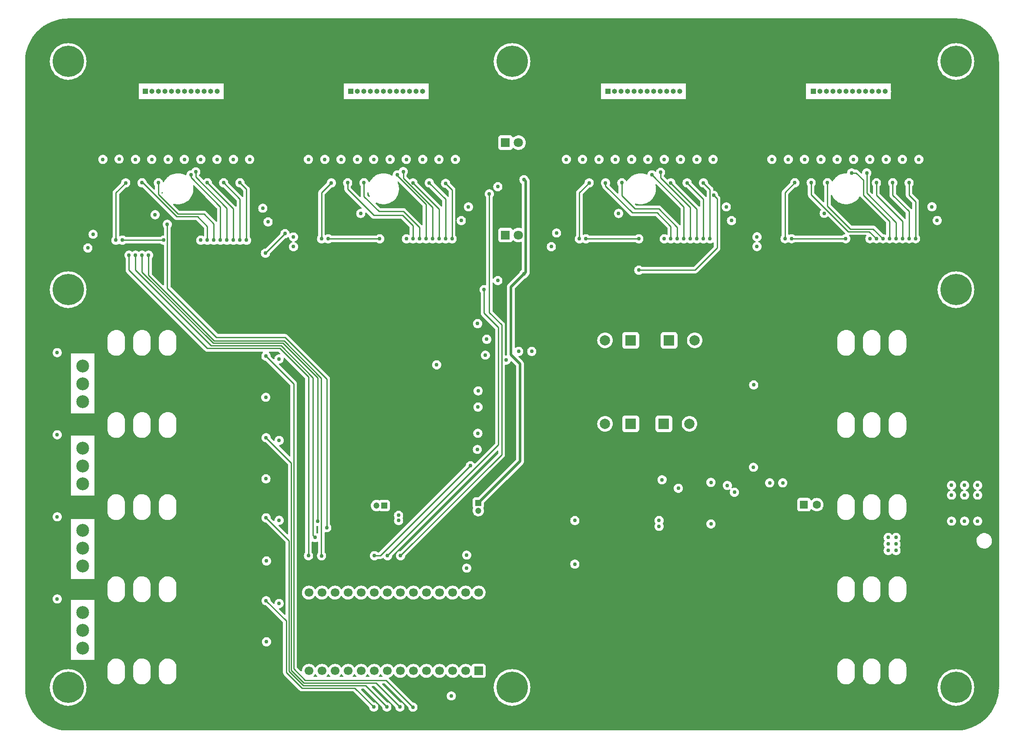
<source format=gbr>
%TF.GenerationSoftware,KiCad,Pcbnew,(6.0.1-0)*%
%TF.CreationDate,2022-02-14T11:55:44-05:00*%
%TF.ProjectId,nixie-tube-clock,6e697869-652d-4747-9562-652d636c6f63,rev?*%
%TF.SameCoordinates,Original*%
%TF.FileFunction,Copper,L1,Top*%
%TF.FilePolarity,Positive*%
%FSLAX46Y46*%
G04 Gerber Fmt 4.6, Leading zero omitted, Abs format (unit mm)*
G04 Created by KiCad (PCBNEW (6.0.1-0)) date 2022-02-14 11:55:44*
%MOMM*%
%LPD*%
G01*
G04 APERTURE LIST*
%TA.AperFunction,ComponentPad*%
%ADD10C,6.096000*%
%TD*%
%TA.AperFunction,ComponentPad*%
%ADD11R,1.000000X1.000000*%
%TD*%
%TA.AperFunction,ComponentPad*%
%ADD12O,1.000000X1.000000*%
%TD*%
%TA.AperFunction,ComponentPad*%
%ADD13C,2.500000*%
%TD*%
%TA.AperFunction,ComponentPad*%
%ADD14R,1.800000X1.800000*%
%TD*%
%TA.AperFunction,ComponentPad*%
%ADD15C,1.800000*%
%TD*%
%TA.AperFunction,ComponentPad*%
%ADD16R,1.600000X1.600000*%
%TD*%
%TA.AperFunction,ComponentPad*%
%ADD17C,1.600000*%
%TD*%
%TA.AperFunction,ComponentPad*%
%ADD18R,2.000000X2.000000*%
%TD*%
%TA.AperFunction,ComponentPad*%
%ADD19C,2.000000*%
%TD*%
%TA.AperFunction,ComponentPad*%
%ADD20R,1.200000X1.200000*%
%TD*%
%TA.AperFunction,ComponentPad*%
%ADD21C,1.200000*%
%TD*%
%TA.AperFunction,ComponentPad*%
%ADD22R,1.700000X1.700000*%
%TD*%
%TA.AperFunction,ComponentPad*%
%ADD23C,1.700000*%
%TD*%
%TA.AperFunction,ViaPad*%
%ADD24C,0.762000*%
%TD*%
%TA.AperFunction,Conductor*%
%ADD25C,0.508000*%
%TD*%
%TA.AperFunction,Conductor*%
%ADD26C,0.254000*%
%TD*%
G04 APERTURE END LIST*
D10*
%TO.P,H2,*%
%TO.N,*%
X231359989Y-73660000D03*
%TD*%
D11*
%TO.P,IN-12A_2,1,A*%
%TO.N,Net-(IN-12A_2-Pad1)*%
X113649989Y-34999994D03*
D12*
%TO.P,IN-12A_2,2,K_0*%
%TO.N,/D2/K0*%
X114919989Y-34999994D03*
%TO.P,IN-12A_2,3,K_9*%
%TO.N,/D2/K9*%
X116189989Y-34999994D03*
%TO.P,IN-12A_2,4,K_8*%
%TO.N,/D2/K8*%
X117459989Y-34999994D03*
%TO.P,IN-12A_2,5,K_7*%
%TO.N,/D2/K7*%
X118729989Y-34999994D03*
%TO.P,IN-12A_2,6,K_6*%
%TO.N,/D2/K6*%
X119999989Y-34999994D03*
%TO.P,IN-12A_2,7,K_5*%
%TO.N,/D2/K5*%
X121269989Y-34999994D03*
%TO.P,IN-12A_2,8,K_4*%
%TO.N,/D2/K4*%
X122539989Y-34999994D03*
%TO.P,IN-12A_2,9,K_3*%
%TO.N,/D2/K3*%
X123809989Y-34999994D03*
%TO.P,IN-12A_2,10,K_2*%
%TO.N,/D2/K2*%
X125079989Y-34999994D03*
%TO.P,IN-12A_2,11,K_1*%
%TO.N,/D2/K1*%
X126349989Y-34999994D03*
%TO.P,IN-12A_2,12,NC*%
%TO.N,unconnected-(IN-12A_2-Pad12)*%
X127619989Y-34999994D03*
%TD*%
D10*
%TO.P,H6,*%
%TO.N,*%
X58639989Y-29210000D03*
%TD*%
D11*
%TO.P,IN-12A_3,1,A*%
%TO.N,Net-(IN-12A_3-Pad1)*%
X163650000Y-35000000D03*
D12*
%TO.P,IN-12A_3,2,K_0*%
%TO.N,/D3/K0*%
X164920000Y-35000000D03*
%TO.P,IN-12A_3,3,K_9*%
%TO.N,/D3/K9*%
X166190000Y-35000000D03*
%TO.P,IN-12A_3,4,K_8*%
%TO.N,/D3/K8*%
X167460000Y-35000000D03*
%TO.P,IN-12A_3,5,K_7*%
%TO.N,/D3/K7*%
X168730000Y-35000000D03*
%TO.P,IN-12A_3,6,K_6*%
%TO.N,/D3/K6*%
X170000000Y-35000000D03*
%TO.P,IN-12A_3,7,K_5*%
%TO.N,/D3/K5*%
X171270000Y-35000000D03*
%TO.P,IN-12A_3,8,K_4*%
%TO.N,/D3/K4*%
X172540000Y-35000000D03*
%TO.P,IN-12A_3,9,K_3*%
%TO.N,/D3/K3*%
X173810000Y-35000000D03*
%TO.P,IN-12A_3,10,K_2*%
%TO.N,/D3/K2*%
X175080000Y-35000000D03*
%TO.P,IN-12A_3,11,K_1*%
%TO.N,/D3/K1*%
X176350000Y-35000000D03*
%TO.P,IN-12A_3,12,NC*%
%TO.N,unconnected-(IN-12A_3-Pad12)*%
X177620000Y-35000000D03*
%TD*%
D10*
%TO.P,H5,*%
%TO.N,*%
X231359989Y-29210000D03*
%TD*%
D13*
%TO.P,IN-13_4,1*%
%TO.N,Net-(IN-13_4-Pad1)*%
X61500000Y-136500000D03*
%TO.P,IN-13_4,2*%
%TO.N,Net-(IN-13_4-Pad2)*%
X61500000Y-140000000D03*
%TO.P,IN-13_4,3*%
%TO.N,VAA*%
X61500000Y-143500000D03*
%TD*%
D14*
%TO.P,D6,1,K*%
%TO.N,Net-(D6-Pad1)*%
X143725000Y-63000000D03*
D15*
%TO.P,D6,2,A*%
%TO.N,Net-(D6-Pad2)*%
X146265000Y-63000000D03*
%TD*%
D13*
%TO.P,IN-13_1,1*%
%TO.N,Net-(IN-13_1-Pad1)*%
X61500000Y-88500000D03*
%TO.P,IN-13_1,2*%
%TO.N,Net-(IN-13_1-Pad2)*%
X61500000Y-92000000D03*
%TO.P,IN-13_1,3*%
%TO.N,VAA*%
X61500000Y-95500000D03*
%TD*%
D11*
%TO.P,IN-12A_1,1,A*%
%TO.N,Net-(IN-12A_1-Pad1)*%
X73649992Y-34999994D03*
D12*
%TO.P,IN-12A_1,2,K_0*%
%TO.N,/D1/K0*%
X74919992Y-34999994D03*
%TO.P,IN-12A_1,3,K_9*%
%TO.N,/D1/K9*%
X76189992Y-34999994D03*
%TO.P,IN-12A_1,4,K_8*%
%TO.N,/D1/K8*%
X77459992Y-34999994D03*
%TO.P,IN-12A_1,5,K_7*%
%TO.N,/D1/K7*%
X78729992Y-34999994D03*
%TO.P,IN-12A_1,6,K_6*%
%TO.N,/D1/K6*%
X79999992Y-34999994D03*
%TO.P,IN-12A_1,7,K_5*%
%TO.N,/D1/K5*%
X81269992Y-34999994D03*
%TO.P,IN-12A_1,8,K_4*%
%TO.N,/D1/K4*%
X82539992Y-34999994D03*
%TO.P,IN-12A_1,9,K_3*%
%TO.N,/D1/K3*%
X83809992Y-34999994D03*
%TO.P,IN-12A_1,10,K_2*%
%TO.N,/D1/K2*%
X85079992Y-34999994D03*
%TO.P,IN-12A_1,11,K_1*%
%TO.N,/D1/K1*%
X86349992Y-34999994D03*
%TO.P,IN-12A_1,12,NC*%
%TO.N,unconnected-(IN-12A_1-Pad12)*%
X87619992Y-34999994D03*
%TD*%
D10*
%TO.P,H3,*%
%TO.N,*%
X231359989Y-151130000D03*
%TD*%
D13*
%TO.P,IN-13_2,1*%
%TO.N,Net-(IN-13_2-Pad1)*%
X61500000Y-104500000D03*
%TO.P,IN-13_2,2*%
%TO.N,Net-(IN-13_2-Pad2)*%
X61500000Y-108000000D03*
%TO.P,IN-13_2,3*%
%TO.N,VAA*%
X61500000Y-111500000D03*
%TD*%
D11*
%TO.P,IN-12A_4,1,A*%
%TO.N,Net-(IN-12A_4-Pad1)*%
X203650012Y-34999994D03*
D12*
%TO.P,IN-12A_4,2,K_0*%
%TO.N,/D4/K0*%
X204920012Y-34999994D03*
%TO.P,IN-12A_4,3,K_9*%
%TO.N,/D4/K9*%
X206190012Y-34999994D03*
%TO.P,IN-12A_4,4,K_8*%
%TO.N,/D4/K8*%
X207460012Y-34999994D03*
%TO.P,IN-12A_4,5,K_7*%
%TO.N,/D4/K7*%
X208730012Y-34999994D03*
%TO.P,IN-12A_4,6,K_6*%
%TO.N,/D4/K6*%
X210000012Y-34999994D03*
%TO.P,IN-12A_4,7,K_5*%
%TO.N,/D4/K5*%
X211270012Y-34999994D03*
%TO.P,IN-12A_4,8,K_4*%
%TO.N,/D4/K4*%
X212540012Y-34999994D03*
%TO.P,IN-12A_4,9,K_3*%
%TO.N,/D4/K3*%
X213810012Y-34999994D03*
%TO.P,IN-12A_4,10,K_2*%
%TO.N,/D4/K2*%
X215080012Y-34999994D03*
%TO.P,IN-12A_4,11,K_1*%
%TO.N,/D4/K1*%
X216350012Y-34999994D03*
%TO.P,IN-12A_4,12,NC*%
%TO.N,unconnected-(IN-12A_4-Pad12)*%
X217620012Y-34999994D03*
%TD*%
D10*
%TO.P,H8,*%
%TO.N,*%
X145000091Y-151130000D03*
%TD*%
%TO.P,H4,*%
%TO.N,*%
X58639989Y-73660000D03*
%TD*%
%TO.P,H1,*%
%TO.N,*%
X58639989Y-151130000D03*
%TD*%
%TO.P,H7,*%
%TO.N,*%
X145000091Y-29210000D03*
%TD*%
D14*
%TO.P,D5,1,K*%
%TO.N,Net-(D5-Pad1)*%
X143725000Y-45000000D03*
D15*
%TO.P,D5,2,A*%
%TO.N,Net-(D5-Pad2)*%
X146265000Y-45000000D03*
%TD*%
D13*
%TO.P,IN-13_3,1*%
%TO.N,Net-(IN-13_3-Pad1)*%
X61500000Y-120500000D03*
%TO.P,IN-13_3,2*%
%TO.N,Net-(IN-13_3-Pad2)*%
X61500000Y-124000000D03*
%TO.P,IN-13_3,3*%
%TO.N,VAA*%
X61500000Y-127500000D03*
%TD*%
D16*
%TO.P,C1,1*%
%TO.N,+12V*%
X201790240Y-115521500D03*
D17*
%TO.P,C1,2*%
%TO.N,GND*%
X204290240Y-115521500D03*
%TD*%
D18*
%TO.P,C7,1*%
%TO.N,VAA*%
X168089917Y-83517500D03*
D19*
%TO.P,C7,2*%
%TO.N,GND*%
X163089917Y-83517500D03*
%TD*%
D18*
%TO.P,C8,1*%
%TO.N,VAA*%
X175546563Y-83517500D03*
D19*
%TO.P,C8,2*%
%TO.N,GND*%
X180546563Y-83517500D03*
%TD*%
D20*
%TO.P,C14,1*%
%TO.N,+5V*%
X138430000Y-115189000D03*
D21*
%TO.P,C14,2*%
%TO.N,GND*%
X138430000Y-116689000D03*
%TD*%
D22*
%TO.P,ItsyBitsy nRF52840,1,RST*%
%TO.N,unconnected-(U3-Pad1)*%
X138489995Y-147887995D03*
D23*
%TO.P,ItsyBitsy nRF52840,2,3V3*%
%TO.N,+3V3*%
X135949995Y-147887995D03*
%TO.P,ItsyBitsy nRF52840,3,EN*%
%TO.N,unconnected-(U3-Pad3)*%
X133409995Y-147887995D03*
%TO.P,ItsyBitsy nRF52840,4,VHI*%
%TO.N,unconnected-(U3-Pad4)*%
X130869995Y-147887995D03*
%TO.P,ItsyBitsy nRF52840,5,A0*%
%TO.N,Net-(R12-Pad2)*%
X128329995Y-147887995D03*
%TO.P,ItsyBitsy nRF52840,6,A1*%
%TO.N,Net-(R13-Pad2)*%
X125789995Y-147887995D03*
%TO.P,ItsyBitsy nRF52840,7,A2*%
%TO.N,Net-(R14-Pad2)*%
X123249995Y-147887995D03*
%TO.P,ItsyBitsy nRF52840,8,A3*%
%TO.N,Net-(R16-Pad2)*%
X120709995Y-147887995D03*
%TO.P,ItsyBitsy nRF52840,9,A4*%
%TO.N,Net-(R18-Pad2)*%
X118169995Y-147887995D03*
%TO.P,ItsyBitsy nRF52840,10,A5*%
%TO.N,unconnected-(U3-Pad10)*%
X115629995Y-147887995D03*
%TO.P,ItsyBitsy nRF52840,11,SCK*%
%TO.N,Net-(R20-Pad2)*%
X113089995Y-147887995D03*
%TO.P,ItsyBitsy nRF52840,12,MO*%
%TO.N,Net-(R21-Pad2)*%
X110549995Y-147887995D03*
%TO.P,ItsyBitsy nRF52840,13,MI*%
%TO.N,unconnected-(U3-Pad13)*%
X108009995Y-147887995D03*
%TO.P,ItsyBitsy nRF52840,14,D2*%
%TO.N,Net-(R23-Pad2)*%
X105469995Y-147887995D03*
%TO.P,ItsyBitsy nRF52840,15,0_RX*%
%TO.N,Net-(R24-Pad2)*%
X105469995Y-132647995D03*
%TO.P,ItsyBitsy nRF52840,16,1_TX*%
%TO.N,Net-(R22-Pad2)*%
X108009995Y-132647995D03*
%TO.P,ItsyBitsy nRF52840,17,SDA*%
%TO.N,unconnected-(U3-Pad17)*%
X110549995Y-132647995D03*
%TO.P,ItsyBitsy nRF52840,18,SCL*%
%TO.N,unconnected-(U3-Pad18)*%
X113089995Y-132647995D03*
%TO.P,ItsyBitsy nRF52840,19,5!*%
%TO.N,unconnected-(U3-Pad19)*%
X115629995Y-132647995D03*
%TO.P,ItsyBitsy nRF52840,20,7*%
%TO.N,Net-(R19-Pad1)*%
X118169995Y-132647995D03*
%TO.P,ItsyBitsy nRF52840,21,9*%
%TO.N,Net-(R17-Pad1)*%
X120709995Y-132647995D03*
%TO.P,ItsyBitsy nRF52840,22,10*%
%TO.N,Net-(R15-Pad1)*%
X123249995Y-132647995D03*
%TO.P,ItsyBitsy nRF52840,23,11*%
%TO.N,unconnected-(U3-Pad23)*%
X125789995Y-132647995D03*
%TO.P,ItsyBitsy nRF52840,24,12*%
%TO.N,unconnected-(U3-Pad24)*%
X128329995Y-132647995D03*
%TO.P,ItsyBitsy nRF52840,25,13*%
%TO.N,unconnected-(U3-Pad25)*%
X130869995Y-132647995D03*
%TO.P,ItsyBitsy nRF52840,26,USB*%
%TO.N,unconnected-(U3-Pad26)*%
X133409995Y-132647995D03*
%TO.P,ItsyBitsy nRF52840,27,G*%
%TO.N,GND*%
X135949995Y-132647995D03*
%TO.P,ItsyBitsy nRF52840,28,BAT*%
%TO.N,+5V*%
X138489995Y-132647995D03*
%TD*%
D20*
%TO.P,C13,1*%
%TO.N,+12V*%
X120142000Y-115697000D03*
D21*
%TO.P,C13,2*%
%TO.N,GND*%
X118642000Y-115697000D03*
%TD*%
D18*
%TO.P,C5,1*%
%TO.N,VAA*%
X168089917Y-99773500D03*
D19*
%TO.P,C5,2*%
%TO.N,GND*%
X163089917Y-99773500D03*
%TD*%
D18*
%TO.P,C6,1*%
%TO.N,VAA*%
X174530563Y-99773500D03*
D19*
%TO.P,C6,2*%
%TO.N,GND*%
X179530563Y-99773500D03*
%TD*%
D24*
%TO.N,+5V*%
X147320000Y-52203000D03*
X147320000Y-70585500D03*
%TO.N,GND*%
X220965000Y-48275000D03*
X183708000Y-119281500D03*
X74915000Y-48275000D03*
X205090000Y-48275000D03*
X133187000Y-152781000D03*
X143891000Y-87338500D03*
X97232000Y-126492000D03*
X173609000Y-119761000D03*
X81265000Y-48275000D03*
X111745000Y-48275000D03*
X186883000Y-111774000D03*
X192659000Y-63353578D03*
X99670000Y-87147000D03*
X157226000Y-127100500D03*
X177785000Y-48275000D03*
X195138000Y-111268000D03*
X205740000Y-58779578D03*
X71740000Y-48275000D03*
X84455000Y-64008000D03*
X122936000Y-118618000D03*
X161910000Y-48275000D03*
X142240000Y-53594000D03*
X99695000Y-103022000D03*
X214615000Y-48275000D03*
X180960000Y-48275000D03*
X233045000Y-118745000D03*
X96520000Y-57785000D03*
X124460000Y-63754000D03*
X173609000Y-118618000D03*
X197678000Y-111268000D03*
X127620000Y-48275000D03*
X97103500Y-94615000D03*
X102484000Y-63378000D03*
X153670000Y-62611000D03*
X115570000Y-58804000D03*
X165085000Y-48275000D03*
X226695000Y-57506578D03*
X75565000Y-59058000D03*
X114920000Y-48275000D03*
X188262500Y-113108500D03*
X174625000Y-63754000D03*
X235585000Y-111760000D03*
X140081000Y-83312000D03*
X63500000Y-62865000D03*
X138415000Y-93360000D03*
X133970000Y-48275000D03*
X233045000Y-111760000D03*
X214630000Y-63729578D03*
X233045000Y-113665000D03*
X121270000Y-48275000D03*
X78090000Y-48275000D03*
X230505000Y-113665000D03*
X171435000Y-48275000D03*
X230505000Y-111760000D03*
X183708000Y-111180500D03*
X108570000Y-48275000D03*
X174183000Y-110669000D03*
X174610000Y-48275000D03*
X184135000Y-48275000D03*
X118095000Y-48275000D03*
X186690000Y-57531000D03*
X138355000Y-101615000D03*
X138303000Y-80264000D03*
X105395000Y-48275000D03*
X177358000Y-112334000D03*
X155560000Y-48275000D03*
X99695000Y-118577000D03*
X122936000Y-117602000D03*
X56515000Y-85902000D03*
X198740000Y-48275000D03*
X142240000Y-71882000D03*
X235585000Y-118745000D03*
X56515000Y-101905500D03*
X168260000Y-48275000D03*
X56515000Y-133884500D03*
X84440000Y-48275000D03*
X192024000Y-92202000D03*
X130795000Y-48275000D03*
X158735000Y-48275000D03*
X97128500Y-110490000D03*
X99695000Y-134772000D03*
X230505000Y-118745000D03*
X148844000Y-85673000D03*
X195565000Y-48275000D03*
X93965000Y-48275000D03*
X235585000Y-113665000D03*
X224140000Y-48275000D03*
X65390000Y-48275000D03*
X130339500Y-88288500D03*
X68565000Y-48215000D03*
X136169000Y-127889000D03*
X136169000Y-125349000D03*
X90790000Y-48275000D03*
X217790000Y-48275000D03*
X56515000Y-117882500D03*
X136525000Y-57531000D03*
X165735000Y-58804000D03*
X191963000Y-108230500D03*
X97232000Y-142240000D03*
X201915000Y-48275000D03*
X124445000Y-48275000D03*
X87615000Y-48275000D03*
X211440000Y-48275000D03*
X208265000Y-48275000D03*
%TO.N,+3V3*%
X102489000Y-65278000D03*
X97536000Y-60452000D03*
X139809500Y-86388500D03*
X187706000Y-60198000D03*
X138253000Y-104775000D03*
X62484000Y-65532000D03*
X135128000Y-60198000D03*
X192659000Y-65253578D03*
X227711000Y-60173578D03*
X138380000Y-96520000D03*
X146304000Y-85673000D03*
X152654000Y-65278000D03*
X157226000Y-118618000D03*
%TO.N,+12V*%
X219710000Y-123190000D03*
X218186000Y-123190000D03*
X219710000Y-124460000D03*
X218186000Y-124460000D03*
X218186000Y-121920000D03*
X219710000Y-121920000D03*
%TO.N,/DAY_PWM*%
X97130000Y-86601500D03*
X125730000Y-154952500D03*
%TO.N,/WEEK_PWM*%
X123190000Y-154927500D03*
X97155000Y-102476500D03*
%TO.N,/MONTH_PWM*%
X120650000Y-154927500D03*
X97155000Y-118099000D03*
%TO.N,/YEAR_PWM*%
X97155000Y-134239000D03*
X118110000Y-154940000D03*
%TO.N,/SCK*%
X107188000Y-118745000D03*
X73025000Y-66926000D03*
%TO.N,/MOSI*%
X108966000Y-120015000D03*
X77926701Y-60908701D03*
%TO.N,/~{CLR_SHIFT}*%
X107950000Y-125488500D03*
X74295000Y-66926000D03*
%TO.N,/STORE*%
X106680000Y-121920000D03*
X71755000Y-66926000D03*
%TO.N,/~{CLR_STORE}*%
X70485000Y-66926000D03*
X105410000Y-125476000D03*
%TO.N,/D1/B2*%
X93345000Y-64008000D03*
X92075000Y-52832000D03*
%TO.N,/D1/B3*%
X92075000Y-64008000D03*
X88900000Y-52832000D03*
%TO.N,/D1/B4*%
X85725000Y-52832000D03*
X90805000Y-64008000D03*
%TO.N,/D1/B5*%
X83477082Y-50691765D03*
X89535000Y-64008000D03*
%TO.N,/D1/B6*%
X82550000Y-51308000D03*
X88265000Y-64008000D03*
%TO.N,/D1/B7*%
X86995000Y-64008000D03*
X76200000Y-52832000D03*
%TO.N,/D1/B8*%
X73025000Y-52832000D03*
X85725000Y-64008000D03*
%TO.N,/D1/B9*%
X67945000Y-64008000D03*
X69850000Y-52844500D03*
%TO.N,/D2/B2*%
X132080000Y-52935500D03*
X133350000Y-63754000D03*
%TO.N,/D2/B3*%
X128905000Y-52844500D03*
X132080000Y-63754000D03*
%TO.N,/D2/B4*%
X130810000Y-63754000D03*
X125730000Y-52844500D03*
%TO.N,/D2/B5*%
X123836000Y-50649500D03*
X129540000Y-63754000D03*
%TO.N,/D2/B6*%
X128270000Y-63754000D03*
X122682000Y-51308000D03*
%TO.N,/D2/B7*%
X116205000Y-52832000D03*
X127000000Y-63754000D03*
%TO.N,/D2/B8*%
X113030000Y-52832000D03*
X125730000Y-63754000D03*
%TO.N,/D2/B9*%
X109855000Y-52844500D03*
X107950000Y-63754000D03*
%TO.N,/D3/B2*%
X182245000Y-52844500D03*
X183515000Y-63754000D03*
%TO.N,/D3/B3*%
X179070000Y-52844500D03*
X182245000Y-63754000D03*
%TO.N,/D3/B4*%
X180975000Y-63754000D03*
X175895000Y-52844500D03*
%TO.N,/D3/B5*%
X179705000Y-63754000D03*
X173899000Y-50793750D03*
%TO.N,/D3/B6*%
X172212000Y-51308000D03*
X178435000Y-63754000D03*
%TO.N,/D3/B7*%
X177165000Y-63754000D03*
X166370000Y-52832000D03*
%TO.N,/D3/B8*%
X175895000Y-63754000D03*
X163195000Y-52844500D03*
%TO.N,/D3/B9*%
X158115000Y-63754000D03*
X160020000Y-52844500D03*
%TO.N,/D4/B2*%
X223520000Y-63729578D03*
X222250000Y-52832000D03*
%TO.N,/D4/B3*%
X222250000Y-63729578D03*
X219075000Y-52832000D03*
%TO.N,/D4/B4*%
X220980000Y-63729578D03*
X215900000Y-52832000D03*
%TO.N,/D4/B5*%
X219710000Y-63729578D03*
X214006000Y-50903500D03*
%TO.N,/D4/B6*%
X211074000Y-50903500D03*
X218440000Y-63729578D03*
%TO.N,/D4/B7*%
X217170000Y-63729578D03*
X206375000Y-52832000D03*
%TO.N,/D4/B8*%
X203200000Y-52819500D03*
X215900000Y-63729578D03*
%TO.N,/D4/B9*%
X200025000Y-52832000D03*
X198120000Y-63729578D03*
%TO.N,/D1/DOUT*%
X97028000Y-66548000D03*
X100838000Y-62738000D03*
%TO.N,/D2/DOUT*%
X169672000Y-69850000D03*
X184225700Y-55269895D03*
%TO.N,/COLON_1*%
X123317000Y-125463500D03*
X140589000Y-54991000D03*
%TO.N,/COLON_2*%
X139573000Y-73660000D03*
X120777000Y-125463500D03*
%TO.N,/TEMP_LED*%
X118237000Y-125463500D03*
X136906000Y-107950000D03*
%TO.N,Net-(U5-Pad9)*%
X77216000Y-64008000D03*
X69215000Y-64008000D03*
%TO.N,Net-(U7-Pad9)*%
X119253000Y-63754000D03*
X109220000Y-63754000D03*
%TO.N,Net-(U10-Pad14)*%
X169672000Y-63754000D03*
X159385000Y-63754000D03*
%TO.N,Net-(U11-Pad9)*%
X199390000Y-63729578D03*
X209931000Y-63729578D03*
%TD*%
D25*
%TO.N,+5V*%
X146558000Y-88138000D02*
X144780000Y-86360000D01*
X146558000Y-88138000D02*
X146558000Y-107061000D01*
X147672511Y-70232989D02*
X147320000Y-70585500D01*
X144780000Y-86360000D02*
X144780000Y-73125500D01*
X147320000Y-52203000D02*
X147672511Y-52555511D01*
X144780000Y-73125500D02*
X147320000Y-70585500D01*
X146558000Y-107061000D02*
X138430000Y-115189000D01*
X147672511Y-52555511D02*
X147672511Y-70232989D01*
D26*
%TO.N,/DAY_PWM*%
X102513422Y-147471422D02*
X104775000Y-149733000D01*
X102513422Y-147471422D02*
X102513422Y-91984922D01*
X125730000Y-154952500D02*
X120510500Y-149733000D01*
X102513422Y-91984922D02*
X97130000Y-86601500D01*
X120510500Y-149733000D02*
X104775000Y-149733000D01*
%TO.N,/WEEK_PWM*%
X97155000Y-102476500D02*
X102056711Y-107378211D01*
X102056711Y-107378211D02*
X102056711Y-147776711D01*
X118503500Y-150241000D02*
X104521000Y-150241000D01*
X118503500Y-150241000D02*
X123190000Y-154927500D01*
X102056711Y-147776711D02*
X104521000Y-150241000D01*
%TO.N,/MONTH_PWM*%
X101600000Y-122544000D02*
X97155000Y-118099000D01*
X116471500Y-150749000D02*
X104383114Y-150749000D01*
X104383114Y-150749000D02*
X101600000Y-147965886D01*
X101600000Y-147965886D02*
X101600000Y-122544000D01*
X120650000Y-154927500D02*
X116471500Y-150749000D01*
%TO.N,/YEAR_PWM*%
X97155000Y-134239000D02*
X101092000Y-138176000D01*
X101092000Y-148209000D02*
X104140000Y-151257000D01*
X114427000Y-151257000D02*
X104140000Y-151257000D01*
X114427000Y-151257000D02*
X118110000Y-154940000D01*
X101092000Y-138176000D02*
X101092000Y-148209000D01*
%TO.N,/SCK*%
X73025000Y-66926000D02*
X73025000Y-70231000D01*
X73025000Y-70231000D02*
X86868000Y-84074000D01*
X107188000Y-90805000D02*
X107188000Y-118745000D01*
X86868000Y-84074000D02*
X100457000Y-84074000D01*
X100457000Y-84074000D02*
X107188000Y-90805000D01*
%TO.N,/MOSI*%
X87503000Y-82931000D02*
X100838000Y-82931000D01*
X108966000Y-120015000D02*
X108966000Y-91059000D01*
X77926701Y-73354701D02*
X77926701Y-60908701D01*
X77926701Y-73354701D02*
X87503000Y-82931000D01*
X100838000Y-82931000D02*
X108966000Y-91059000D01*
%TO.N,/~{CLR_SHIFT}*%
X74295000Y-66926000D02*
X74295000Y-70855114D01*
X107898711Y-90869825D02*
X107898711Y-125437211D01*
X100646176Y-83617290D02*
X107898711Y-90869825D01*
X87057175Y-83617289D02*
X100646176Y-83617290D01*
X107898711Y-125437211D02*
X107950000Y-125488500D01*
X74295000Y-70855114D02*
X87057175Y-83617289D01*
%TO.N,/STORE*%
X86487000Y-84582000D02*
X100076000Y-84582000D01*
X71755000Y-66926000D02*
X71755000Y-69850000D01*
X100076000Y-84582000D02*
X106299000Y-90805000D01*
X106299000Y-90805000D02*
X106299000Y-121539000D01*
X106299000Y-121539000D02*
X106680000Y-121920000D01*
X71755000Y-69850000D02*
X86487000Y-84582000D01*
%TO.N,/~{CLR_STORE}*%
X70485000Y-69850000D02*
X85725000Y-85090000D01*
X70485000Y-66926000D02*
X70485000Y-69850000D01*
X99822000Y-85090000D02*
X105410000Y-90678000D01*
X85725000Y-85090000D02*
X99822000Y-85090000D01*
X105410000Y-90678000D02*
X105410000Y-125476000D01*
%TO.N,/D1/B2*%
X92075000Y-52832000D02*
X93345000Y-54102000D01*
X93345000Y-54102000D02*
X93345000Y-64008000D01*
%TO.N,/D1/B3*%
X92075000Y-56007000D02*
X88900000Y-52832000D01*
X92075000Y-64008000D02*
X92075000Y-56007000D01*
%TO.N,/D1/B4*%
X90805000Y-57912000D02*
X85725000Y-52832000D01*
X90805000Y-64008000D02*
X90805000Y-57912000D01*
%TO.N,/D1/B5*%
X83477082Y-50691765D02*
X83477082Y-51727082D01*
X89535000Y-57785000D02*
X89535000Y-64008000D01*
X83477082Y-51727082D02*
X89535000Y-57785000D01*
%TO.N,/D1/B6*%
X82550000Y-51816000D02*
X88265000Y-57531000D01*
X88265000Y-57531000D02*
X88265000Y-64008000D01*
X82550000Y-51308000D02*
X82550000Y-51816000D01*
%TO.N,/D1/B7*%
X85090000Y-58928000D02*
X86995000Y-60833000D01*
X86995000Y-60833000D02*
X86995000Y-64008000D01*
X80010000Y-58928000D02*
X85090000Y-58928000D01*
X76200000Y-55118000D02*
X80010000Y-58928000D01*
X76200000Y-52832000D02*
X76200000Y-55118000D01*
%TO.N,/D1/B8*%
X73141098Y-52832000D02*
X73025000Y-52832000D01*
X83820000Y-59436000D02*
X85725000Y-61341000D01*
X73141098Y-52832000D02*
X79745098Y-59436000D01*
X79745098Y-59436000D02*
X83820000Y-59436000D01*
X85725000Y-61341000D02*
X85725000Y-64008000D01*
%TO.N,/D1/B9*%
X69850000Y-52844500D02*
X67945000Y-54749500D01*
X67945000Y-54749500D02*
X67945000Y-64008000D01*
%TO.N,/D2/B2*%
X133350000Y-54205500D02*
X132080000Y-52935500D01*
X133350000Y-63754000D02*
X133350000Y-54205500D01*
%TO.N,/D2/B3*%
X132080000Y-56019500D02*
X128905000Y-52844500D01*
X132080000Y-63754000D02*
X132080000Y-56019500D01*
%TO.N,/D2/B4*%
X130810000Y-63754000D02*
X130810000Y-57924500D01*
X130810000Y-57924500D02*
X125730000Y-52844500D01*
%TO.N,/D2/B5*%
X123836000Y-50649500D02*
X123836000Y-51955598D01*
X129540000Y-57658000D02*
X129540000Y-63754000D01*
X127252402Y-55372000D02*
X127254000Y-55372000D01*
X127254000Y-55372000D02*
X129540000Y-57658000D01*
X123836000Y-51955598D02*
X127252402Y-55372000D01*
%TO.N,/D2/B6*%
X122682000Y-51447498D02*
X128270000Y-57035498D01*
X128270000Y-57035498D02*
X128270000Y-63754000D01*
X122682000Y-51308000D02*
X122682000Y-51447498D01*
%TO.N,/D2/B7*%
X119126000Y-58420000D02*
X123885940Y-58420000D01*
X116205000Y-55499000D02*
X119126000Y-58420000D01*
X127000000Y-61534060D02*
X127000000Y-63754000D01*
X123885940Y-58420000D02*
X127000000Y-61534060D01*
X116205000Y-52832000D02*
X116205000Y-55499000D01*
%TO.N,/D2/B8*%
X125730000Y-61214000D02*
X125730000Y-63754000D01*
X113030000Y-52832000D02*
X113030000Y-54102000D01*
X118110000Y-59182000D02*
X123698000Y-59182000D01*
X123698000Y-59182000D02*
X125730000Y-61214000D01*
X113030000Y-54102000D02*
X118110000Y-59182000D01*
%TO.N,/D2/B9*%
X107950000Y-63754000D02*
X107950000Y-54749500D01*
X107950000Y-54749500D02*
X109855000Y-52844500D01*
%TO.N,/D3/B2*%
X183515000Y-54114500D02*
X182245000Y-52844500D01*
X183515000Y-63754000D02*
X183515000Y-54114500D01*
%TO.N,/D3/B3*%
X182245000Y-63754000D02*
X182245000Y-56019500D01*
X182245000Y-56019500D02*
X179070000Y-52844500D01*
%TO.N,/D3/B4*%
X180975000Y-63754000D02*
X180975000Y-57924500D01*
X180975000Y-57924500D02*
X175895000Y-52844500D01*
%TO.N,/D3/B5*%
X179705000Y-57659598D02*
X179705000Y-63754000D01*
X173899000Y-50793750D02*
X173899000Y-51853598D01*
X173899000Y-51853598D02*
X179705000Y-57659598D01*
%TO.N,/D3/B6*%
X172212000Y-51308000D02*
X178435000Y-57531000D01*
X178435000Y-57531000D02*
X178435000Y-63754000D01*
%TO.N,/D3/B7*%
X173560560Y-57912000D02*
X177165000Y-61516440D01*
X168910000Y-57912000D02*
X173560560Y-57912000D01*
X166370000Y-55372000D02*
X168910000Y-57912000D01*
X166370000Y-52832000D02*
X166370000Y-55372000D01*
X177165000Y-61516440D02*
X177165000Y-63754000D01*
%TO.N,/D3/B8*%
X168402000Y-58674000D02*
X173228000Y-58674000D01*
X175895000Y-61341000D02*
X175895000Y-63754000D01*
X163195000Y-52844500D02*
X163195000Y-53467000D01*
X173228000Y-58674000D02*
X175895000Y-61341000D01*
X163195000Y-53467000D02*
X168402000Y-58674000D01*
%TO.N,/D3/B9*%
X158115000Y-63754000D02*
X158115000Y-54749500D01*
X158115000Y-54749500D02*
X160020000Y-52844500D01*
%TO.N,/D4/B2*%
X222250000Y-55233078D02*
X222250000Y-52832000D01*
X223520000Y-63729578D02*
X223520000Y-56503078D01*
X223520000Y-56503078D02*
X222250000Y-55233078D01*
%TO.N,/D4/B3*%
X222250000Y-63729578D02*
X222250000Y-58408078D01*
X222250000Y-58408078D02*
X219075000Y-55233078D01*
X219075000Y-55233078D02*
X219075000Y-52832000D01*
%TO.N,/D4/B4*%
X215900000Y-55233078D02*
X215900000Y-52832000D01*
X220980000Y-63729578D02*
X220980000Y-60313078D01*
X220980000Y-60313078D02*
X215900000Y-55233078D01*
%TO.N,/D4/B5*%
X214006000Y-54850578D02*
X219710000Y-60554578D01*
X214006000Y-50903500D02*
X214006000Y-54850578D01*
X219710000Y-60554578D02*
X219710000Y-63729578D01*
%TO.N,/D4/B6*%
X213360000Y-55220578D02*
X218440000Y-60300578D01*
X211074000Y-50903500D02*
X211939500Y-50903500D01*
X211939500Y-50903500D02*
X213360000Y-52324000D01*
X213360000Y-52324000D02*
X213360000Y-55220578D01*
X218440000Y-60300578D02*
X218440000Y-63729578D01*
%TO.N,/D4/B7*%
X210820000Y-61824578D02*
X206375000Y-57379578D01*
X206375000Y-57379578D02*
X206375000Y-52832000D01*
X217170000Y-63729578D02*
X215265000Y-61824578D01*
X215265000Y-61824578D02*
X210820000Y-61824578D01*
%TO.N,/D4/B8*%
X214503000Y-62332578D02*
X210369940Y-62332578D01*
X203200000Y-55162638D02*
X210369940Y-62332578D01*
X215900000Y-63729578D02*
X214503000Y-62332578D01*
X203200000Y-55162638D02*
X203200000Y-52819500D01*
%TO.N,/D4/B9*%
X198120000Y-54737000D02*
X200025000Y-52832000D01*
X198120000Y-63729578D02*
X198120000Y-54737000D01*
%TO.N,/D1/DOUT*%
X100838000Y-62738000D02*
X97028000Y-66548000D01*
%TO.N,/D2/DOUT*%
X180594000Y-69850000D02*
X184912000Y-65532000D01*
X169672000Y-69850000D02*
X180594000Y-69850000D01*
X184912000Y-65532000D02*
X184912000Y-55956195D01*
X184912000Y-55956195D02*
X184225700Y-55269895D01*
%TO.N,/COLON_1*%
X140589000Y-54991000D02*
X140589000Y-78105000D01*
X123317000Y-125463500D02*
X143002000Y-105778500D01*
X143002000Y-105778500D02*
X143002000Y-80518000D01*
X140589000Y-78105000D02*
X143002000Y-80518000D01*
%TO.N,/COLON_2*%
X142367000Y-103873500D02*
X142367000Y-81026000D01*
X139573000Y-78232000D02*
X142367000Y-81026000D01*
X120777000Y-125463500D02*
X142367000Y-103873500D01*
X139573000Y-73660000D02*
X139573000Y-78232000D01*
%TO.N,/TEMP_LED*%
X119392500Y-125463500D02*
X118237000Y-125463500D01*
X136906000Y-107950000D02*
X119392500Y-125463500D01*
%TO.N,Net-(U5-Pad9)*%
X69215000Y-64008000D02*
X77216000Y-64008000D01*
%TO.N,Net-(U7-Pad9)*%
X109220000Y-63754000D02*
X119253000Y-63754000D01*
%TO.N,Net-(U10-Pad14)*%
X159385000Y-63754000D02*
X169672000Y-63754000D01*
%TO.N,Net-(U11-Pad9)*%
X209931000Y-63729578D02*
X199390000Y-63729578D01*
%TD*%
%TA.AperFunction,NonConductor*%
G36*
X207219012Y-55182412D02*
G01*
X207250226Y-55223391D01*
X207276100Y-55277636D01*
X207359175Y-55451806D01*
X207543544Y-55745715D01*
X207545816Y-55748551D01*
X207545821Y-55748558D01*
X207712883Y-55957085D01*
X207760471Y-56016485D01*
X208007083Y-56260528D01*
X208009941Y-56262769D01*
X208163699Y-56383330D01*
X208280110Y-56474608D01*
X208283199Y-56476501D01*
X208283202Y-56476503D01*
X208313494Y-56495066D01*
X208575933Y-56655889D01*
X208579218Y-56657414D01*
X208579222Y-56657416D01*
X208672556Y-56700740D01*
X208890632Y-56801967D01*
X209060900Y-56858278D01*
X209216590Y-56909768D01*
X209216595Y-56909769D01*
X209220035Y-56910907D01*
X209223590Y-56911643D01*
X209223593Y-56911644D01*
X209556226Y-56980529D01*
X209556229Y-56980529D01*
X209559776Y-56981264D01*
X209691320Y-56993004D01*
X209862088Y-57008245D01*
X209862094Y-57008245D01*
X209864881Y-57008494D01*
X210088444Y-57008494D01*
X210090263Y-57008389D01*
X210090267Y-57008389D01*
X210342766Y-56993830D01*
X210342771Y-56993829D01*
X210346386Y-56993621D01*
X210421400Y-56980529D01*
X210684597Y-56934594D01*
X210684604Y-56934592D01*
X210688170Y-56933970D01*
X210691645Y-56932941D01*
X210691652Y-56932939D01*
X210827785Y-56892614D01*
X211020832Y-56835431D01*
X211024171Y-56834007D01*
X211336626Y-56700734D01*
X211336629Y-56700732D01*
X211339964Y-56699310D01*
X211343111Y-56697515D01*
X211343115Y-56697513D01*
X211620568Y-56539257D01*
X211641336Y-56527411D01*
X211920952Y-56322012D01*
X212016388Y-56233328D01*
X212107487Y-56148673D01*
X212175108Y-56085836D01*
X212400434Y-55822013D01*
X212422264Y-55789527D01*
X212593468Y-55534748D01*
X212648064Y-55489363D01*
X212718530Y-55480700D01*
X212782494Y-55511508D01*
X212799985Y-55530962D01*
X212824763Y-55565065D01*
X212831281Y-55574988D01*
X212849826Y-55606346D01*
X212849829Y-55606350D01*
X212853866Y-55613176D01*
X212868250Y-55627560D01*
X212881091Y-55642594D01*
X212884347Y-55647075D01*
X212893058Y-55659065D01*
X212899166Y-55664118D01*
X212927255Y-55687355D01*
X212936035Y-55695345D01*
X217767595Y-60526906D01*
X217801621Y-60589218D01*
X217804500Y-60616001D01*
X217804500Y-62845701D01*
X217784498Y-62913822D01*
X217730842Y-62960315D01*
X217660568Y-62970419D01*
X217618260Y-62955775D01*
X217617200Y-62955005D01*
X217611172Y-62952321D01*
X217452416Y-62881638D01*
X217452414Y-62881638D01*
X217446385Y-62878953D01*
X217347836Y-62858006D01*
X217269947Y-62841450D01*
X217269943Y-62841450D01*
X217263490Y-62840078D01*
X217231422Y-62840078D01*
X217163301Y-62820076D01*
X217142327Y-62803173D01*
X215770250Y-61431095D01*
X215762674Y-61422769D01*
X215758553Y-61416275D01*
X215708734Y-61369492D01*
X215705893Y-61366738D01*
X215686094Y-61346939D01*
X215682969Y-61344515D01*
X215682960Y-61344507D01*
X215682874Y-61344441D01*
X215673849Y-61336733D01*
X215647285Y-61311788D01*
X215641506Y-61306361D01*
X215623669Y-61296555D01*
X215607153Y-61285705D01*
X215591067Y-61273228D01*
X215550334Y-61255602D01*
X215539686Y-61250385D01*
X215528058Y-61243993D01*
X215500803Y-61229009D01*
X215493128Y-61227038D01*
X215493122Y-61227036D01*
X215481089Y-61223947D01*
X215462387Y-61217544D01*
X215443708Y-61209461D01*
X215409872Y-61204102D01*
X215399873Y-61202518D01*
X215388260Y-61200113D01*
X215345282Y-61189078D01*
X215324935Y-61189078D01*
X215305224Y-61187527D01*
X215292950Y-61185583D01*
X215285121Y-61184343D01*
X215277229Y-61185089D01*
X215240944Y-61188519D01*
X215229086Y-61189078D01*
X211135423Y-61189078D01*
X211067302Y-61169076D01*
X211046328Y-61152173D01*
X207047405Y-57153250D01*
X207013379Y-57090938D01*
X207010500Y-57064155D01*
X207010500Y-55277636D01*
X207030502Y-55209515D01*
X207084158Y-55163022D01*
X207154432Y-55152918D01*
X207219012Y-55182412D01*
G37*
%TD.AperFunction*%
%TA.AperFunction,NonConductor*%
G36*
X117049012Y-54706278D02*
G01*
X117087396Y-54766004D01*
X117089608Y-54774660D01*
X117095461Y-54801502D01*
X117097403Y-54810411D01*
X117098576Y-54813838D01*
X117098578Y-54813844D01*
X117197358Y-55102357D01*
X117209786Y-55138655D01*
X117316886Y-55363194D01*
X117319438Y-55368544D01*
X117330711Y-55438640D01*
X117302298Y-55503703D01*
X117243220Y-55543077D01*
X117172233Y-55544260D01*
X117116617Y-55511884D01*
X116877405Y-55272672D01*
X116843379Y-55210360D01*
X116840500Y-55183577D01*
X116840500Y-54801502D01*
X116860502Y-54733381D01*
X116914158Y-54686888D01*
X116984432Y-54676784D01*
X117049012Y-54706278D01*
G37*
%TD.AperFunction*%
%TA.AperFunction,NonConductor*%
G36*
X122937611Y-52601841D02*
G01*
X127597595Y-57261825D01*
X127631621Y-57324137D01*
X127634500Y-57350920D01*
X127634500Y-60965638D01*
X127614498Y-61033759D01*
X127560842Y-61080252D01*
X127490568Y-61090356D01*
X127425988Y-61060862D01*
X127419405Y-61054733D01*
X124391190Y-58026517D01*
X124383614Y-58018191D01*
X124379493Y-58011697D01*
X124329674Y-57964914D01*
X124326833Y-57962160D01*
X124307034Y-57942361D01*
X124303909Y-57939937D01*
X124303900Y-57939929D01*
X124303814Y-57939863D01*
X124294789Y-57932155D01*
X124268225Y-57907210D01*
X124262446Y-57901783D01*
X124244609Y-57891977D01*
X124228093Y-57881127D01*
X124212007Y-57868650D01*
X124171274Y-57851024D01*
X124160626Y-57845807D01*
X124136480Y-57832533D01*
X124121743Y-57824431D01*
X124114068Y-57822460D01*
X124114062Y-57822458D01*
X124102029Y-57819369D01*
X124083327Y-57812966D01*
X124064648Y-57804883D01*
X124030812Y-57799524D01*
X124020813Y-57797940D01*
X124009200Y-57795535D01*
X123966222Y-57784500D01*
X123945875Y-57784500D01*
X123926164Y-57782949D01*
X123913890Y-57781005D01*
X123906061Y-57779765D01*
X123898169Y-57780511D01*
X123861884Y-57783941D01*
X123850026Y-57784500D01*
X119441422Y-57784500D01*
X119373301Y-57764498D01*
X119352327Y-57747595D01*
X118490201Y-56885469D01*
X118456175Y-56823157D01*
X118461240Y-56752342D01*
X118503787Y-56695506D01*
X118570307Y-56670695D01*
X118632346Y-56682086D01*
X118672533Y-56700740D01*
X118890609Y-56801967D01*
X119060877Y-56858278D01*
X119216567Y-56909768D01*
X119216572Y-56909769D01*
X119220012Y-56910907D01*
X119223567Y-56911643D01*
X119223570Y-56911644D01*
X119556203Y-56980529D01*
X119556206Y-56980529D01*
X119559753Y-56981264D01*
X119691297Y-56993004D01*
X119862065Y-57008245D01*
X119862071Y-57008245D01*
X119864858Y-57008494D01*
X120088421Y-57008494D01*
X120090240Y-57008389D01*
X120090244Y-57008389D01*
X120342743Y-56993830D01*
X120342748Y-56993829D01*
X120346363Y-56993621D01*
X120421377Y-56980529D01*
X120684574Y-56934594D01*
X120684581Y-56934592D01*
X120688147Y-56933970D01*
X120691622Y-56932941D01*
X120691629Y-56932939D01*
X120827762Y-56892614D01*
X121020809Y-56835431D01*
X121024148Y-56834007D01*
X121336603Y-56700734D01*
X121336606Y-56700732D01*
X121339941Y-56699310D01*
X121343088Y-56697515D01*
X121343092Y-56697513D01*
X121620545Y-56539257D01*
X121641313Y-56527411D01*
X121920929Y-56322012D01*
X122016365Y-56233328D01*
X122107464Y-56148673D01*
X122175085Y-56085836D01*
X122400411Y-55822013D01*
X122593920Y-55534041D01*
X122605816Y-55510994D01*
X122751387Y-55228955D01*
X122753049Y-55225735D01*
X122875687Y-54901183D01*
X122882516Y-54873998D01*
X122937092Y-54656718D01*
X122960209Y-54564686D01*
X122967837Y-54506749D01*
X123005021Y-54224309D01*
X123005022Y-54224301D01*
X123005495Y-54220705D01*
X123009061Y-53993715D01*
X123010888Y-53877440D01*
X123010888Y-53877436D01*
X123010945Y-53873798D01*
X123010339Y-53867719D01*
X122976846Y-53532171D01*
X122976486Y-53528563D01*
X122902575Y-53189577D01*
X122874573Y-53107788D01*
X122791365Y-52864759D01*
X122790192Y-52861333D01*
X122734790Y-52745181D01*
X122723517Y-52675085D01*
X122751930Y-52610022D01*
X122811008Y-52570648D01*
X122881995Y-52569465D01*
X122937611Y-52601841D01*
G37*
%TD.AperFunction*%
%TA.AperFunction,NonConductor*%
G36*
X77044012Y-54683332D02*
G01*
X77082396Y-54743058D01*
X77084608Y-54751713D01*
X77090461Y-54778556D01*
X77091306Y-54782433D01*
X77086275Y-54853251D01*
X77043756Y-54910107D01*
X76977247Y-54934950D01*
X76907866Y-54919892D01*
X76879103Y-54898370D01*
X76872405Y-54891672D01*
X76838379Y-54829360D01*
X76835500Y-54802577D01*
X76835500Y-54778556D01*
X76855502Y-54710435D01*
X76909158Y-54663942D01*
X76979432Y-54653838D01*
X77044012Y-54683332D01*
G37*
%TD.AperFunction*%
%TA.AperFunction,NonConductor*%
G36*
X83143423Y-53315396D02*
G01*
X83172185Y-53336917D01*
X85383346Y-55548079D01*
X87592595Y-57757328D01*
X87626621Y-57819640D01*
X87629500Y-57846423D01*
X87629500Y-60264578D01*
X87609498Y-60332699D01*
X87555842Y-60379192D01*
X87485568Y-60389296D01*
X87420988Y-60359802D01*
X87414405Y-60353673D01*
X86504980Y-59444247D01*
X85595250Y-58534517D01*
X85587674Y-58526191D01*
X85583553Y-58519697D01*
X85533734Y-58472914D01*
X85530893Y-58470160D01*
X85511094Y-58450361D01*
X85507969Y-58447937D01*
X85507960Y-58447929D01*
X85507874Y-58447863D01*
X85498849Y-58440155D01*
X85466506Y-58409783D01*
X85448669Y-58399977D01*
X85432153Y-58389127D01*
X85416067Y-58376650D01*
X85375334Y-58359024D01*
X85364686Y-58353807D01*
X85353058Y-58347415D01*
X85325803Y-58332431D01*
X85318128Y-58330460D01*
X85318122Y-58330458D01*
X85306089Y-58327369D01*
X85287387Y-58320966D01*
X85268708Y-58312883D01*
X85234872Y-58307524D01*
X85224873Y-58305940D01*
X85213260Y-58303535D01*
X85170282Y-58292500D01*
X85149935Y-58292500D01*
X85130224Y-58290949D01*
X85117950Y-58289005D01*
X85110121Y-58287765D01*
X85102229Y-58288511D01*
X85065944Y-58291941D01*
X85054086Y-58292500D01*
X80325423Y-58292500D01*
X80257302Y-58272498D01*
X80236328Y-58255595D01*
X79103659Y-57122926D01*
X79069633Y-57060614D01*
X79074698Y-56989799D01*
X79117245Y-56932963D01*
X79183765Y-56908152D01*
X79219872Y-56911598D01*
X79220015Y-56910907D01*
X79556206Y-56980529D01*
X79556209Y-56980529D01*
X79559756Y-56981264D01*
X79691300Y-56993004D01*
X79862068Y-57008245D01*
X79862074Y-57008245D01*
X79864861Y-57008494D01*
X80088424Y-57008494D01*
X80090243Y-57008389D01*
X80090247Y-57008389D01*
X80342746Y-56993830D01*
X80342751Y-56993829D01*
X80346366Y-56993621D01*
X80421380Y-56980529D01*
X80684577Y-56934594D01*
X80684584Y-56934592D01*
X80688150Y-56933970D01*
X80691625Y-56932941D01*
X80691632Y-56932939D01*
X80827765Y-56892614D01*
X81020812Y-56835431D01*
X81024151Y-56834007D01*
X81336606Y-56700734D01*
X81336609Y-56700732D01*
X81339944Y-56699310D01*
X81343091Y-56697515D01*
X81343095Y-56697513D01*
X81620548Y-56539257D01*
X81641316Y-56527411D01*
X81920932Y-56322012D01*
X82016368Y-56233328D01*
X82107467Y-56148673D01*
X82175088Y-56085836D01*
X82400414Y-55822013D01*
X82593923Y-55534041D01*
X82605819Y-55510994D01*
X82751390Y-55228955D01*
X82753052Y-55225735D01*
X82875690Y-54901183D01*
X82882519Y-54873998D01*
X82937095Y-54656718D01*
X82960212Y-54564686D01*
X82967840Y-54506749D01*
X83005024Y-54224309D01*
X83005025Y-54224301D01*
X83005498Y-54220705D01*
X83009064Y-53993715D01*
X83010891Y-53877440D01*
X83010891Y-53877436D01*
X83010948Y-53873798D01*
X83010342Y-53867719D01*
X82976849Y-53532171D01*
X82976489Y-53528563D01*
X82975719Y-53525031D01*
X82975717Y-53525019D01*
X82959982Y-53452853D01*
X82965014Y-53382035D01*
X83007533Y-53325180D01*
X83074042Y-53300337D01*
X83143423Y-53315396D01*
G37*
%TD.AperFunction*%
%TA.AperFunction,NonConductor*%
G36*
X173096030Y-53098004D02*
G01*
X173124792Y-53119525D01*
X177762595Y-57757328D01*
X177796621Y-57819640D01*
X177799500Y-57846423D01*
X177799500Y-60948018D01*
X177779498Y-61016139D01*
X177725842Y-61062632D01*
X177655568Y-61072736D01*
X177590988Y-61043242D01*
X177584405Y-61037113D01*
X174065810Y-57518517D01*
X174058234Y-57510191D01*
X174054113Y-57503697D01*
X174004294Y-57456914D01*
X174001453Y-57454160D01*
X173981654Y-57434361D01*
X173978529Y-57431937D01*
X173978520Y-57431929D01*
X173978434Y-57431863D01*
X173969409Y-57424155D01*
X173942845Y-57399210D01*
X173937066Y-57393783D01*
X173919229Y-57383977D01*
X173902713Y-57373127D01*
X173886627Y-57360650D01*
X173845894Y-57343024D01*
X173835246Y-57337807D01*
X173803986Y-57320622D01*
X173796363Y-57316431D01*
X173788688Y-57314460D01*
X173788682Y-57314458D01*
X173776649Y-57311369D01*
X173757947Y-57304966D01*
X173739268Y-57296883D01*
X173705432Y-57291524D01*
X173695433Y-57289940D01*
X173683820Y-57287535D01*
X173640842Y-57276500D01*
X173620495Y-57276500D01*
X173600784Y-57274949D01*
X173588510Y-57273005D01*
X173580681Y-57271765D01*
X173572789Y-57272511D01*
X173536504Y-57275941D01*
X173524646Y-57276500D01*
X169225423Y-57276500D01*
X169157302Y-57256498D01*
X169136328Y-57239595D01*
X168979310Y-57082577D01*
X168945284Y-57020265D01*
X168950349Y-56949450D01*
X168992896Y-56892614D01*
X169059416Y-56867803D01*
X169107968Y-56873855D01*
X169216562Y-56909769D01*
X169216572Y-56909772D01*
X169220023Y-56910913D01*
X169223578Y-56911649D01*
X169223581Y-56911650D01*
X169556214Y-56980535D01*
X169556217Y-56980535D01*
X169559764Y-56981270D01*
X169698154Y-56993621D01*
X169862076Y-57008251D01*
X169862082Y-57008251D01*
X169864869Y-57008500D01*
X170088432Y-57008500D01*
X170090251Y-57008395D01*
X170090255Y-57008395D01*
X170342754Y-56993836D01*
X170342759Y-56993835D01*
X170346374Y-56993627D01*
X170447630Y-56975955D01*
X170684585Y-56934600D01*
X170684592Y-56934598D01*
X170688158Y-56933976D01*
X170691633Y-56932947D01*
X170691640Y-56932945D01*
X170851915Y-56885469D01*
X171020820Y-56835437D01*
X171024173Y-56834007D01*
X171336614Y-56700740D01*
X171336617Y-56700738D01*
X171339952Y-56699316D01*
X171343099Y-56697521D01*
X171343103Y-56697519D01*
X171638184Y-56529208D01*
X171641324Y-56527417D01*
X171679717Y-56499215D01*
X171800084Y-56410796D01*
X171920940Y-56322018D01*
X171989857Y-56257977D01*
X172096802Y-56158597D01*
X172175096Y-56085842D01*
X172400422Y-55822019D01*
X172593931Y-55534047D01*
X172606867Y-55508985D01*
X172751398Y-55228961D01*
X172751401Y-55228955D01*
X172753060Y-55225741D01*
X172875698Y-54901189D01*
X172876586Y-54897657D01*
X172929502Y-54686984D01*
X172960220Y-54564692D01*
X172969494Y-54494249D01*
X173005032Y-54224315D01*
X173005033Y-54224307D01*
X173005506Y-54220711D01*
X173008248Y-54046201D01*
X173010899Y-53877446D01*
X173010899Y-53877440D01*
X173010956Y-53873804D01*
X173009769Y-53861905D01*
X172980353Y-53567205D01*
X172976497Y-53528569D01*
X172912589Y-53235461D01*
X172917620Y-53164644D01*
X172960140Y-53107788D01*
X173026648Y-53082945D01*
X173096030Y-53098004D01*
G37*
%TD.AperFunction*%
%TA.AperFunction,NonConductor*%
G36*
X99574699Y-85745502D02*
G01*
X99595673Y-85762405D01*
X99878384Y-86045116D01*
X99912410Y-86107428D01*
X99907345Y-86178243D01*
X99864798Y-86235079D01*
X99798278Y-86259890D01*
X99776121Y-86259521D01*
X99769945Y-86258872D01*
X99763490Y-86257500D01*
X99576510Y-86257500D01*
X99570057Y-86258872D01*
X99570053Y-86258872D01*
X99485063Y-86276937D01*
X99393615Y-86296375D01*
X99387586Y-86299060D01*
X99387584Y-86299060D01*
X99228830Y-86369742D01*
X99228828Y-86369743D01*
X99222800Y-86372427D01*
X99217459Y-86376307D01*
X99217458Y-86376308D01*
X99139947Y-86432623D01*
X99071530Y-86482331D01*
X99067117Y-86487233D01*
X99067115Y-86487234D01*
X98958318Y-86608065D01*
X98946415Y-86621285D01*
X98852925Y-86783215D01*
X98795145Y-86961044D01*
X98794455Y-86967607D01*
X98794455Y-86967608D01*
X98784061Y-87066499D01*
X98757048Y-87132156D01*
X98698826Y-87172785D01*
X98627881Y-87175488D01*
X98569656Y-87142423D01*
X98055442Y-86628209D01*
X98021416Y-86565897D01*
X98019227Y-86552285D01*
X98014176Y-86504222D01*
X98007978Y-86445260D01*
X98005545Y-86422108D01*
X98005545Y-86422107D01*
X98004855Y-86415544D01*
X98001122Y-86404053D01*
X97967007Y-86299060D01*
X97947075Y-86237715D01*
X97924559Y-86198715D01*
X97856888Y-86081506D01*
X97853585Y-86075785D01*
X97825971Y-86045116D01*
X97728470Y-85936831D01*
X97730450Y-85935048D01*
X97699426Y-85884699D01*
X97700772Y-85813716D01*
X97740281Y-85754728D01*
X97805409Y-85726465D01*
X97820973Y-85725500D01*
X99506578Y-85725500D01*
X99574699Y-85745502D01*
G37*
%TD.AperFunction*%
%TA.AperFunction,NonConductor*%
G36*
X107086697Y-119632839D02*
G01*
X107087207Y-119632948D01*
X107088054Y-119633128D01*
X107088056Y-119633128D01*
X107094510Y-119634500D01*
X107137211Y-119634500D01*
X107205332Y-119654502D01*
X107251825Y-119708158D01*
X107263211Y-119760500D01*
X107263211Y-121011960D01*
X107243209Y-121080081D01*
X107189553Y-121126574D01*
X107119279Y-121136678D01*
X107085965Y-121127068D01*
X107009250Y-121092912D01*
X106955155Y-121046933D01*
X106934500Y-120977806D01*
X106934500Y-119756086D01*
X106954502Y-119687965D01*
X107008158Y-119641472D01*
X107078432Y-119631368D01*
X107086697Y-119632839D01*
G37*
%TD.AperFunction*%
%TA.AperFunction,NonConductor*%
G36*
X109362021Y-148563139D02*
G01*
X109389870Y-148594989D01*
X109402735Y-148615982D01*
X109449982Y-148693083D01*
X109596245Y-148861933D01*
X109603636Y-148868070D01*
X109611450Y-148874557D01*
X109651085Y-148933460D01*
X109652582Y-149004441D01*
X109615466Y-149064963D01*
X109551521Y-149095812D01*
X109530964Y-149097500D01*
X109025878Y-149097500D01*
X108957757Y-149077498D01*
X108911264Y-149023842D01*
X108901160Y-148953568D01*
X108930654Y-148888988D01*
X108936938Y-148882249D01*
X108978879Y-148840455D01*
X109048091Y-148771484D01*
X109133561Y-148652540D01*
X109178448Y-148590072D01*
X109179771Y-148591023D01*
X109226640Y-148547852D01*
X109296575Y-148535620D01*
X109362021Y-148563139D01*
G37*
%TD.AperFunction*%
%TA.AperFunction,NonConductor*%
G36*
X114442021Y-148563139D02*
G01*
X114469870Y-148594989D01*
X114482735Y-148615982D01*
X114529982Y-148693083D01*
X114676245Y-148861933D01*
X114683636Y-148868070D01*
X114691450Y-148874557D01*
X114731085Y-148933460D01*
X114732582Y-149004441D01*
X114695466Y-149064963D01*
X114631521Y-149095812D01*
X114610964Y-149097500D01*
X114105878Y-149097500D01*
X114037757Y-149077498D01*
X113991264Y-149023842D01*
X113981160Y-148953568D01*
X114010654Y-148888988D01*
X114016938Y-148882249D01*
X114058879Y-148840455D01*
X114128091Y-148771484D01*
X114213561Y-148652540D01*
X114258448Y-148590072D01*
X114259771Y-148591023D01*
X114306640Y-148547852D01*
X114376575Y-148535620D01*
X114442021Y-148563139D01*
G37*
%TD.AperFunction*%
%TA.AperFunction,NonConductor*%
G36*
X116982021Y-148563139D02*
G01*
X117009870Y-148594989D01*
X117022735Y-148615982D01*
X117069982Y-148693083D01*
X117216245Y-148861933D01*
X117223636Y-148868070D01*
X117231450Y-148874557D01*
X117271085Y-148933460D01*
X117272582Y-149004441D01*
X117235466Y-149064963D01*
X117171521Y-149095812D01*
X117150964Y-149097500D01*
X116645878Y-149097500D01*
X116577757Y-149077498D01*
X116531264Y-149023842D01*
X116521160Y-148953568D01*
X116550654Y-148888988D01*
X116556938Y-148882249D01*
X116598879Y-148840455D01*
X116668091Y-148771484D01*
X116753561Y-148652540D01*
X116798448Y-148590072D01*
X116799771Y-148591023D01*
X116846640Y-148547852D01*
X116916575Y-148535620D01*
X116982021Y-148563139D01*
G37*
%TD.AperFunction*%
%TA.AperFunction,NonConductor*%
G36*
X111902021Y-148563139D02*
G01*
X111929870Y-148594989D01*
X111942735Y-148615982D01*
X111989982Y-148693083D01*
X112136245Y-148861933D01*
X112143636Y-148868070D01*
X112151450Y-148874557D01*
X112191085Y-148933460D01*
X112192582Y-149004441D01*
X112155466Y-149064963D01*
X112091521Y-149095812D01*
X112070964Y-149097500D01*
X111565878Y-149097500D01*
X111497757Y-149077498D01*
X111451264Y-149023842D01*
X111441160Y-148953568D01*
X111470654Y-148888988D01*
X111476938Y-148882249D01*
X111518879Y-148840455D01*
X111588091Y-148771484D01*
X111673561Y-148652540D01*
X111718448Y-148590072D01*
X111719771Y-148591023D01*
X111766640Y-148547852D01*
X111836575Y-148535620D01*
X111902021Y-148563139D01*
G37*
%TD.AperFunction*%
%TA.AperFunction,NonConductor*%
G36*
X106822021Y-148563139D02*
G01*
X106849870Y-148594989D01*
X106862735Y-148615982D01*
X106909982Y-148693083D01*
X107056245Y-148861933D01*
X107063636Y-148868070D01*
X107071450Y-148874557D01*
X107111085Y-148933460D01*
X107112582Y-149004441D01*
X107075466Y-149064963D01*
X107011521Y-149095812D01*
X106990964Y-149097500D01*
X106485878Y-149097500D01*
X106417757Y-149077498D01*
X106371264Y-149023842D01*
X106361160Y-148953568D01*
X106390654Y-148888988D01*
X106396938Y-148882249D01*
X106438879Y-148840455D01*
X106508091Y-148771484D01*
X106593561Y-148652540D01*
X106638448Y-148590072D01*
X106639771Y-148591023D01*
X106686640Y-148547852D01*
X106756575Y-148535620D01*
X106822021Y-148563139D01*
G37*
%TD.AperFunction*%
%TA.AperFunction,NonConductor*%
G36*
X119522021Y-148563139D02*
G01*
X119549870Y-148594989D01*
X119562735Y-148615982D01*
X119609982Y-148693083D01*
X119756245Y-148861933D01*
X119763636Y-148868070D01*
X119771450Y-148874557D01*
X119811085Y-148933460D01*
X119812582Y-149004441D01*
X119775466Y-149064963D01*
X119711521Y-149095812D01*
X119690964Y-149097500D01*
X119185878Y-149097500D01*
X119117757Y-149077498D01*
X119071264Y-149023842D01*
X119061160Y-148953568D01*
X119090654Y-148888988D01*
X119096938Y-148882249D01*
X119138879Y-148840455D01*
X119208091Y-148771484D01*
X119293561Y-148652540D01*
X119338448Y-148590072D01*
X119339771Y-148591023D01*
X119386640Y-148547852D01*
X119456575Y-148535620D01*
X119522021Y-148563139D01*
G37*
%TD.AperFunction*%
%TA.AperFunction,NonConductor*%
G36*
X231310672Y-20828000D02*
G01*
X231330057Y-20829500D01*
X231344858Y-20831805D01*
X231344861Y-20831805D01*
X231353730Y-20833186D01*
X231376511Y-20830207D01*
X231396969Y-20829210D01*
X231904111Y-20845813D01*
X231912313Y-20846351D01*
X232449970Y-20899305D01*
X232458127Y-20900379D01*
X232882256Y-20970403D01*
X232991183Y-20988387D01*
X232999270Y-20989996D01*
X233525405Y-21112674D01*
X233533352Y-21114802D01*
X234050386Y-21271643D01*
X234058152Y-21274280D01*
X234502555Y-21441541D01*
X234563786Y-21464587D01*
X234571403Y-21467742D01*
X235063509Y-21690712D01*
X235070904Y-21694359D01*
X235272642Y-21802190D01*
X235547376Y-21949038D01*
X235554493Y-21953147D01*
X235902430Y-22169509D01*
X236013283Y-22238442D01*
X236020138Y-22243022D01*
X236459286Y-22557711D01*
X236465828Y-22562731D01*
X236883444Y-22905460D01*
X236889642Y-22910896D01*
X237283958Y-23280211D01*
X237289789Y-23286042D01*
X237659104Y-23680358D01*
X237664540Y-23686556D01*
X238007269Y-24104172D01*
X238012289Y-24110714D01*
X238326978Y-24549862D01*
X238331558Y-24556717D01*
X238616853Y-25015507D01*
X238620962Y-25022624D01*
X238719273Y-25206551D01*
X238875641Y-25499096D01*
X238879288Y-25506491D01*
X239102258Y-25998597D01*
X239105413Y-26006213D01*
X239295716Y-26511835D01*
X239295716Y-26511836D01*
X239298357Y-26519614D01*
X239455198Y-27036648D01*
X239457326Y-27044595D01*
X239580004Y-27570730D01*
X239581613Y-27578816D01*
X239668716Y-28106387D01*
X239669620Y-28111864D01*
X239670696Y-28120039D01*
X239723648Y-28657674D01*
X239724187Y-28665889D01*
X239735572Y-29013658D01*
X239740542Y-29165482D01*
X239739110Y-29188980D01*
X239736814Y-29203730D01*
X239737978Y-29212632D01*
X239737978Y-29212635D01*
X239740936Y-29235251D01*
X239742000Y-29251589D01*
X239742000Y-151080672D01*
X239740500Y-151100056D01*
X239736814Y-151123730D01*
X239738454Y-151136270D01*
X239739793Y-151146508D01*
X239740790Y-151166969D01*
X239724674Y-151659264D01*
X239724188Y-151674098D01*
X239723649Y-151682313D01*
X239670696Y-152219961D01*
X239669621Y-152228127D01*
X239609043Y-152595044D01*
X239581613Y-152761183D01*
X239580004Y-152769270D01*
X239457326Y-153295405D01*
X239455198Y-153303352D01*
X239298357Y-153820386D01*
X239295720Y-153828152D01*
X239151081Y-154212448D01*
X239105413Y-154333786D01*
X239102258Y-154341403D01*
X238879288Y-154833509D01*
X238875641Y-154840904D01*
X238789686Y-155001715D01*
X238620962Y-155317376D01*
X238616853Y-155324493D01*
X238524820Y-155472494D01*
X238331558Y-155783283D01*
X238326978Y-155790138D01*
X238012289Y-156229286D01*
X238007269Y-156235828D01*
X237664540Y-156653444D01*
X237659104Y-156659642D01*
X237289789Y-157053958D01*
X237283958Y-157059789D01*
X236889642Y-157429104D01*
X236883444Y-157434540D01*
X236465828Y-157777269D01*
X236459286Y-157782289D01*
X236020138Y-158096978D01*
X236013283Y-158101558D01*
X235554493Y-158386853D01*
X235547376Y-158390962D01*
X235272642Y-158537810D01*
X235070904Y-158645641D01*
X235063509Y-158649288D01*
X234571403Y-158872258D01*
X234563786Y-158875413D01*
X234058152Y-159065720D01*
X234050386Y-159068357D01*
X233533352Y-159225198D01*
X233525405Y-159227326D01*
X232999270Y-159350004D01*
X232991184Y-159351613D01*
X232458127Y-159439621D01*
X232449970Y-159440695D01*
X231912311Y-159493649D01*
X231904111Y-159494187D01*
X231556342Y-159505572D01*
X231404518Y-159510542D01*
X231381020Y-159509110D01*
X231366270Y-159506814D01*
X231357368Y-159507978D01*
X231357365Y-159507978D01*
X231337209Y-159510614D01*
X231334803Y-159510929D01*
X231334749Y-159510936D01*
X231318411Y-159512000D01*
X58689317Y-159512000D01*
X58669932Y-159510500D01*
X58655131Y-159508195D01*
X58655128Y-159508195D01*
X58646259Y-159506814D01*
X58623478Y-159509793D01*
X58603020Y-159510790D01*
X58095878Y-159494187D01*
X58087676Y-159493649D01*
X57550019Y-159440695D01*
X57541862Y-159439621D01*
X57008805Y-159351613D01*
X57000719Y-159350004D01*
X56474584Y-159227326D01*
X56466637Y-159225198D01*
X55949603Y-159068357D01*
X55941837Y-159065720D01*
X55436203Y-158875413D01*
X55428586Y-158872258D01*
X54936480Y-158649288D01*
X54929085Y-158645641D01*
X54727347Y-158537810D01*
X54452613Y-158390962D01*
X54445496Y-158386853D01*
X53986706Y-158101558D01*
X53979851Y-158096978D01*
X53540703Y-157782289D01*
X53534161Y-157777269D01*
X53116545Y-157434540D01*
X53110347Y-157429104D01*
X52716031Y-157059789D01*
X52710200Y-157053958D01*
X52340885Y-156659642D01*
X52335449Y-156653444D01*
X51992720Y-156235828D01*
X51987700Y-156229286D01*
X51673011Y-155790138D01*
X51668431Y-155783283D01*
X51475169Y-155472494D01*
X51383136Y-155324493D01*
X51379027Y-155317376D01*
X51210303Y-155001715D01*
X51124348Y-154840904D01*
X51120701Y-154833509D01*
X50897731Y-154341403D01*
X50894576Y-154333786D01*
X50848908Y-154212448D01*
X50704269Y-153828152D01*
X50701632Y-153820386D01*
X50544791Y-153303352D01*
X50542663Y-153295405D01*
X50419985Y-152769270D01*
X50418376Y-152761183D01*
X50390946Y-152595044D01*
X50330368Y-152228127D01*
X50329293Y-152219961D01*
X50276340Y-151682311D01*
X50275801Y-151674098D01*
X50275514Y-151665303D01*
X50259447Y-151174518D01*
X50260879Y-151151015D01*
X50261794Y-151145140D01*
X50263175Y-151136270D01*
X50262355Y-151130000D01*
X55078608Y-151130000D01*
X55098118Y-151502266D01*
X55156433Y-151870453D01*
X55252914Y-152230527D01*
X55386506Y-152578544D01*
X55387998Y-152581472D01*
X55388001Y-152581479D01*
X55493008Y-152787565D01*
X55555743Y-152910690D01*
X55758771Y-153223327D01*
X55993367Y-153513029D01*
X56256960Y-153776622D01*
X56546662Y-154011218D01*
X56549437Y-154013020D01*
X56803372Y-154177927D01*
X56859298Y-154214246D01*
X56862232Y-154215741D01*
X56862239Y-154215745D01*
X57188510Y-154381988D01*
X57188517Y-154381991D01*
X57191445Y-154383483D01*
X57194517Y-154384662D01*
X57194521Y-154384664D01*
X57271686Y-154414285D01*
X57539462Y-154517075D01*
X57899536Y-154613556D01*
X58095198Y-154644546D01*
X58264475Y-154671357D01*
X58264483Y-154671358D01*
X58267723Y-154671871D01*
X58639989Y-154691381D01*
X59012255Y-154671871D01*
X59015495Y-154671358D01*
X59015503Y-154671357D01*
X59184780Y-154644546D01*
X59380442Y-154613556D01*
X59740516Y-154517075D01*
X60008292Y-154414285D01*
X60085457Y-154384664D01*
X60085461Y-154384662D01*
X60088533Y-154383483D01*
X60091461Y-154381991D01*
X60091468Y-154381988D01*
X60417739Y-154215745D01*
X60417746Y-154215741D01*
X60420680Y-154214246D01*
X60476607Y-154177927D01*
X60730541Y-154013020D01*
X60733316Y-154011218D01*
X61023018Y-153776622D01*
X61286611Y-153513029D01*
X61521207Y-153223327D01*
X61724235Y-152910690D01*
X61786971Y-152787565D01*
X61891977Y-152581479D01*
X61891980Y-152581472D01*
X61893472Y-152578544D01*
X62027064Y-152230527D01*
X62123545Y-151870453D01*
X62181860Y-151502266D01*
X62201370Y-151130000D01*
X62181860Y-150757734D01*
X62123545Y-150389547D01*
X62027064Y-150029473D01*
X61928922Y-149773805D01*
X61894653Y-149684532D01*
X61894651Y-149684528D01*
X61893472Y-149681456D01*
X61891977Y-149678521D01*
X61725734Y-149352251D01*
X61725730Y-149352244D01*
X61724235Y-149349310D01*
X61657467Y-149246495D01*
X61566642Y-149106637D01*
X61521207Y-149036673D01*
X61383079Y-148866099D01*
X66291500Y-148866099D01*
X66291681Y-148868478D01*
X66291681Y-148868479D01*
X66302038Y-149004627D01*
X66306188Y-149059190D01*
X66307267Y-149063844D01*
X66307267Y-149063846D01*
X66338136Y-149197025D01*
X66364882Y-149312415D01*
X66461205Y-149553848D01*
X66592938Y-149777934D01*
X66757051Y-149979515D01*
X66949767Y-150153953D01*
X67166651Y-150297233D01*
X67170991Y-150299234D01*
X67170995Y-150299236D01*
X67398360Y-150404053D01*
X67398363Y-150404054D01*
X67402712Y-150406059D01*
X67407313Y-150407383D01*
X67407314Y-150407383D01*
X67647925Y-150476605D01*
X67647930Y-150476606D01*
X67652518Y-150477926D01*
X67910321Y-150511180D01*
X68047595Y-150507945D01*
X68165408Y-150505169D01*
X68165413Y-150505169D01*
X68170187Y-150505056D01*
X68298162Y-150482375D01*
X68421433Y-150460528D01*
X68421437Y-150460527D01*
X68426137Y-150459694D01*
X68672281Y-150376140D01*
X68902954Y-150256315D01*
X68906808Y-150253500D01*
X68906812Y-150253497D01*
X69108983Y-150105800D01*
X69108984Y-150105799D01*
X69112847Y-150102977D01*
X69240689Y-149975803D01*
X69293741Y-149923029D01*
X69293745Y-149923024D01*
X69297132Y-149919655D01*
X69451567Y-149710566D01*
X69572598Y-149480524D01*
X69574159Y-149476005D01*
X69574161Y-149475999D01*
X69655880Y-149239339D01*
X69655880Y-149239338D01*
X69657440Y-149234821D01*
X69704141Y-148979112D01*
X69708500Y-148895939D01*
X69708500Y-148866099D01*
X71291500Y-148866099D01*
X71291681Y-148868478D01*
X71291681Y-148868479D01*
X71302038Y-149004627D01*
X71306188Y-149059190D01*
X71307267Y-149063844D01*
X71307267Y-149063846D01*
X71338136Y-149197025D01*
X71364882Y-149312415D01*
X71461205Y-149553848D01*
X71592938Y-149777934D01*
X71757051Y-149979515D01*
X71949767Y-150153953D01*
X72166651Y-150297233D01*
X72170991Y-150299234D01*
X72170995Y-150299236D01*
X72398360Y-150404053D01*
X72398363Y-150404054D01*
X72402712Y-150406059D01*
X72407313Y-150407383D01*
X72407314Y-150407383D01*
X72647925Y-150476605D01*
X72647930Y-150476606D01*
X72652518Y-150477926D01*
X72910321Y-150511180D01*
X73047595Y-150507945D01*
X73165408Y-150505169D01*
X73165413Y-150505169D01*
X73170187Y-150505056D01*
X73298162Y-150482375D01*
X73421433Y-150460528D01*
X73421437Y-150460527D01*
X73426137Y-150459694D01*
X73672281Y-150376140D01*
X73902954Y-150256315D01*
X73906808Y-150253500D01*
X73906812Y-150253497D01*
X74108983Y-150105800D01*
X74108984Y-150105799D01*
X74112847Y-150102977D01*
X74240689Y-149975803D01*
X74293741Y-149923029D01*
X74293745Y-149923024D01*
X74297132Y-149919655D01*
X74451567Y-149710566D01*
X74572598Y-149480524D01*
X74574159Y-149476005D01*
X74574161Y-149475999D01*
X74655880Y-149239339D01*
X74655880Y-149239338D01*
X74657440Y-149234821D01*
X74704141Y-148979112D01*
X74708500Y-148895939D01*
X74708500Y-148866099D01*
X76291500Y-148866099D01*
X76291681Y-148868478D01*
X76291681Y-148868479D01*
X76302038Y-149004627D01*
X76306188Y-149059190D01*
X76307267Y-149063844D01*
X76307267Y-149063846D01*
X76338136Y-149197025D01*
X76364882Y-149312415D01*
X76461205Y-149553848D01*
X76592938Y-149777934D01*
X76757051Y-149979515D01*
X76949767Y-150153953D01*
X77166651Y-150297233D01*
X77170991Y-150299234D01*
X77170995Y-150299236D01*
X77398360Y-150404053D01*
X77398363Y-150404054D01*
X77402712Y-150406059D01*
X77407313Y-150407383D01*
X77407314Y-150407383D01*
X77647925Y-150476605D01*
X77647930Y-150476606D01*
X77652518Y-150477926D01*
X77910321Y-150511180D01*
X78047595Y-150507945D01*
X78165408Y-150505169D01*
X78165413Y-150505169D01*
X78170187Y-150505056D01*
X78298162Y-150482375D01*
X78421433Y-150460528D01*
X78421437Y-150460527D01*
X78426137Y-150459694D01*
X78672281Y-150376140D01*
X78902954Y-150256315D01*
X78906808Y-150253500D01*
X78906812Y-150253497D01*
X79108983Y-150105800D01*
X79108984Y-150105799D01*
X79112847Y-150102977D01*
X79240689Y-149975803D01*
X79293741Y-149923029D01*
X79293745Y-149923024D01*
X79297132Y-149919655D01*
X79451567Y-149710566D01*
X79572598Y-149480524D01*
X79574159Y-149476005D01*
X79574161Y-149475999D01*
X79655880Y-149239339D01*
X79655880Y-149239338D01*
X79657440Y-149234821D01*
X79704141Y-148979112D01*
X79708500Y-148895939D01*
X79708500Y-147133901D01*
X79702595Y-147056272D01*
X79694175Y-146945577D01*
X79694174Y-146945572D01*
X79693812Y-146940810D01*
X79692590Y-146935535D01*
X79636197Y-146692240D01*
X79635118Y-146687585D01*
X79538795Y-146446152D01*
X79407062Y-146222066D01*
X79242949Y-146020485D01*
X79050233Y-145846047D01*
X78974477Y-145796000D01*
X78926525Y-145764322D01*
X78833349Y-145702767D01*
X78829009Y-145700766D01*
X78829005Y-145700764D01*
X78601640Y-145595947D01*
X78601637Y-145595946D01*
X78597288Y-145593941D01*
X78592686Y-145592617D01*
X78352075Y-145523395D01*
X78352070Y-145523394D01*
X78347482Y-145522074D01*
X78089679Y-145488820D01*
X77952405Y-145492055D01*
X77834592Y-145494831D01*
X77834587Y-145494831D01*
X77829813Y-145494944D01*
X77701838Y-145517625D01*
X77578567Y-145539472D01*
X77578563Y-145539473D01*
X77573863Y-145540306D01*
X77327719Y-145623860D01*
X77097046Y-145743685D01*
X77093192Y-145746500D01*
X77093188Y-145746503D01*
X76956930Y-145846047D01*
X76887153Y-145897023D01*
X76795011Y-145988684D01*
X76706259Y-146076971D01*
X76706255Y-146076976D01*
X76702868Y-146080345D01*
X76548433Y-146289434D01*
X76427402Y-146519476D01*
X76425841Y-146523995D01*
X76425839Y-146524001D01*
X76370886Y-146683147D01*
X76342560Y-146765179D01*
X76318875Y-146894865D01*
X76300902Y-146993278D01*
X76295859Y-147020888D01*
X76291500Y-147104061D01*
X76291500Y-148866099D01*
X74708500Y-148866099D01*
X74708500Y-147133901D01*
X74702595Y-147056272D01*
X74694175Y-146945577D01*
X74694174Y-146945572D01*
X74693812Y-146940810D01*
X74692590Y-146935535D01*
X74636197Y-146692240D01*
X74635118Y-146687585D01*
X74538795Y-146446152D01*
X74407062Y-146222066D01*
X74242949Y-146020485D01*
X74050233Y-145846047D01*
X73974477Y-145796000D01*
X73926525Y-145764322D01*
X73833349Y-145702767D01*
X73829009Y-145700766D01*
X73829005Y-145700764D01*
X73601640Y-145595947D01*
X73601637Y-145595946D01*
X73597288Y-145593941D01*
X73592686Y-145592617D01*
X73352075Y-145523395D01*
X73352070Y-145523394D01*
X73347482Y-145522074D01*
X73089679Y-145488820D01*
X72952405Y-145492055D01*
X72834592Y-145494831D01*
X72834587Y-145494831D01*
X72829813Y-145494944D01*
X72701838Y-145517625D01*
X72578567Y-145539472D01*
X72578563Y-145539473D01*
X72573863Y-145540306D01*
X72327719Y-145623860D01*
X72097046Y-145743685D01*
X72093192Y-145746500D01*
X72093188Y-145746503D01*
X71956930Y-145846047D01*
X71887153Y-145897023D01*
X71795011Y-145988684D01*
X71706259Y-146076971D01*
X71706255Y-146076976D01*
X71702868Y-146080345D01*
X71548433Y-146289434D01*
X71427402Y-146519476D01*
X71425841Y-146523995D01*
X71425839Y-146524001D01*
X71370886Y-146683147D01*
X71342560Y-146765179D01*
X71318875Y-146894865D01*
X71300902Y-146993278D01*
X71295859Y-147020888D01*
X71291500Y-147104061D01*
X71291500Y-148866099D01*
X69708500Y-148866099D01*
X69708500Y-147133901D01*
X69702595Y-147056272D01*
X69694175Y-146945577D01*
X69694174Y-146945572D01*
X69693812Y-146940810D01*
X69692590Y-146935535D01*
X69636197Y-146692240D01*
X69635118Y-146687585D01*
X69538795Y-146446152D01*
X69407062Y-146222066D01*
X69242949Y-146020485D01*
X69050233Y-145846047D01*
X68974477Y-145796000D01*
X68926525Y-145764322D01*
X68833349Y-145702767D01*
X68829009Y-145700766D01*
X68829005Y-145700764D01*
X68601640Y-145595947D01*
X68601637Y-145595946D01*
X68597288Y-145593941D01*
X68592686Y-145592617D01*
X68352075Y-145523395D01*
X68352070Y-145523394D01*
X68347482Y-145522074D01*
X68089679Y-145488820D01*
X67952405Y-145492055D01*
X67834592Y-145494831D01*
X67834587Y-145494831D01*
X67829813Y-145494944D01*
X67701838Y-145517625D01*
X67578567Y-145539472D01*
X67578563Y-145539473D01*
X67573863Y-145540306D01*
X67327719Y-145623860D01*
X67097046Y-145743685D01*
X67093192Y-145746500D01*
X67093188Y-145746503D01*
X66956930Y-145846047D01*
X66887153Y-145897023D01*
X66795011Y-145988684D01*
X66706259Y-146076971D01*
X66706255Y-146076976D01*
X66702868Y-146080345D01*
X66548433Y-146289434D01*
X66427402Y-146519476D01*
X66425841Y-146523995D01*
X66425839Y-146524001D01*
X66370886Y-146683147D01*
X66342560Y-146765179D01*
X66318875Y-146894865D01*
X66300902Y-146993278D01*
X66295859Y-147020888D01*
X66291500Y-147104061D01*
X66291500Y-148866099D01*
X61383079Y-148866099D01*
X61286611Y-148746971D01*
X61023018Y-148483378D01*
X60733316Y-148248782D01*
X60420680Y-148045754D01*
X60417746Y-148044259D01*
X60417739Y-148044255D01*
X60091468Y-147878012D01*
X60091461Y-147878009D01*
X60088533Y-147876517D01*
X60085461Y-147875338D01*
X60085457Y-147875336D01*
X59959310Y-147826913D01*
X59740516Y-147742925D01*
X59380442Y-147646444D01*
X59184780Y-147615454D01*
X59015503Y-147588643D01*
X59015495Y-147588642D01*
X59012255Y-147588129D01*
X58639989Y-147568619D01*
X58267723Y-147588129D01*
X58264483Y-147588642D01*
X58264475Y-147588643D01*
X58095198Y-147615454D01*
X57899536Y-147646444D01*
X57539462Y-147742925D01*
X57320668Y-147826913D01*
X57194521Y-147875336D01*
X57194517Y-147875338D01*
X57191445Y-147876517D01*
X57188517Y-147878009D01*
X57188510Y-147878012D01*
X56862240Y-148044255D01*
X56862233Y-148044259D01*
X56859299Y-148045754D01*
X56546662Y-148248782D01*
X56256960Y-148483378D01*
X55993367Y-148746971D01*
X55758771Y-149036673D01*
X55713336Y-149106637D01*
X55622512Y-149246495D01*
X55555743Y-149349310D01*
X55554248Y-149352244D01*
X55554244Y-149352251D01*
X55388001Y-149678521D01*
X55386506Y-149681456D01*
X55385327Y-149684528D01*
X55385325Y-149684532D01*
X55351056Y-149773805D01*
X55252914Y-150029473D01*
X55156433Y-150389547D01*
X55098118Y-150757734D01*
X55078608Y-151130000D01*
X50262355Y-151130000D01*
X50261924Y-151126699D01*
X50259053Y-151104749D01*
X50257989Y-151088411D01*
X50257990Y-145796000D01*
X59182000Y-145796000D01*
X63754000Y-145796000D01*
X63754000Y-142240000D01*
X96337600Y-142240000D01*
X96357145Y-142425956D01*
X96414925Y-142603785D01*
X96508415Y-142765715D01*
X96633530Y-142904669D01*
X96784800Y-143014573D01*
X96790828Y-143017257D01*
X96790830Y-143017258D01*
X96949584Y-143087940D01*
X96955615Y-143090625D01*
X97047062Y-143110062D01*
X97132053Y-143128128D01*
X97132057Y-143128128D01*
X97138510Y-143129500D01*
X97325490Y-143129500D01*
X97331943Y-143128128D01*
X97331947Y-143128128D01*
X97416938Y-143110062D01*
X97508385Y-143090625D01*
X97514416Y-143087940D01*
X97673170Y-143017258D01*
X97673172Y-143017257D01*
X97679200Y-143014573D01*
X97830470Y-142904669D01*
X97955585Y-142765715D01*
X98049075Y-142603785D01*
X98106855Y-142425956D01*
X98126400Y-142240000D01*
X98106855Y-142054044D01*
X98049075Y-141876215D01*
X97955585Y-141714285D01*
X97830470Y-141575331D01*
X97679200Y-141465427D01*
X97673172Y-141462743D01*
X97673170Y-141462742D01*
X97514416Y-141392060D01*
X97514414Y-141392060D01*
X97508385Y-141389375D01*
X97416938Y-141369938D01*
X97331947Y-141351872D01*
X97331943Y-141351872D01*
X97325490Y-141350500D01*
X97138510Y-141350500D01*
X97132057Y-141351872D01*
X97132053Y-141351872D01*
X97047062Y-141369938D01*
X96955615Y-141389375D01*
X96949586Y-141392060D01*
X96949584Y-141392060D01*
X96790830Y-141462742D01*
X96790828Y-141462743D01*
X96784800Y-141465427D01*
X96633530Y-141575331D01*
X96508415Y-141714285D01*
X96414925Y-141876215D01*
X96357145Y-142054044D01*
X96337600Y-142240000D01*
X63754000Y-142240000D01*
X63754000Y-134112000D01*
X59182000Y-134112000D01*
X59182000Y-145796000D01*
X50257990Y-145796000D01*
X50257991Y-133884500D01*
X55620600Y-133884500D01*
X55640145Y-134070456D01*
X55697925Y-134248285D01*
X55791415Y-134410215D01*
X55795833Y-134415122D01*
X55795834Y-134415123D01*
X55882223Y-134511067D01*
X55916530Y-134549169D01*
X55921869Y-134553048D01*
X55981676Y-134596500D01*
X56067800Y-134659073D01*
X56073828Y-134661757D01*
X56073830Y-134661758D01*
X56232584Y-134732440D01*
X56238615Y-134735125D01*
X56330062Y-134754562D01*
X56415053Y-134772628D01*
X56415057Y-134772628D01*
X56421510Y-134774000D01*
X56608490Y-134774000D01*
X56614943Y-134772628D01*
X56614947Y-134772628D01*
X56699938Y-134754562D01*
X56791385Y-134735125D01*
X56797416Y-134732440D01*
X56956170Y-134661758D01*
X56956172Y-134661757D01*
X56962200Y-134659073D01*
X57048325Y-134596500D01*
X57108131Y-134553048D01*
X57113470Y-134549169D01*
X57147778Y-134511067D01*
X57234166Y-134415123D01*
X57234167Y-134415122D01*
X57238585Y-134410215D01*
X57332075Y-134248285D01*
X57389855Y-134070456D01*
X57409400Y-133884500D01*
X57389855Y-133698544D01*
X57332075Y-133520715D01*
X57290488Y-133448683D01*
X57241888Y-133364506D01*
X57238585Y-133358785D01*
X57155955Y-133267015D01*
X57117885Y-133224734D01*
X57117883Y-133224733D01*
X57113470Y-133219831D01*
X56962200Y-133109927D01*
X56956172Y-133107243D01*
X56956170Y-133107242D01*
X56797416Y-133036560D01*
X56797414Y-133036560D01*
X56791385Y-133033875D01*
X56699937Y-133014437D01*
X56614947Y-132996372D01*
X56614943Y-132996372D01*
X56608490Y-132995000D01*
X56421510Y-132995000D01*
X56415057Y-132996372D01*
X56415053Y-132996372D01*
X56330063Y-133014437D01*
X56238615Y-133033875D01*
X56232586Y-133036560D01*
X56232584Y-133036560D01*
X56073830Y-133107242D01*
X56073828Y-133107243D01*
X56067800Y-133109927D01*
X55916530Y-133219831D01*
X55912117Y-133224733D01*
X55912115Y-133224734D01*
X55874045Y-133267015D01*
X55791415Y-133358785D01*
X55788112Y-133364506D01*
X55739513Y-133448683D01*
X55697925Y-133520715D01*
X55640145Y-133698544D01*
X55620600Y-133884500D01*
X50257991Y-133884500D01*
X50257991Y-132866099D01*
X66291500Y-132866099D01*
X66291681Y-132868478D01*
X66291681Y-132868479D01*
X66304467Y-133036560D01*
X66306188Y-133059190D01*
X66307267Y-133063844D01*
X66307267Y-133063846D01*
X66328267Y-133154448D01*
X66364882Y-133312415D01*
X66461205Y-133553848D01*
X66592938Y-133777934D01*
X66757051Y-133979515D01*
X66949767Y-134153953D01*
X67166651Y-134297233D01*
X67170991Y-134299234D01*
X67170995Y-134299236D01*
X67398360Y-134404053D01*
X67398363Y-134404054D01*
X67402712Y-134406059D01*
X67407313Y-134407383D01*
X67407314Y-134407383D01*
X67647925Y-134476605D01*
X67647930Y-134476606D01*
X67652518Y-134477926D01*
X67910321Y-134511180D01*
X68047595Y-134507945D01*
X68165408Y-134505169D01*
X68165413Y-134505169D01*
X68170187Y-134505056D01*
X68298162Y-134482375D01*
X68421433Y-134460528D01*
X68421437Y-134460527D01*
X68426137Y-134459694D01*
X68672281Y-134376140D01*
X68902954Y-134256315D01*
X68906808Y-134253500D01*
X68906812Y-134253497D01*
X69108983Y-134105800D01*
X69108984Y-134105799D01*
X69112847Y-134102977D01*
X69215833Y-134000529D01*
X69293741Y-133923029D01*
X69293745Y-133923024D01*
X69297132Y-133919655D01*
X69300652Y-133914890D01*
X69448721Y-133714419D01*
X69451567Y-133710566D01*
X69572598Y-133480524D01*
X69574159Y-133476005D01*
X69574161Y-133475999D01*
X69655880Y-133239339D01*
X69655880Y-133239338D01*
X69657440Y-133234821D01*
X69704141Y-132979112D01*
X69708500Y-132895939D01*
X69708500Y-132866099D01*
X71291500Y-132866099D01*
X71291681Y-132868478D01*
X71291681Y-132868479D01*
X71304467Y-133036560D01*
X71306188Y-133059190D01*
X71307267Y-133063844D01*
X71307267Y-133063846D01*
X71328267Y-133154448D01*
X71364882Y-133312415D01*
X71461205Y-133553848D01*
X71592938Y-133777934D01*
X71757051Y-133979515D01*
X71949767Y-134153953D01*
X72166651Y-134297233D01*
X72170991Y-134299234D01*
X72170995Y-134299236D01*
X72398360Y-134404053D01*
X72398363Y-134404054D01*
X72402712Y-134406059D01*
X72407313Y-134407383D01*
X72407314Y-134407383D01*
X72647925Y-134476605D01*
X72647930Y-134476606D01*
X72652518Y-134477926D01*
X72910321Y-134511180D01*
X73047595Y-134507945D01*
X73165408Y-134505169D01*
X73165413Y-134505169D01*
X73170187Y-134505056D01*
X73298162Y-134482375D01*
X73421433Y-134460528D01*
X73421437Y-134460527D01*
X73426137Y-134459694D01*
X73672281Y-134376140D01*
X73902954Y-134256315D01*
X73906808Y-134253500D01*
X73906812Y-134253497D01*
X74108983Y-134105800D01*
X74108984Y-134105799D01*
X74112847Y-134102977D01*
X74215833Y-134000529D01*
X74293741Y-133923029D01*
X74293745Y-133923024D01*
X74297132Y-133919655D01*
X74300652Y-133914890D01*
X74448721Y-133714419D01*
X74451567Y-133710566D01*
X74572598Y-133480524D01*
X74574159Y-133476005D01*
X74574161Y-133475999D01*
X74655880Y-133239339D01*
X74655880Y-133239338D01*
X74657440Y-133234821D01*
X74704141Y-132979112D01*
X74708500Y-132895939D01*
X74708500Y-132866099D01*
X76291500Y-132866099D01*
X76291681Y-132868478D01*
X76291681Y-132868479D01*
X76304467Y-133036560D01*
X76306188Y-133059190D01*
X76307267Y-133063844D01*
X76307267Y-133063846D01*
X76328267Y-133154448D01*
X76364882Y-133312415D01*
X76461205Y-133553848D01*
X76592938Y-133777934D01*
X76757051Y-133979515D01*
X76949767Y-134153953D01*
X77166651Y-134297233D01*
X77170991Y-134299234D01*
X77170995Y-134299236D01*
X77398360Y-134404053D01*
X77398363Y-134404054D01*
X77402712Y-134406059D01*
X77407313Y-134407383D01*
X77407314Y-134407383D01*
X77647925Y-134476605D01*
X77647930Y-134476606D01*
X77652518Y-134477926D01*
X77910321Y-134511180D01*
X78047595Y-134507945D01*
X78165408Y-134505169D01*
X78165413Y-134505169D01*
X78170187Y-134505056D01*
X78298162Y-134482375D01*
X78421433Y-134460528D01*
X78421437Y-134460527D01*
X78426137Y-134459694D01*
X78672281Y-134376140D01*
X78902954Y-134256315D01*
X78906808Y-134253500D01*
X78906812Y-134253497D01*
X79108983Y-134105800D01*
X79108984Y-134105799D01*
X79112847Y-134102977D01*
X79215833Y-134000529D01*
X79293741Y-133923029D01*
X79293745Y-133923024D01*
X79297132Y-133919655D01*
X79300652Y-133914890D01*
X79448721Y-133714419D01*
X79451567Y-133710566D01*
X79572598Y-133480524D01*
X79574159Y-133476005D01*
X79574161Y-133475999D01*
X79655880Y-133239339D01*
X79655880Y-133239338D01*
X79657440Y-133234821D01*
X79704141Y-132979112D01*
X79708500Y-132895939D01*
X79708500Y-131133901D01*
X79706103Y-131102391D01*
X79694175Y-130945577D01*
X79694174Y-130945572D01*
X79693812Y-130940810D01*
X79635118Y-130687585D01*
X79538795Y-130446152D01*
X79407062Y-130222066D01*
X79242949Y-130020485D01*
X79050233Y-129846047D01*
X78833349Y-129702767D01*
X78829009Y-129700766D01*
X78829005Y-129700764D01*
X78601640Y-129595947D01*
X78601637Y-129595946D01*
X78597288Y-129593941D01*
X78592686Y-129592617D01*
X78352075Y-129523395D01*
X78352070Y-129523394D01*
X78347482Y-129522074D01*
X78089679Y-129488820D01*
X77952405Y-129492055D01*
X77834592Y-129494831D01*
X77834587Y-129494831D01*
X77829813Y-129494944D01*
X77701838Y-129517625D01*
X77578567Y-129539472D01*
X77578563Y-129539473D01*
X77573863Y-129540306D01*
X77327719Y-129623860D01*
X77097046Y-129743685D01*
X77093192Y-129746500D01*
X77093188Y-129746503D01*
X76956930Y-129846047D01*
X76887153Y-129897023D01*
X76795010Y-129988684D01*
X76706259Y-130076971D01*
X76706255Y-130076976D01*
X76702868Y-130080345D01*
X76548433Y-130289434D01*
X76427402Y-130519476D01*
X76425841Y-130523995D01*
X76425839Y-130524001D01*
X76370886Y-130683147D01*
X76342560Y-130765179D01*
X76295859Y-131020888D01*
X76291500Y-131104061D01*
X76291500Y-132866099D01*
X74708500Y-132866099D01*
X74708500Y-131133901D01*
X74706103Y-131102391D01*
X74694175Y-130945577D01*
X74694174Y-130945572D01*
X74693812Y-130940810D01*
X74635118Y-130687585D01*
X74538795Y-130446152D01*
X74407062Y-130222066D01*
X74242949Y-130020485D01*
X74050233Y-129846047D01*
X73833349Y-129702767D01*
X73829009Y-129700766D01*
X73829005Y-129700764D01*
X73601640Y-129595947D01*
X73601637Y-129595946D01*
X73597288Y-129593941D01*
X73592686Y-129592617D01*
X73352075Y-129523395D01*
X73352070Y-129523394D01*
X73347482Y-129522074D01*
X73089679Y-129488820D01*
X72952405Y-129492055D01*
X72834592Y-129494831D01*
X72834587Y-129494831D01*
X72829813Y-129494944D01*
X72701838Y-129517625D01*
X72578567Y-129539472D01*
X72578563Y-129539473D01*
X72573863Y-129540306D01*
X72327719Y-129623860D01*
X72097046Y-129743685D01*
X72093192Y-129746500D01*
X72093188Y-129746503D01*
X71956930Y-129846047D01*
X71887153Y-129897023D01*
X71795010Y-129988684D01*
X71706259Y-130076971D01*
X71706255Y-130076976D01*
X71702868Y-130080345D01*
X71548433Y-130289434D01*
X71427402Y-130519476D01*
X71425841Y-130523995D01*
X71425839Y-130524001D01*
X71370886Y-130683147D01*
X71342560Y-130765179D01*
X71295859Y-131020888D01*
X71291500Y-131104061D01*
X71291500Y-132866099D01*
X69708500Y-132866099D01*
X69708500Y-131133901D01*
X69706103Y-131102391D01*
X69694175Y-130945577D01*
X69694174Y-130945572D01*
X69693812Y-130940810D01*
X69635118Y-130687585D01*
X69538795Y-130446152D01*
X69407062Y-130222066D01*
X69242949Y-130020485D01*
X69050233Y-129846047D01*
X68833349Y-129702767D01*
X68829009Y-129700766D01*
X68829005Y-129700764D01*
X68601640Y-129595947D01*
X68601637Y-129595946D01*
X68597288Y-129593941D01*
X68592686Y-129592617D01*
X68352075Y-129523395D01*
X68352070Y-129523394D01*
X68347482Y-129522074D01*
X68089679Y-129488820D01*
X67952405Y-129492055D01*
X67834592Y-129494831D01*
X67834587Y-129494831D01*
X67829813Y-129494944D01*
X67701838Y-129517625D01*
X67578567Y-129539472D01*
X67578563Y-129539473D01*
X67573863Y-129540306D01*
X67327719Y-129623860D01*
X67097046Y-129743685D01*
X67093192Y-129746500D01*
X67093188Y-129746503D01*
X66956930Y-129846047D01*
X66887153Y-129897023D01*
X66795010Y-129988684D01*
X66706259Y-130076971D01*
X66706255Y-130076976D01*
X66702868Y-130080345D01*
X66548433Y-130289434D01*
X66427402Y-130519476D01*
X66425841Y-130523995D01*
X66425839Y-130524001D01*
X66370886Y-130683147D01*
X66342560Y-130765179D01*
X66295859Y-131020888D01*
X66291500Y-131104061D01*
X66291500Y-132866099D01*
X50257991Y-132866099D01*
X50257991Y-130048000D01*
X59182000Y-130048000D01*
X63754000Y-130048000D01*
X63754000Y-126492000D01*
X96337600Y-126492000D01*
X96357145Y-126677956D01*
X96414925Y-126855785D01*
X96508415Y-127017715D01*
X96512833Y-127022622D01*
X96512834Y-127022623D01*
X96598990Y-127118308D01*
X96633530Y-127156669D01*
X96784800Y-127266573D01*
X96790828Y-127269257D01*
X96790830Y-127269258D01*
X96949584Y-127339940D01*
X96955615Y-127342625D01*
X97047062Y-127362062D01*
X97132053Y-127380128D01*
X97132057Y-127380128D01*
X97138510Y-127381500D01*
X97325490Y-127381500D01*
X97331943Y-127380128D01*
X97331947Y-127380128D01*
X97416938Y-127362062D01*
X97508385Y-127342625D01*
X97514416Y-127339940D01*
X97673170Y-127269258D01*
X97673172Y-127269257D01*
X97679200Y-127266573D01*
X97830470Y-127156669D01*
X97865011Y-127118308D01*
X97951166Y-127022623D01*
X97951167Y-127022622D01*
X97955585Y-127017715D01*
X98049075Y-126855785D01*
X98106855Y-126677956D01*
X98126400Y-126492000D01*
X98106855Y-126306044D01*
X98088832Y-126250573D01*
X98054382Y-126144548D01*
X98049075Y-126128215D01*
X98031922Y-126098504D01*
X97958888Y-125972006D01*
X97955585Y-125966285D01*
X97917155Y-125923604D01*
X97834885Y-125832234D01*
X97834883Y-125832233D01*
X97830470Y-125827331D01*
X97679200Y-125717427D01*
X97673172Y-125714743D01*
X97673170Y-125714742D01*
X97514416Y-125644060D01*
X97514414Y-125644060D01*
X97508385Y-125641375D01*
X97416938Y-125621938D01*
X97331947Y-125603872D01*
X97331943Y-125603872D01*
X97325490Y-125602500D01*
X97138510Y-125602500D01*
X97132057Y-125603872D01*
X97132053Y-125603872D01*
X97047062Y-125621938D01*
X96955615Y-125641375D01*
X96949586Y-125644060D01*
X96949584Y-125644060D01*
X96790830Y-125714742D01*
X96790828Y-125714743D01*
X96784800Y-125717427D01*
X96633530Y-125827331D01*
X96629117Y-125832233D01*
X96629115Y-125832234D01*
X96546845Y-125923604D01*
X96508415Y-125966285D01*
X96505112Y-125972006D01*
X96432079Y-126098504D01*
X96414925Y-126128215D01*
X96409618Y-126144548D01*
X96375169Y-126250573D01*
X96357145Y-126306044D01*
X96337600Y-126492000D01*
X63754000Y-126492000D01*
X63754000Y-118364000D01*
X59182000Y-118364000D01*
X59182000Y-130048000D01*
X50257991Y-130048000D01*
X50257992Y-117882500D01*
X55620600Y-117882500D01*
X55621290Y-117889065D01*
X55638942Y-118057006D01*
X55640145Y-118068456D01*
X55642185Y-118074734D01*
X55642185Y-118074735D01*
X55651695Y-118104004D01*
X55697925Y-118246285D01*
X55791415Y-118408215D01*
X55795833Y-118413122D01*
X55795834Y-118413123D01*
X55884024Y-118511067D01*
X55916530Y-118547169D01*
X55921869Y-118551048D01*
X56035359Y-118633503D01*
X56067800Y-118657073D01*
X56073828Y-118659757D01*
X56073830Y-118659758D01*
X56232584Y-118730440D01*
X56238615Y-118733125D01*
X56322133Y-118750877D01*
X56415053Y-118770628D01*
X56415057Y-118770628D01*
X56421510Y-118772000D01*
X56608490Y-118772000D01*
X56614943Y-118770628D01*
X56614947Y-118770628D01*
X56707867Y-118750877D01*
X56791385Y-118733125D01*
X56797416Y-118730440D01*
X56956170Y-118659758D01*
X56956172Y-118659757D01*
X56962200Y-118657073D01*
X56994642Y-118633503D01*
X57108131Y-118551048D01*
X57113470Y-118547169D01*
X57145977Y-118511067D01*
X57234166Y-118413123D01*
X57234167Y-118413122D01*
X57238585Y-118408215D01*
X57332075Y-118246285D01*
X57378305Y-118104004D01*
X57387815Y-118074735D01*
X57387815Y-118074734D01*
X57389855Y-118068456D01*
X57391059Y-118057006D01*
X57408710Y-117889065D01*
X57409400Y-117882500D01*
X57390849Y-117706004D01*
X57390545Y-117703108D01*
X57390545Y-117703107D01*
X57389855Y-117696544D01*
X57386917Y-117687500D01*
X57334117Y-117525000D01*
X57332075Y-117518715D01*
X57310026Y-117480524D01*
X57241888Y-117362506D01*
X57238585Y-117356785D01*
X57209450Y-117324427D01*
X57117885Y-117222734D01*
X57117883Y-117222733D01*
X57113470Y-117217831D01*
X56962200Y-117107927D01*
X56956172Y-117105243D01*
X56956170Y-117105242D01*
X56797416Y-117034560D01*
X56797414Y-117034560D01*
X56791385Y-117031875D01*
X56699938Y-117012438D01*
X56614947Y-116994372D01*
X56614943Y-116994372D01*
X56608490Y-116993000D01*
X56421510Y-116993000D01*
X56415057Y-116994372D01*
X56415053Y-116994372D01*
X56330062Y-117012438D01*
X56238615Y-117031875D01*
X56232586Y-117034560D01*
X56232584Y-117034560D01*
X56073830Y-117105242D01*
X56073828Y-117105243D01*
X56067800Y-117107927D01*
X55916530Y-117217831D01*
X55912117Y-117222733D01*
X55912115Y-117222734D01*
X55820550Y-117324427D01*
X55791415Y-117356785D01*
X55788112Y-117362506D01*
X55719975Y-117480524D01*
X55697925Y-117518715D01*
X55695883Y-117525000D01*
X55643084Y-117687500D01*
X55640145Y-117696544D01*
X55639455Y-117703107D01*
X55639455Y-117703108D01*
X55639151Y-117706004D01*
X55620600Y-117882500D01*
X50257992Y-117882500D01*
X50257992Y-116866099D01*
X66291500Y-116866099D01*
X66291681Y-116868478D01*
X66291681Y-116868479D01*
X66300399Y-116983082D01*
X66306188Y-117059190D01*
X66307267Y-117063844D01*
X66307267Y-117063846D01*
X66341028Y-117209500D01*
X66364882Y-117312415D01*
X66461205Y-117553848D01*
X66592938Y-117777934D01*
X66757051Y-117979515D01*
X66949767Y-118153953D01*
X66953765Y-118156594D01*
X66953766Y-118156595D01*
X67048986Y-118219500D01*
X67166651Y-118297233D01*
X67170991Y-118299234D01*
X67170995Y-118299236D01*
X67398360Y-118404053D01*
X67398363Y-118404054D01*
X67402712Y-118406059D01*
X67407313Y-118407383D01*
X67407314Y-118407383D01*
X67647925Y-118476605D01*
X67647930Y-118476606D01*
X67652518Y-118477926D01*
X67910321Y-118511180D01*
X68047595Y-118507945D01*
X68165408Y-118505169D01*
X68165413Y-118505169D01*
X68170187Y-118505056D01*
X68298162Y-118482375D01*
X68421433Y-118460528D01*
X68421437Y-118460527D01*
X68426137Y-118459694D01*
X68515078Y-118429503D01*
X68667753Y-118377677D01*
X68672281Y-118376140D01*
X68902954Y-118256315D01*
X68906808Y-118253500D01*
X68906812Y-118253497D01*
X69108983Y-118105800D01*
X69108984Y-118105799D01*
X69112847Y-118102977D01*
X69245003Y-117971512D01*
X69293741Y-117923029D01*
X69293745Y-117923024D01*
X69297132Y-117919655D01*
X69316818Y-117893003D01*
X69448721Y-117714419D01*
X69451567Y-117710566D01*
X69458945Y-117696544D01*
X69531851Y-117557971D01*
X69572598Y-117480524D01*
X69574159Y-117476005D01*
X69574161Y-117475999D01*
X69655880Y-117239339D01*
X69655880Y-117239338D01*
X69657440Y-117234821D01*
X69704141Y-116979112D01*
X69708500Y-116895939D01*
X69708500Y-116866099D01*
X71291500Y-116866099D01*
X71291681Y-116868478D01*
X71291681Y-116868479D01*
X71300399Y-116983082D01*
X71306188Y-117059190D01*
X71307267Y-117063844D01*
X71307267Y-117063846D01*
X71341028Y-117209500D01*
X71364882Y-117312415D01*
X71461205Y-117553848D01*
X71592938Y-117777934D01*
X71757051Y-117979515D01*
X71949767Y-118153953D01*
X71953765Y-118156594D01*
X71953766Y-118156595D01*
X72048986Y-118219500D01*
X72166651Y-118297233D01*
X72170991Y-118299234D01*
X72170995Y-118299236D01*
X72398360Y-118404053D01*
X72398363Y-118404054D01*
X72402712Y-118406059D01*
X72407313Y-118407383D01*
X72407314Y-118407383D01*
X72647925Y-118476605D01*
X72647930Y-118476606D01*
X72652518Y-118477926D01*
X72910321Y-118511180D01*
X73047595Y-118507945D01*
X73165408Y-118505169D01*
X73165413Y-118505169D01*
X73170187Y-118505056D01*
X73298162Y-118482375D01*
X73421433Y-118460528D01*
X73421437Y-118460527D01*
X73426137Y-118459694D01*
X73515078Y-118429503D01*
X73667753Y-118377677D01*
X73672281Y-118376140D01*
X73902954Y-118256315D01*
X73906808Y-118253500D01*
X73906812Y-118253497D01*
X74108983Y-118105800D01*
X74108984Y-118105799D01*
X74112847Y-118102977D01*
X74245003Y-117971512D01*
X74293741Y-117923029D01*
X74293745Y-117923024D01*
X74297132Y-117919655D01*
X74316818Y-117893003D01*
X74448721Y-117714419D01*
X74451567Y-117710566D01*
X74458945Y-117696544D01*
X74531851Y-117557971D01*
X74572598Y-117480524D01*
X74574159Y-117476005D01*
X74574161Y-117475999D01*
X74655880Y-117239339D01*
X74655880Y-117239338D01*
X74657440Y-117234821D01*
X74704141Y-116979112D01*
X74708500Y-116895939D01*
X74708500Y-116866099D01*
X76291500Y-116866099D01*
X76291681Y-116868478D01*
X76291681Y-116868479D01*
X76300399Y-116983082D01*
X76306188Y-117059190D01*
X76307267Y-117063844D01*
X76307267Y-117063846D01*
X76341028Y-117209500D01*
X76364882Y-117312415D01*
X76461205Y-117553848D01*
X76592938Y-117777934D01*
X76757051Y-117979515D01*
X76949767Y-118153953D01*
X76953765Y-118156594D01*
X76953766Y-118156595D01*
X77048986Y-118219500D01*
X77166651Y-118297233D01*
X77170991Y-118299234D01*
X77170995Y-118299236D01*
X77398360Y-118404053D01*
X77398363Y-118404054D01*
X77402712Y-118406059D01*
X77407313Y-118407383D01*
X77407314Y-118407383D01*
X77647925Y-118476605D01*
X77647930Y-118476606D01*
X77652518Y-118477926D01*
X77910321Y-118511180D01*
X78047595Y-118507945D01*
X78165408Y-118505169D01*
X78165413Y-118505169D01*
X78170187Y-118505056D01*
X78298162Y-118482375D01*
X78421433Y-118460528D01*
X78421437Y-118460527D01*
X78426137Y-118459694D01*
X78515078Y-118429503D01*
X78667753Y-118377677D01*
X78672281Y-118376140D01*
X78902954Y-118256315D01*
X78906808Y-118253500D01*
X78906812Y-118253497D01*
X79108983Y-118105800D01*
X79108984Y-118105799D01*
X79112847Y-118102977D01*
X79245003Y-117971512D01*
X79293741Y-117923029D01*
X79293745Y-117923024D01*
X79297132Y-117919655D01*
X79316818Y-117893003D01*
X79448721Y-117714419D01*
X79451567Y-117710566D01*
X79458945Y-117696544D01*
X79531851Y-117557971D01*
X79572598Y-117480524D01*
X79574159Y-117476005D01*
X79574161Y-117475999D01*
X79655880Y-117239339D01*
X79655880Y-117239338D01*
X79657440Y-117234821D01*
X79704141Y-116979112D01*
X79708500Y-116895939D01*
X79708500Y-115133901D01*
X79701773Y-115045469D01*
X79694175Y-114945577D01*
X79694174Y-114945572D01*
X79693812Y-114940810D01*
X79692517Y-114935220D01*
X79636197Y-114692240D01*
X79635118Y-114687585D01*
X79538795Y-114446152D01*
X79407062Y-114222066D01*
X79242949Y-114020485D01*
X79050233Y-113846047D01*
X78833349Y-113702767D01*
X78829009Y-113700766D01*
X78829005Y-113700764D01*
X78601640Y-113595947D01*
X78601637Y-113595946D01*
X78597288Y-113593941D01*
X78592686Y-113592617D01*
X78352075Y-113523395D01*
X78352070Y-113523394D01*
X78347482Y-113522074D01*
X78089679Y-113488820D01*
X77952405Y-113492055D01*
X77834592Y-113494831D01*
X77834587Y-113494831D01*
X77829813Y-113494944D01*
X77701838Y-113517625D01*
X77578567Y-113539472D01*
X77578563Y-113539473D01*
X77573863Y-113540306D01*
X77327719Y-113623860D01*
X77097046Y-113743685D01*
X77093192Y-113746500D01*
X77093188Y-113746503D01*
X76906248Y-113883073D01*
X76887153Y-113897023D01*
X76827424Y-113956440D01*
X76706259Y-114076971D01*
X76706255Y-114076976D01*
X76702868Y-114080345D01*
X76548433Y-114289434D01*
X76546203Y-114293672D01*
X76546202Y-114293674D01*
X76480345Y-114418849D01*
X76427402Y-114519476D01*
X76425841Y-114523995D01*
X76425839Y-114524001D01*
X76363118Y-114705643D01*
X76342560Y-114765179D01*
X76295859Y-115020888D01*
X76291500Y-115104061D01*
X76291500Y-116866099D01*
X74708500Y-116866099D01*
X74708500Y-115133901D01*
X74701773Y-115045469D01*
X74694175Y-114945577D01*
X74694174Y-114945572D01*
X74693812Y-114940810D01*
X74692517Y-114935220D01*
X74636197Y-114692240D01*
X74635118Y-114687585D01*
X74538795Y-114446152D01*
X74407062Y-114222066D01*
X74242949Y-114020485D01*
X74050233Y-113846047D01*
X73833349Y-113702767D01*
X73829009Y-113700766D01*
X73829005Y-113700764D01*
X73601640Y-113595947D01*
X73601637Y-113595946D01*
X73597288Y-113593941D01*
X73592686Y-113592617D01*
X73352075Y-113523395D01*
X73352070Y-113523394D01*
X73347482Y-113522074D01*
X73089679Y-113488820D01*
X72952405Y-113492055D01*
X72834592Y-113494831D01*
X72834587Y-113494831D01*
X72829813Y-113494944D01*
X72701838Y-113517625D01*
X72578567Y-113539472D01*
X72578563Y-113539473D01*
X72573863Y-113540306D01*
X72327719Y-113623860D01*
X72097046Y-113743685D01*
X72093192Y-113746500D01*
X72093188Y-113746503D01*
X71906248Y-113883073D01*
X71887153Y-113897023D01*
X71827424Y-113956440D01*
X71706259Y-114076971D01*
X71706255Y-114076976D01*
X71702868Y-114080345D01*
X71548433Y-114289434D01*
X71546203Y-114293672D01*
X71546202Y-114293674D01*
X71480345Y-114418849D01*
X71427402Y-114519476D01*
X71425841Y-114523995D01*
X71425839Y-114524001D01*
X71363118Y-114705643D01*
X71342560Y-114765179D01*
X71295859Y-115020888D01*
X71291500Y-115104061D01*
X71291500Y-116866099D01*
X69708500Y-116866099D01*
X69708500Y-115133901D01*
X69701773Y-115045469D01*
X69694175Y-114945577D01*
X69694174Y-114945572D01*
X69693812Y-114940810D01*
X69692517Y-114935220D01*
X69636197Y-114692240D01*
X69635118Y-114687585D01*
X69538795Y-114446152D01*
X69407062Y-114222066D01*
X69242949Y-114020485D01*
X69050233Y-113846047D01*
X68833349Y-113702767D01*
X68829009Y-113700766D01*
X68829005Y-113700764D01*
X68601640Y-113595947D01*
X68601637Y-113595946D01*
X68597288Y-113593941D01*
X68592686Y-113592617D01*
X68352075Y-113523395D01*
X68352070Y-113523394D01*
X68347482Y-113522074D01*
X68089679Y-113488820D01*
X67952405Y-113492055D01*
X67834592Y-113494831D01*
X67834587Y-113494831D01*
X67829813Y-113494944D01*
X67701838Y-113517625D01*
X67578567Y-113539472D01*
X67578563Y-113539473D01*
X67573863Y-113540306D01*
X67327719Y-113623860D01*
X67097046Y-113743685D01*
X67093192Y-113746500D01*
X67093188Y-113746503D01*
X66906248Y-113883073D01*
X66887153Y-113897023D01*
X66827424Y-113956440D01*
X66706259Y-114076971D01*
X66706255Y-114076976D01*
X66702868Y-114080345D01*
X66548433Y-114289434D01*
X66546203Y-114293672D01*
X66546202Y-114293674D01*
X66480345Y-114418849D01*
X66427402Y-114519476D01*
X66425841Y-114523995D01*
X66425839Y-114524001D01*
X66363118Y-114705643D01*
X66342560Y-114765179D01*
X66295859Y-115020888D01*
X66291500Y-115104061D01*
X66291500Y-116866099D01*
X50257992Y-116866099D01*
X50257992Y-113792000D01*
X59182000Y-113792000D01*
X63754000Y-113792000D01*
X63754000Y-110490000D01*
X96234100Y-110490000D01*
X96253645Y-110675956D01*
X96255685Y-110682234D01*
X96255685Y-110682235D01*
X96277055Y-110748006D01*
X96311425Y-110853785D01*
X96314728Y-110859507D01*
X96314729Y-110859508D01*
X96351603Y-110923375D01*
X96404915Y-111015715D01*
X96409333Y-111020622D01*
X96409334Y-111020623D01*
X96485715Y-111105452D01*
X96530030Y-111154669D01*
X96681300Y-111264573D01*
X96687328Y-111267257D01*
X96687330Y-111267258D01*
X96845204Y-111337548D01*
X96852115Y-111340625D01*
X96942760Y-111359892D01*
X97028553Y-111378128D01*
X97028557Y-111378128D01*
X97035010Y-111379500D01*
X97221990Y-111379500D01*
X97228443Y-111378128D01*
X97228447Y-111378128D01*
X97314240Y-111359892D01*
X97404885Y-111340625D01*
X97411796Y-111337548D01*
X97569670Y-111267258D01*
X97569672Y-111267257D01*
X97575700Y-111264573D01*
X97726970Y-111154669D01*
X97771286Y-111105452D01*
X97847666Y-111020623D01*
X97847667Y-111020622D01*
X97852085Y-111015715D01*
X97905397Y-110923375D01*
X97942271Y-110859508D01*
X97942272Y-110859507D01*
X97945575Y-110853785D01*
X97979945Y-110748006D01*
X98001315Y-110682235D01*
X98001315Y-110682234D01*
X98003355Y-110675956D01*
X98022900Y-110490000D01*
X98014471Y-110409808D01*
X98004045Y-110310608D01*
X98004045Y-110310607D01*
X98003355Y-110304044D01*
X97945575Y-110126215D01*
X97875206Y-110004331D01*
X97855388Y-109970006D01*
X97852085Y-109964285D01*
X97792679Y-109898308D01*
X97731385Y-109830234D01*
X97731383Y-109830233D01*
X97726970Y-109825331D01*
X97575700Y-109715427D01*
X97569672Y-109712743D01*
X97569670Y-109712742D01*
X97410916Y-109642060D01*
X97410914Y-109642060D01*
X97404885Y-109639375D01*
X97313438Y-109619938D01*
X97228447Y-109601872D01*
X97228443Y-109601872D01*
X97221990Y-109600500D01*
X97035010Y-109600500D01*
X97028557Y-109601872D01*
X97028553Y-109601872D01*
X96943562Y-109619938D01*
X96852115Y-109639375D01*
X96846086Y-109642060D01*
X96846084Y-109642060D01*
X96687330Y-109712742D01*
X96687328Y-109712743D01*
X96681300Y-109715427D01*
X96530030Y-109825331D01*
X96525617Y-109830233D01*
X96525615Y-109830234D01*
X96464321Y-109898308D01*
X96404915Y-109964285D01*
X96401612Y-109970006D01*
X96381795Y-110004331D01*
X96311425Y-110126215D01*
X96253645Y-110304044D01*
X96252955Y-110310607D01*
X96252955Y-110310608D01*
X96242529Y-110409808D01*
X96234100Y-110490000D01*
X63754000Y-110490000D01*
X63754000Y-102108000D01*
X59182000Y-102108000D01*
X59182000Y-113792000D01*
X50257992Y-113792000D01*
X50257993Y-101905500D01*
X55620600Y-101905500D01*
X55640145Y-102091456D01*
X55642185Y-102097734D01*
X55642185Y-102097735D01*
X55660451Y-102153953D01*
X55697925Y-102269285D01*
X55701228Y-102275007D01*
X55701229Y-102275008D01*
X55760505Y-102377677D01*
X55791415Y-102431215D01*
X55795833Y-102436122D01*
X55795834Y-102436123D01*
X55858004Y-102505169D01*
X55916530Y-102570169D01*
X55921869Y-102574048D01*
X56052195Y-102668735D01*
X56067800Y-102680073D01*
X56073828Y-102682757D01*
X56073830Y-102682758D01*
X56232584Y-102753440D01*
X56238615Y-102756125D01*
X56330062Y-102775562D01*
X56415053Y-102793628D01*
X56415057Y-102793628D01*
X56421510Y-102795000D01*
X56608490Y-102795000D01*
X56614943Y-102793628D01*
X56614947Y-102793628D01*
X56699938Y-102775562D01*
X56791385Y-102756125D01*
X56797416Y-102753440D01*
X56956170Y-102682758D01*
X56956172Y-102682757D01*
X56962200Y-102680073D01*
X56977806Y-102668735D01*
X57108131Y-102574048D01*
X57113470Y-102570169D01*
X57171997Y-102505169D01*
X57234166Y-102436123D01*
X57234167Y-102436122D01*
X57238585Y-102431215D01*
X57269495Y-102377677D01*
X57328771Y-102275008D01*
X57328772Y-102275007D01*
X57332075Y-102269285D01*
X57369549Y-102153953D01*
X57387815Y-102097735D01*
X57387815Y-102097734D01*
X57389855Y-102091456D01*
X57409400Y-101905500D01*
X57397722Y-101794392D01*
X57390545Y-101726108D01*
X57390545Y-101726107D01*
X57389855Y-101719544D01*
X57383259Y-101699242D01*
X57336017Y-101553848D01*
X57332075Y-101541715D01*
X57296747Y-101480524D01*
X57241888Y-101385506D01*
X57238585Y-101379785D01*
X57177925Y-101312415D01*
X57117885Y-101245734D01*
X57117883Y-101245733D01*
X57113470Y-101240831D01*
X57010609Y-101166098D01*
X56967542Y-101134808D01*
X56967541Y-101134807D01*
X56962200Y-101130927D01*
X56956172Y-101128243D01*
X56956170Y-101128242D01*
X56797416Y-101057560D01*
X56797414Y-101057560D01*
X56791385Y-101054875D01*
X56696543Y-101034716D01*
X56614947Y-101017372D01*
X56614943Y-101017372D01*
X56608490Y-101016000D01*
X56421510Y-101016000D01*
X56415057Y-101017372D01*
X56415053Y-101017372D01*
X56333457Y-101034716D01*
X56238615Y-101054875D01*
X56232586Y-101057560D01*
X56232584Y-101057560D01*
X56073830Y-101128242D01*
X56073828Y-101128243D01*
X56067800Y-101130927D01*
X56062459Y-101134807D01*
X56062458Y-101134808D01*
X56019391Y-101166098D01*
X55916530Y-101240831D01*
X55912117Y-101245733D01*
X55912115Y-101245734D01*
X55852075Y-101312415D01*
X55791415Y-101379785D01*
X55788112Y-101385506D01*
X55733254Y-101480524D01*
X55697925Y-101541715D01*
X55693983Y-101553848D01*
X55646742Y-101699242D01*
X55640145Y-101719544D01*
X55639455Y-101726107D01*
X55639455Y-101726108D01*
X55632278Y-101794392D01*
X55620600Y-101905500D01*
X50257993Y-101905500D01*
X50257993Y-100866099D01*
X66291500Y-100866099D01*
X66291681Y-100868478D01*
X66291681Y-100868479D01*
X66302903Y-101016000D01*
X66306188Y-101059190D01*
X66307267Y-101063844D01*
X66307267Y-101063846D01*
X66363803Y-101307760D01*
X66364882Y-101312415D01*
X66461205Y-101553848D01*
X66592938Y-101777934D01*
X66757051Y-101979515D01*
X66949767Y-102153953D01*
X67166651Y-102297233D01*
X67170991Y-102299234D01*
X67170995Y-102299236D01*
X67398360Y-102404053D01*
X67398363Y-102404054D01*
X67402712Y-102406059D01*
X67407313Y-102407383D01*
X67407314Y-102407383D01*
X67647925Y-102476605D01*
X67647930Y-102476606D01*
X67652518Y-102477926D01*
X67910321Y-102511180D01*
X68047595Y-102507945D01*
X68165408Y-102505169D01*
X68165413Y-102505169D01*
X68170187Y-102505056D01*
X68298162Y-102482375D01*
X68421433Y-102460528D01*
X68421437Y-102460527D01*
X68426137Y-102459694D01*
X68672281Y-102376140D01*
X68902954Y-102256315D01*
X68906808Y-102253500D01*
X68906812Y-102253497D01*
X69108983Y-102105800D01*
X69108984Y-102105799D01*
X69112847Y-102102977D01*
X69204990Y-102011316D01*
X69293741Y-101923029D01*
X69293745Y-101923024D01*
X69297132Y-101919655D01*
X69451567Y-101710566D01*
X69454071Y-101705808D01*
X69570366Y-101484766D01*
X69572598Y-101480524D01*
X69574159Y-101476005D01*
X69574161Y-101475999D01*
X69655880Y-101239339D01*
X69655880Y-101239338D01*
X69657440Y-101234821D01*
X69704141Y-100979112D01*
X69708500Y-100895939D01*
X69708500Y-100866099D01*
X71291500Y-100866099D01*
X71291681Y-100868478D01*
X71291681Y-100868479D01*
X71302903Y-101016000D01*
X71306188Y-101059190D01*
X71307267Y-101063844D01*
X71307267Y-101063846D01*
X71363803Y-101307760D01*
X71364882Y-101312415D01*
X71461205Y-101553848D01*
X71592938Y-101777934D01*
X71757051Y-101979515D01*
X71949767Y-102153953D01*
X72166651Y-102297233D01*
X72170991Y-102299234D01*
X72170995Y-102299236D01*
X72398360Y-102404053D01*
X72398363Y-102404054D01*
X72402712Y-102406059D01*
X72407313Y-102407383D01*
X72407314Y-102407383D01*
X72647925Y-102476605D01*
X72647930Y-102476606D01*
X72652518Y-102477926D01*
X72910321Y-102511180D01*
X73047595Y-102507945D01*
X73165408Y-102505169D01*
X73165413Y-102505169D01*
X73170187Y-102505056D01*
X73298162Y-102482375D01*
X73421433Y-102460528D01*
X73421437Y-102460527D01*
X73426137Y-102459694D01*
X73672281Y-102376140D01*
X73902954Y-102256315D01*
X73906808Y-102253500D01*
X73906812Y-102253497D01*
X74108983Y-102105800D01*
X74108984Y-102105799D01*
X74112847Y-102102977D01*
X74204990Y-102011316D01*
X74293741Y-101923029D01*
X74293745Y-101923024D01*
X74297132Y-101919655D01*
X74451567Y-101710566D01*
X74454071Y-101705808D01*
X74570366Y-101484766D01*
X74572598Y-101480524D01*
X74574159Y-101476005D01*
X74574161Y-101475999D01*
X74655880Y-101239339D01*
X74655880Y-101239338D01*
X74657440Y-101234821D01*
X74704141Y-100979112D01*
X74708500Y-100895939D01*
X74708500Y-100866099D01*
X76291500Y-100866099D01*
X76291681Y-100868478D01*
X76291681Y-100868479D01*
X76302903Y-101016000D01*
X76306188Y-101059190D01*
X76307267Y-101063844D01*
X76307267Y-101063846D01*
X76363803Y-101307760D01*
X76364882Y-101312415D01*
X76461205Y-101553848D01*
X76592938Y-101777934D01*
X76757051Y-101979515D01*
X76949767Y-102153953D01*
X77166651Y-102297233D01*
X77170991Y-102299234D01*
X77170995Y-102299236D01*
X77398360Y-102404053D01*
X77398363Y-102404054D01*
X77402712Y-102406059D01*
X77407313Y-102407383D01*
X77407314Y-102407383D01*
X77647925Y-102476605D01*
X77647930Y-102476606D01*
X77652518Y-102477926D01*
X77910321Y-102511180D01*
X78047595Y-102507945D01*
X78165408Y-102505169D01*
X78165413Y-102505169D01*
X78170187Y-102505056D01*
X78298162Y-102482375D01*
X78421433Y-102460528D01*
X78421437Y-102460527D01*
X78426137Y-102459694D01*
X78672281Y-102376140D01*
X78902954Y-102256315D01*
X78906808Y-102253500D01*
X78906812Y-102253497D01*
X79108983Y-102105800D01*
X79108984Y-102105799D01*
X79112847Y-102102977D01*
X79204990Y-102011316D01*
X79293741Y-101923029D01*
X79293745Y-101923024D01*
X79297132Y-101919655D01*
X79451567Y-101710566D01*
X79454071Y-101705808D01*
X79570366Y-101484766D01*
X79572598Y-101480524D01*
X79574159Y-101476005D01*
X79574161Y-101475999D01*
X79655880Y-101239339D01*
X79655880Y-101239338D01*
X79657440Y-101234821D01*
X79704141Y-100979112D01*
X79708500Y-100895939D01*
X79708500Y-99133901D01*
X79704576Y-99082317D01*
X79694175Y-98945577D01*
X79694174Y-98945572D01*
X79693812Y-98940810D01*
X79681641Y-98888298D01*
X79636197Y-98692240D01*
X79635118Y-98687585D01*
X79538795Y-98446152D01*
X79407062Y-98222066D01*
X79242949Y-98020485D01*
X79050233Y-97846047D01*
X78833349Y-97702767D01*
X78829009Y-97700766D01*
X78829005Y-97700764D01*
X78601640Y-97595947D01*
X78601637Y-97595946D01*
X78597288Y-97593941D01*
X78592686Y-97592617D01*
X78352075Y-97523395D01*
X78352070Y-97523394D01*
X78347482Y-97522074D01*
X78089679Y-97488820D01*
X77952405Y-97492055D01*
X77834592Y-97494831D01*
X77834587Y-97494831D01*
X77829813Y-97494944D01*
X77701838Y-97517625D01*
X77578567Y-97539472D01*
X77578563Y-97539473D01*
X77573863Y-97540306D01*
X77327719Y-97623860D01*
X77097046Y-97743685D01*
X77093192Y-97746500D01*
X77093188Y-97746503D01*
X76956930Y-97846047D01*
X76887153Y-97897023D01*
X76795010Y-97988684D01*
X76706259Y-98076971D01*
X76706255Y-98076976D01*
X76702868Y-98080345D01*
X76700023Y-98084197D01*
X76700022Y-98084198D01*
X76656864Y-98142629D01*
X76548433Y-98289434D01*
X76546203Y-98293672D01*
X76546202Y-98293674D01*
X76524778Y-98334395D01*
X76427402Y-98519476D01*
X76425841Y-98523995D01*
X76425839Y-98524001D01*
X76361848Y-98709320D01*
X76342560Y-98765179D01*
X76295859Y-99020888D01*
X76291500Y-99104061D01*
X76291500Y-100866099D01*
X74708500Y-100866099D01*
X74708500Y-99133901D01*
X74704576Y-99082317D01*
X74694175Y-98945577D01*
X74694174Y-98945572D01*
X74693812Y-98940810D01*
X74681641Y-98888298D01*
X74636197Y-98692240D01*
X74635118Y-98687585D01*
X74538795Y-98446152D01*
X74407062Y-98222066D01*
X74242949Y-98020485D01*
X74050233Y-97846047D01*
X73833349Y-97702767D01*
X73829009Y-97700766D01*
X73829005Y-97700764D01*
X73601640Y-97595947D01*
X73601637Y-97595946D01*
X73597288Y-97593941D01*
X73592686Y-97592617D01*
X73352075Y-97523395D01*
X73352070Y-97523394D01*
X73347482Y-97522074D01*
X73089679Y-97488820D01*
X72952405Y-97492055D01*
X72834592Y-97494831D01*
X72834587Y-97494831D01*
X72829813Y-97494944D01*
X72701838Y-97517625D01*
X72578567Y-97539472D01*
X72578563Y-97539473D01*
X72573863Y-97540306D01*
X72327719Y-97623860D01*
X72097046Y-97743685D01*
X72093192Y-97746500D01*
X72093188Y-97746503D01*
X71956930Y-97846047D01*
X71887153Y-97897023D01*
X71795010Y-97988684D01*
X71706259Y-98076971D01*
X71706255Y-98076976D01*
X71702868Y-98080345D01*
X71700023Y-98084197D01*
X71700022Y-98084198D01*
X71656864Y-98142629D01*
X71548433Y-98289434D01*
X71546203Y-98293672D01*
X71546202Y-98293674D01*
X71524778Y-98334395D01*
X71427402Y-98519476D01*
X71425841Y-98523995D01*
X71425839Y-98524001D01*
X71361848Y-98709320D01*
X71342560Y-98765179D01*
X71295859Y-99020888D01*
X71291500Y-99104061D01*
X71291500Y-100866099D01*
X69708500Y-100866099D01*
X69708500Y-99133901D01*
X69704576Y-99082317D01*
X69694175Y-98945577D01*
X69694174Y-98945572D01*
X69693812Y-98940810D01*
X69681641Y-98888298D01*
X69636197Y-98692240D01*
X69635118Y-98687585D01*
X69538795Y-98446152D01*
X69407062Y-98222066D01*
X69242949Y-98020485D01*
X69050233Y-97846047D01*
X68833349Y-97702767D01*
X68829009Y-97700766D01*
X68829005Y-97700764D01*
X68601640Y-97595947D01*
X68601637Y-97595946D01*
X68597288Y-97593941D01*
X68592686Y-97592617D01*
X68352075Y-97523395D01*
X68352070Y-97523394D01*
X68347482Y-97522074D01*
X68089679Y-97488820D01*
X67952405Y-97492055D01*
X67834592Y-97494831D01*
X67834587Y-97494831D01*
X67829813Y-97494944D01*
X67701838Y-97517625D01*
X67578567Y-97539472D01*
X67578563Y-97539473D01*
X67573863Y-97540306D01*
X67327719Y-97623860D01*
X67097046Y-97743685D01*
X67093192Y-97746500D01*
X67093188Y-97746503D01*
X66956930Y-97846047D01*
X66887153Y-97897023D01*
X66795010Y-97988684D01*
X66706259Y-98076971D01*
X66706255Y-98076976D01*
X66702868Y-98080345D01*
X66700023Y-98084197D01*
X66700022Y-98084198D01*
X66656864Y-98142629D01*
X66548433Y-98289434D01*
X66546203Y-98293672D01*
X66546202Y-98293674D01*
X66524778Y-98334395D01*
X66427402Y-98519476D01*
X66425841Y-98523995D01*
X66425839Y-98524001D01*
X66361848Y-98709320D01*
X66342560Y-98765179D01*
X66295859Y-99020888D01*
X66291500Y-99104061D01*
X66291500Y-100866099D01*
X50257993Y-100866099D01*
X50257993Y-97790000D01*
X59182000Y-97790000D01*
X63754000Y-97790000D01*
X63754000Y-94615000D01*
X96209100Y-94615000D01*
X96228645Y-94800956D01*
X96286425Y-94978785D01*
X96379915Y-95140715D01*
X96505030Y-95279669D01*
X96656300Y-95389573D01*
X96662328Y-95392257D01*
X96662330Y-95392258D01*
X96821084Y-95462940D01*
X96827115Y-95465625D01*
X96918563Y-95485063D01*
X97003553Y-95503128D01*
X97003557Y-95503128D01*
X97010010Y-95504500D01*
X97196990Y-95504500D01*
X97203443Y-95503128D01*
X97203447Y-95503128D01*
X97288437Y-95485063D01*
X97379885Y-95465625D01*
X97385916Y-95462940D01*
X97544670Y-95392258D01*
X97544672Y-95392257D01*
X97550700Y-95389573D01*
X97701970Y-95279669D01*
X97827085Y-95140715D01*
X97920575Y-94978785D01*
X97978355Y-94800956D01*
X97997900Y-94615000D01*
X97978355Y-94429044D01*
X97920575Y-94251215D01*
X97897141Y-94210625D01*
X97830388Y-94095006D01*
X97827085Y-94089285D01*
X97772397Y-94028548D01*
X97706385Y-93955234D01*
X97706383Y-93955233D01*
X97701970Y-93950331D01*
X97613034Y-93885715D01*
X97556042Y-93844308D01*
X97556041Y-93844307D01*
X97550700Y-93840427D01*
X97544672Y-93837743D01*
X97544670Y-93837742D01*
X97385916Y-93767060D01*
X97385914Y-93767060D01*
X97379885Y-93764375D01*
X97288438Y-93744938D01*
X97203447Y-93726872D01*
X97203443Y-93726872D01*
X97196990Y-93725500D01*
X97010010Y-93725500D01*
X97003557Y-93726872D01*
X97003553Y-93726872D01*
X96918562Y-93744938D01*
X96827115Y-93764375D01*
X96821086Y-93767060D01*
X96821084Y-93767060D01*
X96662330Y-93837742D01*
X96662328Y-93837743D01*
X96656300Y-93840427D01*
X96650959Y-93844307D01*
X96650958Y-93844308D01*
X96593966Y-93885715D01*
X96505030Y-93950331D01*
X96500617Y-93955233D01*
X96500615Y-93955234D01*
X96434603Y-94028548D01*
X96379915Y-94089285D01*
X96376612Y-94095006D01*
X96309860Y-94210625D01*
X96286425Y-94251215D01*
X96228645Y-94429044D01*
X96209100Y-94615000D01*
X63754000Y-94615000D01*
X63754000Y-86106000D01*
X59182000Y-86106000D01*
X59182000Y-97790000D01*
X50257993Y-97790000D01*
X50257994Y-85902000D01*
X55620600Y-85902000D01*
X55621290Y-85908565D01*
X55632897Y-86018992D01*
X55640145Y-86087956D01*
X55642185Y-86094234D01*
X55642185Y-86094235D01*
X55645943Y-86105800D01*
X55697925Y-86265785D01*
X55701228Y-86271507D01*
X55701229Y-86271508D01*
X55738353Y-86335809D01*
X55791415Y-86427715D01*
X55795833Y-86432622D01*
X55795834Y-86432623D01*
X55903579Y-86552285D01*
X55916530Y-86566669D01*
X55921869Y-86570548D01*
X56001233Y-86628209D01*
X56067800Y-86676573D01*
X56073828Y-86679257D01*
X56073830Y-86679258D01*
X56223735Y-86746000D01*
X56238615Y-86752625D01*
X56330063Y-86772063D01*
X56415053Y-86790128D01*
X56415057Y-86790128D01*
X56421510Y-86791500D01*
X56608490Y-86791500D01*
X56614943Y-86790128D01*
X56614947Y-86790128D01*
X56699937Y-86772063D01*
X56791385Y-86752625D01*
X56806265Y-86746000D01*
X56956170Y-86679258D01*
X56956172Y-86679257D01*
X56962200Y-86676573D01*
X57028768Y-86628209D01*
X57108131Y-86570548D01*
X57113470Y-86566669D01*
X57126422Y-86552285D01*
X57234166Y-86432623D01*
X57234167Y-86432622D01*
X57238585Y-86427715D01*
X57291647Y-86335809D01*
X57328771Y-86271508D01*
X57328772Y-86271507D01*
X57332075Y-86265785D01*
X57384057Y-86105800D01*
X57387815Y-86094235D01*
X57387815Y-86094234D01*
X57389855Y-86087956D01*
X57397104Y-86018992D01*
X57408710Y-85908565D01*
X57409400Y-85902000D01*
X57390849Y-85725500D01*
X57390545Y-85722608D01*
X57390545Y-85722607D01*
X57389855Y-85716044D01*
X57386698Y-85706326D01*
X57353057Y-85602790D01*
X57332075Y-85538215D01*
X57310227Y-85500372D01*
X57241888Y-85382006D01*
X57238585Y-85376285D01*
X57113470Y-85237331D01*
X56962200Y-85127427D01*
X56956172Y-85124743D01*
X56956170Y-85124742D01*
X56797416Y-85054060D01*
X56797414Y-85054060D01*
X56791385Y-85051375D01*
X56693951Y-85030665D01*
X56614947Y-85013872D01*
X56614943Y-85013872D01*
X56608490Y-85012500D01*
X56421510Y-85012500D01*
X56415057Y-85013872D01*
X56415053Y-85013872D01*
X56336049Y-85030665D01*
X56238615Y-85051375D01*
X56232586Y-85054060D01*
X56232584Y-85054060D01*
X56073830Y-85124742D01*
X56073828Y-85124743D01*
X56067800Y-85127427D01*
X55916530Y-85237331D01*
X55791415Y-85376285D01*
X55788112Y-85382006D01*
X55719774Y-85500372D01*
X55697925Y-85538215D01*
X55676943Y-85602790D01*
X55643303Y-85706326D01*
X55640145Y-85716044D01*
X55639455Y-85722607D01*
X55639455Y-85722608D01*
X55639151Y-85725500D01*
X55620600Y-85902000D01*
X50257994Y-85902000D01*
X50257994Y-84866099D01*
X66291500Y-84866099D01*
X66291681Y-84868478D01*
X66291681Y-84868479D01*
X66305798Y-85054060D01*
X66306188Y-85059190D01*
X66307267Y-85063844D01*
X66307267Y-85063846D01*
X66327932Y-85153000D01*
X66364882Y-85312415D01*
X66461205Y-85553848D01*
X66592938Y-85777934D01*
X66757051Y-85979515D01*
X66949767Y-86153953D01*
X66953765Y-86156594D01*
X66953766Y-86156595D01*
X67067895Y-86231992D01*
X67166651Y-86297233D01*
X67170991Y-86299234D01*
X67170995Y-86299236D01*
X67398360Y-86404053D01*
X67398363Y-86404054D01*
X67402712Y-86406059D01*
X67407313Y-86407383D01*
X67407314Y-86407383D01*
X67647925Y-86476605D01*
X67647930Y-86476606D01*
X67652518Y-86477926D01*
X67910321Y-86511180D01*
X68047595Y-86507945D01*
X68165408Y-86505169D01*
X68165413Y-86505169D01*
X68170187Y-86505056D01*
X68298410Y-86482331D01*
X68421433Y-86460528D01*
X68421437Y-86460527D01*
X68426137Y-86459694D01*
X68672281Y-86376140D01*
X68902954Y-86256315D01*
X68906808Y-86253500D01*
X68906812Y-86253497D01*
X69108983Y-86105800D01*
X69108984Y-86105799D01*
X69112847Y-86102977D01*
X69279887Y-85936810D01*
X69293741Y-85923029D01*
X69293745Y-85923024D01*
X69297132Y-85919655D01*
X69451567Y-85710566D01*
X69460759Y-85693096D01*
X69538939Y-85544500D01*
X69572598Y-85480524D01*
X69574159Y-85476005D01*
X69574161Y-85475999D01*
X69655880Y-85239339D01*
X69655880Y-85239338D01*
X69657440Y-85234821D01*
X69704141Y-84979112D01*
X69708500Y-84895939D01*
X69708500Y-84866099D01*
X71291500Y-84866099D01*
X71291681Y-84868478D01*
X71291681Y-84868479D01*
X71305798Y-85054060D01*
X71306188Y-85059190D01*
X71307267Y-85063844D01*
X71307267Y-85063846D01*
X71327932Y-85153000D01*
X71364882Y-85312415D01*
X71461205Y-85553848D01*
X71592938Y-85777934D01*
X71757051Y-85979515D01*
X71949767Y-86153953D01*
X71953765Y-86156594D01*
X71953766Y-86156595D01*
X72067895Y-86231992D01*
X72166651Y-86297233D01*
X72170991Y-86299234D01*
X72170995Y-86299236D01*
X72398360Y-86404053D01*
X72398363Y-86404054D01*
X72402712Y-86406059D01*
X72407313Y-86407383D01*
X72407314Y-86407383D01*
X72647925Y-86476605D01*
X72647930Y-86476606D01*
X72652518Y-86477926D01*
X72910321Y-86511180D01*
X73047595Y-86507945D01*
X73165408Y-86505169D01*
X73165413Y-86505169D01*
X73170187Y-86505056D01*
X73298410Y-86482331D01*
X73421433Y-86460528D01*
X73421437Y-86460527D01*
X73426137Y-86459694D01*
X73672281Y-86376140D01*
X73902954Y-86256315D01*
X73906808Y-86253500D01*
X73906812Y-86253497D01*
X74108983Y-86105800D01*
X74108984Y-86105799D01*
X74112847Y-86102977D01*
X74279887Y-85936810D01*
X74293741Y-85923029D01*
X74293745Y-85923024D01*
X74297132Y-85919655D01*
X74451567Y-85710566D01*
X74460759Y-85693096D01*
X74538939Y-85544500D01*
X74572598Y-85480524D01*
X74574159Y-85476005D01*
X74574161Y-85475999D01*
X74655880Y-85239339D01*
X74655880Y-85239338D01*
X74657440Y-85234821D01*
X74704141Y-84979112D01*
X74708500Y-84895939D01*
X74708500Y-84866099D01*
X76291500Y-84866099D01*
X76291681Y-84868478D01*
X76291681Y-84868479D01*
X76305798Y-85054060D01*
X76306188Y-85059190D01*
X76307267Y-85063844D01*
X76307267Y-85063846D01*
X76327932Y-85153000D01*
X76364882Y-85312415D01*
X76461205Y-85553848D01*
X76592938Y-85777934D01*
X76757051Y-85979515D01*
X76949767Y-86153953D01*
X76953765Y-86156594D01*
X76953766Y-86156595D01*
X77067895Y-86231992D01*
X77166651Y-86297233D01*
X77170991Y-86299234D01*
X77170995Y-86299236D01*
X77398360Y-86404053D01*
X77398363Y-86404054D01*
X77402712Y-86406059D01*
X77407313Y-86407383D01*
X77407314Y-86407383D01*
X77647925Y-86476605D01*
X77647930Y-86476606D01*
X77652518Y-86477926D01*
X77910321Y-86511180D01*
X78047595Y-86507945D01*
X78165408Y-86505169D01*
X78165413Y-86505169D01*
X78170187Y-86505056D01*
X78298410Y-86482331D01*
X78421433Y-86460528D01*
X78421437Y-86460527D01*
X78426137Y-86459694D01*
X78672281Y-86376140D01*
X78902954Y-86256315D01*
X78906808Y-86253500D01*
X78906812Y-86253497D01*
X79108983Y-86105800D01*
X79108984Y-86105799D01*
X79112847Y-86102977D01*
X79279887Y-85936810D01*
X79293741Y-85923029D01*
X79293745Y-85923024D01*
X79297132Y-85919655D01*
X79451567Y-85710566D01*
X79460759Y-85693096D01*
X79538939Y-85544500D01*
X79572598Y-85480524D01*
X79574159Y-85476005D01*
X79574161Y-85475999D01*
X79655880Y-85239339D01*
X79655880Y-85239338D01*
X79657440Y-85234821D01*
X79704141Y-84979112D01*
X79708500Y-84895939D01*
X79708500Y-83133901D01*
X79701763Y-83045333D01*
X79694175Y-82945577D01*
X79694174Y-82945572D01*
X79693812Y-82940810D01*
X79669313Y-82835111D01*
X79636197Y-82692240D01*
X79635118Y-82687585D01*
X79538795Y-82446152D01*
X79407062Y-82222066D01*
X79242949Y-82020485D01*
X79050233Y-81846047D01*
X78833349Y-81702767D01*
X78829009Y-81700766D01*
X78829005Y-81700764D01*
X78601640Y-81595947D01*
X78601637Y-81595946D01*
X78597288Y-81593941D01*
X78592686Y-81592617D01*
X78352075Y-81523395D01*
X78352070Y-81523394D01*
X78347482Y-81522074D01*
X78089679Y-81488820D01*
X77952405Y-81492055D01*
X77834592Y-81494831D01*
X77834587Y-81494831D01*
X77829813Y-81494944D01*
X77701838Y-81517625D01*
X77578567Y-81539472D01*
X77578563Y-81539473D01*
X77573863Y-81540306D01*
X77327719Y-81623860D01*
X77097046Y-81743685D01*
X77093192Y-81746500D01*
X77093188Y-81746503D01*
X76901378Y-81886631D01*
X76887153Y-81897023D01*
X76854374Y-81929631D01*
X76706259Y-82076971D01*
X76706255Y-82076976D01*
X76702868Y-82080345D01*
X76548433Y-82289434D01*
X76546203Y-82293672D01*
X76546202Y-82293674D01*
X76532862Y-82319029D01*
X76427402Y-82519476D01*
X76425841Y-82523995D01*
X76425839Y-82524001D01*
X76383253Y-82647331D01*
X76342560Y-82765179D01*
X76295859Y-83020888D01*
X76291500Y-83104061D01*
X76291500Y-84866099D01*
X74708500Y-84866099D01*
X74708500Y-83133901D01*
X74701763Y-83045333D01*
X74694175Y-82945577D01*
X74694174Y-82945572D01*
X74693812Y-82940810D01*
X74669313Y-82835111D01*
X74636197Y-82692240D01*
X74635118Y-82687585D01*
X74538795Y-82446152D01*
X74407062Y-82222066D01*
X74242949Y-82020485D01*
X74050233Y-81846047D01*
X73833349Y-81702767D01*
X73829009Y-81700766D01*
X73829005Y-81700764D01*
X73601640Y-81595947D01*
X73601637Y-81595946D01*
X73597288Y-81593941D01*
X73592686Y-81592617D01*
X73352075Y-81523395D01*
X73352070Y-81523394D01*
X73347482Y-81522074D01*
X73089679Y-81488820D01*
X72952405Y-81492055D01*
X72834592Y-81494831D01*
X72834587Y-81494831D01*
X72829813Y-81494944D01*
X72701838Y-81517625D01*
X72578567Y-81539472D01*
X72578563Y-81539473D01*
X72573863Y-81540306D01*
X72327719Y-81623860D01*
X72097046Y-81743685D01*
X72093192Y-81746500D01*
X72093188Y-81746503D01*
X71901378Y-81886631D01*
X71887153Y-81897023D01*
X71854374Y-81929631D01*
X71706259Y-82076971D01*
X71706255Y-82076976D01*
X71702868Y-82080345D01*
X71548433Y-82289434D01*
X71546203Y-82293672D01*
X71546202Y-82293674D01*
X71532862Y-82319029D01*
X71427402Y-82519476D01*
X71425841Y-82523995D01*
X71425839Y-82524001D01*
X71383253Y-82647331D01*
X71342560Y-82765179D01*
X71295859Y-83020888D01*
X71291500Y-83104061D01*
X71291500Y-84866099D01*
X69708500Y-84866099D01*
X69708500Y-83133901D01*
X69701763Y-83045333D01*
X69694175Y-82945577D01*
X69694174Y-82945572D01*
X69693812Y-82940810D01*
X69669313Y-82835111D01*
X69636197Y-82692240D01*
X69635118Y-82687585D01*
X69538795Y-82446152D01*
X69407062Y-82222066D01*
X69242949Y-82020485D01*
X69050233Y-81846047D01*
X68833349Y-81702767D01*
X68829009Y-81700766D01*
X68829005Y-81700764D01*
X68601640Y-81595947D01*
X68601637Y-81595946D01*
X68597288Y-81593941D01*
X68592686Y-81592617D01*
X68352075Y-81523395D01*
X68352070Y-81523394D01*
X68347482Y-81522074D01*
X68089679Y-81488820D01*
X67952405Y-81492055D01*
X67834592Y-81494831D01*
X67834587Y-81494831D01*
X67829813Y-81494944D01*
X67701838Y-81517625D01*
X67578567Y-81539472D01*
X67578563Y-81539473D01*
X67573863Y-81540306D01*
X67327719Y-81623860D01*
X67097046Y-81743685D01*
X67093192Y-81746500D01*
X67093188Y-81746503D01*
X66901378Y-81886631D01*
X66887153Y-81897023D01*
X66854374Y-81929631D01*
X66706259Y-82076971D01*
X66706255Y-82076976D01*
X66702868Y-82080345D01*
X66548433Y-82289434D01*
X66546203Y-82293672D01*
X66546202Y-82293674D01*
X66532862Y-82319029D01*
X66427402Y-82519476D01*
X66425841Y-82523995D01*
X66425839Y-82524001D01*
X66383253Y-82647331D01*
X66342560Y-82765179D01*
X66295859Y-83020888D01*
X66291500Y-83104061D01*
X66291500Y-84866099D01*
X50257994Y-84866099D01*
X50257995Y-73660000D01*
X55078608Y-73660000D01*
X55098118Y-74032266D01*
X55156433Y-74400453D01*
X55252914Y-74760527D01*
X55386506Y-75108544D01*
X55555743Y-75440690D01*
X55758771Y-75753327D01*
X55993367Y-76043029D01*
X56256960Y-76306622D01*
X56546662Y-76541218D01*
X56859298Y-76744246D01*
X56862232Y-76745741D01*
X56862239Y-76745745D01*
X57188510Y-76911988D01*
X57188517Y-76911991D01*
X57191445Y-76913483D01*
X57194517Y-76914662D01*
X57194521Y-76914664D01*
X57320668Y-76963087D01*
X57539462Y-77047075D01*
X57899536Y-77143556D01*
X58095198Y-77174546D01*
X58264475Y-77201357D01*
X58264483Y-77201358D01*
X58267723Y-77201871D01*
X58639989Y-77221381D01*
X59012255Y-77201871D01*
X59015495Y-77201358D01*
X59015503Y-77201357D01*
X59184780Y-77174546D01*
X59380442Y-77143556D01*
X59740516Y-77047075D01*
X59959310Y-76963087D01*
X60085457Y-76914664D01*
X60085461Y-76914662D01*
X60088533Y-76913483D01*
X60091461Y-76911991D01*
X60091468Y-76911988D01*
X60417739Y-76745745D01*
X60417746Y-76745741D01*
X60420680Y-76744246D01*
X60733316Y-76541218D01*
X61023018Y-76306622D01*
X61286611Y-76043029D01*
X61521207Y-75753327D01*
X61724235Y-75440690D01*
X61893472Y-75108544D01*
X62027064Y-74760527D01*
X62123545Y-74400453D01*
X62181860Y-74032266D01*
X62201370Y-73660000D01*
X62181860Y-73287734D01*
X62158222Y-73138486D01*
X62150775Y-73091468D01*
X62123545Y-72919547D01*
X62027064Y-72559473D01*
X61893472Y-72211456D01*
X61891977Y-72208521D01*
X61725734Y-71882251D01*
X61725730Y-71882244D01*
X61724235Y-71879310D01*
X61521207Y-71566673D01*
X61286611Y-71276971D01*
X61023018Y-71013378D01*
X60733316Y-70778782D01*
X60489879Y-70620692D01*
X60423449Y-70577552D01*
X60423446Y-70577550D01*
X60420680Y-70575754D01*
X60417746Y-70574259D01*
X60417739Y-70574255D01*
X60091468Y-70408012D01*
X60091461Y-70408009D01*
X60088533Y-70406517D01*
X60085461Y-70405338D01*
X60085457Y-70405336D01*
X59957282Y-70356134D01*
X59740516Y-70272925D01*
X59380442Y-70176444D01*
X59148222Y-70139664D01*
X59015503Y-70118643D01*
X59015495Y-70118642D01*
X59012255Y-70118129D01*
X58639989Y-70098619D01*
X58267723Y-70118129D01*
X58264483Y-70118642D01*
X58264475Y-70118643D01*
X58131756Y-70139664D01*
X57899536Y-70176444D01*
X57539462Y-70272925D01*
X57322696Y-70356134D01*
X57194521Y-70405336D01*
X57194517Y-70405338D01*
X57191445Y-70406517D01*
X57188517Y-70408009D01*
X57188510Y-70408012D01*
X56862240Y-70574255D01*
X56862233Y-70574259D01*
X56859299Y-70575754D01*
X56856533Y-70577550D01*
X56856530Y-70577552D01*
X56731206Y-70658938D01*
X56546662Y-70778782D01*
X56256960Y-71013378D01*
X55993367Y-71276971D01*
X55758771Y-71566673D01*
X55555743Y-71879310D01*
X55554248Y-71882244D01*
X55554244Y-71882251D01*
X55388001Y-72208521D01*
X55386506Y-72211456D01*
X55252914Y-72559473D01*
X55156433Y-72919547D01*
X55129203Y-73091468D01*
X55121757Y-73138486D01*
X55098118Y-73287734D01*
X55078608Y-73660000D01*
X50257995Y-73660000D01*
X50257996Y-65532000D01*
X61589600Y-65532000D01*
X61590290Y-65538565D01*
X61601741Y-65647508D01*
X61609145Y-65717956D01*
X61611185Y-65724234D01*
X61611185Y-65724235D01*
X61630669Y-65784201D01*
X61666925Y-65895785D01*
X61670228Y-65901507D01*
X61670229Y-65901508D01*
X61679893Y-65918247D01*
X61760415Y-66057715D01*
X61764833Y-66062622D01*
X61764834Y-66062623D01*
X61858031Y-66166128D01*
X61885530Y-66196669D01*
X61890869Y-66200548D01*
X61969838Y-66257922D01*
X62036800Y-66306573D01*
X62042828Y-66309257D01*
X62042830Y-66309258D01*
X62161389Y-66362044D01*
X62207615Y-66382625D01*
X62290700Y-66400285D01*
X62384053Y-66420128D01*
X62384057Y-66420128D01*
X62390510Y-66421500D01*
X62577490Y-66421500D01*
X62583943Y-66420128D01*
X62583947Y-66420128D01*
X62677300Y-66400285D01*
X62760385Y-66382625D01*
X62806611Y-66362044D01*
X62925170Y-66309258D01*
X62925172Y-66309257D01*
X62931200Y-66306573D01*
X62998163Y-66257922D01*
X63077131Y-66200548D01*
X63082470Y-66196669D01*
X63109970Y-66166128D01*
X63203166Y-66062623D01*
X63203167Y-66062622D01*
X63207585Y-66057715D01*
X63288107Y-65918247D01*
X63297771Y-65901508D01*
X63297772Y-65901507D01*
X63301075Y-65895785D01*
X63337331Y-65784201D01*
X63356815Y-65724235D01*
X63356815Y-65724234D01*
X63358855Y-65717956D01*
X63366260Y-65647508D01*
X63377710Y-65538565D01*
X63378400Y-65532000D01*
X63358855Y-65346044D01*
X63301075Y-65168215D01*
X63207585Y-65006285D01*
X63203166Y-65001377D01*
X63086885Y-64872234D01*
X63086883Y-64872233D01*
X63082470Y-64867331D01*
X62931200Y-64757427D01*
X62925172Y-64754743D01*
X62925170Y-64754742D01*
X62766416Y-64684060D01*
X62766414Y-64684060D01*
X62760385Y-64681375D01*
X62668938Y-64661938D01*
X62583947Y-64643872D01*
X62583943Y-64643872D01*
X62577490Y-64642500D01*
X62390510Y-64642500D01*
X62384057Y-64643872D01*
X62384053Y-64643872D01*
X62299062Y-64661938D01*
X62207615Y-64681375D01*
X62201586Y-64684060D01*
X62201584Y-64684060D01*
X62042830Y-64754742D01*
X62042828Y-64754743D01*
X62036800Y-64757427D01*
X61885530Y-64867331D01*
X61881117Y-64872233D01*
X61881115Y-64872234D01*
X61764834Y-65001377D01*
X61760415Y-65006285D01*
X61666925Y-65168215D01*
X61609145Y-65346044D01*
X61589600Y-65532000D01*
X50257996Y-65532000D01*
X50257996Y-64008000D01*
X67050600Y-64008000D01*
X67051290Y-64014565D01*
X67065388Y-64148692D01*
X67070145Y-64193956D01*
X67072185Y-64200234D01*
X67072185Y-64200235D01*
X67094041Y-64267500D01*
X67127925Y-64371785D01*
X67131228Y-64377507D01*
X67131229Y-64377508D01*
X67171026Y-64446438D01*
X67221415Y-64533715D01*
X67225833Y-64538622D01*
X67225834Y-64538623D01*
X67319366Y-64642500D01*
X67346530Y-64672669D01*
X67497800Y-64782573D01*
X67503828Y-64785257D01*
X67503830Y-64785258D01*
X67662584Y-64855940D01*
X67668615Y-64858625D01*
X67760063Y-64878063D01*
X67845053Y-64896128D01*
X67845057Y-64896128D01*
X67851510Y-64897500D01*
X68038490Y-64897500D01*
X68044943Y-64896128D01*
X68044947Y-64896128D01*
X68129937Y-64878063D01*
X68221385Y-64858625D01*
X68227416Y-64855940D01*
X68386170Y-64785258D01*
X68386172Y-64785257D01*
X68392200Y-64782573D01*
X68505939Y-64699937D01*
X68572807Y-64676078D01*
X68641958Y-64692159D01*
X68654061Y-64699937D01*
X68767800Y-64782573D01*
X68773828Y-64785257D01*
X68773830Y-64785258D01*
X68932584Y-64855940D01*
X68938615Y-64858625D01*
X69030063Y-64878063D01*
X69115053Y-64896128D01*
X69115057Y-64896128D01*
X69121510Y-64897500D01*
X69308490Y-64897500D01*
X69314943Y-64896128D01*
X69314947Y-64896128D01*
X69399937Y-64878063D01*
X69491385Y-64858625D01*
X69497416Y-64855940D01*
X69656170Y-64785258D01*
X69656172Y-64785257D01*
X69662200Y-64782573D01*
X69703888Y-64752285D01*
X69808126Y-64676552D01*
X69808128Y-64676550D01*
X69809431Y-64675603D01*
X69809434Y-64675602D01*
X69813470Y-64672669D01*
X69814006Y-64673407D01*
X69872902Y-64645146D01*
X69893201Y-64643500D01*
X76537799Y-64643500D01*
X76605920Y-64663502D01*
X76616658Y-64671701D01*
X76617530Y-64672669D01*
X76622872Y-64676550D01*
X76622874Y-64676552D01*
X76727112Y-64752285D01*
X76768800Y-64782573D01*
X76774828Y-64785257D01*
X76774830Y-64785258D01*
X76933584Y-64855940D01*
X76939615Y-64858625D01*
X77031063Y-64878063D01*
X77116053Y-64896128D01*
X77116057Y-64896128D01*
X77122510Y-64897500D01*
X77165201Y-64897500D01*
X77233322Y-64917502D01*
X77279815Y-64971158D01*
X77291201Y-65023500D01*
X77291201Y-72648392D01*
X77271199Y-72716513D01*
X77217543Y-72763006D01*
X77147269Y-72773110D01*
X77082689Y-72743616D01*
X77076106Y-72737487D01*
X74967405Y-70628786D01*
X74933379Y-70566474D01*
X74930500Y-70539691D01*
X74930500Y-67597910D01*
X74950502Y-67529789D01*
X74962864Y-67513599D01*
X75014166Y-67456623D01*
X75014167Y-67456622D01*
X75018585Y-67451715D01*
X75112075Y-67289785D01*
X75169855Y-67111956D01*
X75173359Y-67078623D01*
X75188710Y-66932565D01*
X75189400Y-66926000D01*
X75169855Y-66740044D01*
X75112075Y-66562215D01*
X75018585Y-66400285D01*
X74930712Y-66302692D01*
X74897885Y-66266234D01*
X74897883Y-66266233D01*
X74893470Y-66261331D01*
X74797722Y-66191766D01*
X74747542Y-66155308D01*
X74747541Y-66155307D01*
X74742200Y-66151427D01*
X74736172Y-66148743D01*
X74736170Y-66148742D01*
X74577416Y-66078060D01*
X74577414Y-66078060D01*
X74571385Y-66075375D01*
X74461385Y-66051994D01*
X74394947Y-66037872D01*
X74394943Y-66037872D01*
X74388490Y-66036500D01*
X74201510Y-66036500D01*
X74195057Y-66037872D01*
X74195053Y-66037872D01*
X74128615Y-66051994D01*
X74018615Y-66075375D01*
X74012586Y-66078060D01*
X74012584Y-66078060D01*
X73853830Y-66148742D01*
X73853828Y-66148743D01*
X73847800Y-66151427D01*
X73842459Y-66155307D01*
X73842458Y-66155308D01*
X73734061Y-66234063D01*
X73667193Y-66257922D01*
X73598042Y-66241841D01*
X73585939Y-66234063D01*
X73477542Y-66155308D01*
X73477541Y-66155307D01*
X73472200Y-66151427D01*
X73466172Y-66148743D01*
X73466170Y-66148742D01*
X73307416Y-66078060D01*
X73307414Y-66078060D01*
X73301385Y-66075375D01*
X73191385Y-66051994D01*
X73124947Y-66037872D01*
X73124943Y-66037872D01*
X73118490Y-66036500D01*
X72931510Y-66036500D01*
X72925057Y-66037872D01*
X72925053Y-66037872D01*
X72858615Y-66051994D01*
X72748615Y-66075375D01*
X72742586Y-66078060D01*
X72742584Y-66078060D01*
X72583830Y-66148742D01*
X72583828Y-66148743D01*
X72577800Y-66151427D01*
X72572459Y-66155307D01*
X72572458Y-66155308D01*
X72464061Y-66234063D01*
X72397193Y-66257922D01*
X72328042Y-66241841D01*
X72315939Y-66234063D01*
X72207542Y-66155308D01*
X72207541Y-66155307D01*
X72202200Y-66151427D01*
X72196172Y-66148743D01*
X72196170Y-66148742D01*
X72037416Y-66078060D01*
X72037414Y-66078060D01*
X72031385Y-66075375D01*
X71921385Y-66051994D01*
X71854947Y-66037872D01*
X71854943Y-66037872D01*
X71848490Y-66036500D01*
X71661510Y-66036500D01*
X71655057Y-66037872D01*
X71655053Y-66037872D01*
X71588615Y-66051994D01*
X71478615Y-66075375D01*
X71472586Y-66078060D01*
X71472584Y-66078060D01*
X71313830Y-66148742D01*
X71313828Y-66148743D01*
X71307800Y-66151427D01*
X71302459Y-66155307D01*
X71302458Y-66155308D01*
X71194061Y-66234063D01*
X71127193Y-66257922D01*
X71058042Y-66241841D01*
X71045939Y-66234063D01*
X70937542Y-66155308D01*
X70937541Y-66155307D01*
X70932200Y-66151427D01*
X70926172Y-66148743D01*
X70926170Y-66148742D01*
X70767416Y-66078060D01*
X70767414Y-66078060D01*
X70761385Y-66075375D01*
X70651385Y-66051994D01*
X70584947Y-66037872D01*
X70584943Y-66037872D01*
X70578490Y-66036500D01*
X70391510Y-66036500D01*
X70385057Y-66037872D01*
X70385053Y-66037872D01*
X70318615Y-66051994D01*
X70208615Y-66075375D01*
X70202586Y-66078060D01*
X70202584Y-66078060D01*
X70043830Y-66148742D01*
X70043828Y-66148743D01*
X70037800Y-66151427D01*
X70032459Y-66155307D01*
X70032458Y-66155308D01*
X69982278Y-66191766D01*
X69886530Y-66261331D01*
X69882117Y-66266233D01*
X69882115Y-66266234D01*
X69849288Y-66302692D01*
X69761415Y-66400285D01*
X69667925Y-66562215D01*
X69610145Y-66740044D01*
X69590600Y-66926000D01*
X69591290Y-66932565D01*
X69606642Y-67078623D01*
X69610145Y-67111956D01*
X69667925Y-67289785D01*
X69761415Y-67451715D01*
X69765833Y-67456622D01*
X69765834Y-67456623D01*
X69817136Y-67513599D01*
X69847853Y-67577607D01*
X69849500Y-67597910D01*
X69849500Y-69770980D01*
X69848970Y-69782214D01*
X69847292Y-69789719D01*
X69848295Y-69821628D01*
X69849438Y-69858012D01*
X69849500Y-69861969D01*
X69849500Y-69889983D01*
X69849996Y-69893908D01*
X69849996Y-69893909D01*
X69850008Y-69894004D01*
X69850941Y-69905849D01*
X69852335Y-69950205D01*
X69854547Y-69957817D01*
X69858013Y-69969748D01*
X69862023Y-69989112D01*
X69864573Y-70009299D01*
X69867489Y-70016663D01*
X69867490Y-70016668D01*
X69880907Y-70050556D01*
X69884752Y-70061785D01*
X69897131Y-70104393D01*
X69901169Y-70111220D01*
X69901170Y-70111223D01*
X69907488Y-70121906D01*
X69916188Y-70139664D01*
X69920761Y-70151215D01*
X69920765Y-70151221D01*
X69923681Y-70158588D01*
X69928339Y-70164999D01*
X69928340Y-70165001D01*
X69949764Y-70194488D01*
X69956281Y-70204410D01*
X69974826Y-70235768D01*
X69974829Y-70235772D01*
X69978866Y-70242598D01*
X69993250Y-70256982D01*
X70006091Y-70272016D01*
X70010563Y-70278171D01*
X70018058Y-70288487D01*
X70024166Y-70293540D01*
X70052255Y-70316777D01*
X70061035Y-70324767D01*
X85219750Y-85483483D01*
X85227326Y-85491809D01*
X85231447Y-85498303D01*
X85237222Y-85503726D01*
X85281265Y-85545085D01*
X85284107Y-85547840D01*
X85303906Y-85567639D01*
X85307031Y-85570063D01*
X85307040Y-85570071D01*
X85307126Y-85570137D01*
X85316151Y-85577845D01*
X85348494Y-85608217D01*
X85365940Y-85617808D01*
X85366329Y-85618022D01*
X85382847Y-85628873D01*
X85398933Y-85641350D01*
X85439666Y-85658976D01*
X85450314Y-85664193D01*
X85489197Y-85685569D01*
X85496872Y-85687540D01*
X85496878Y-85687542D01*
X85508911Y-85690631D01*
X85527613Y-85697034D01*
X85546292Y-85705117D01*
X85575638Y-85709765D01*
X85590127Y-85712060D01*
X85601740Y-85714465D01*
X85644718Y-85725500D01*
X85665065Y-85725500D01*
X85684777Y-85727051D01*
X85704879Y-85730235D01*
X85712771Y-85729489D01*
X85749056Y-85726059D01*
X85760914Y-85725500D01*
X96439027Y-85725500D01*
X96507148Y-85745502D01*
X96553641Y-85799158D01*
X96563745Y-85869432D01*
X96534251Y-85934012D01*
X96531506Y-85936810D01*
X96531530Y-85936831D01*
X96434030Y-86045116D01*
X96406415Y-86075785D01*
X96403112Y-86081506D01*
X96335442Y-86198715D01*
X96312925Y-86237715D01*
X96292993Y-86299060D01*
X96258879Y-86404053D01*
X96255145Y-86415544D01*
X96254455Y-86422107D01*
X96254455Y-86422108D01*
X96237058Y-86587632D01*
X96235600Y-86601500D01*
X96236290Y-86608065D01*
X96254109Y-86777595D01*
X96255145Y-86787456D01*
X96312925Y-86965285D01*
X96406415Y-87127215D01*
X96410833Y-87132122D01*
X96410834Y-87132123D01*
X96508415Y-87240497D01*
X96531530Y-87266169D01*
X96682800Y-87376073D01*
X96688828Y-87378757D01*
X96688830Y-87378758D01*
X96847584Y-87449440D01*
X96853615Y-87452125D01*
X96945062Y-87471562D01*
X97030053Y-87489628D01*
X97030057Y-87489628D01*
X97036510Y-87491000D01*
X97068578Y-87491000D01*
X97136699Y-87511002D01*
X97157673Y-87527905D01*
X101841017Y-92211249D01*
X101875043Y-92273561D01*
X101877922Y-92300344D01*
X101877922Y-105996499D01*
X101857920Y-106064620D01*
X101804264Y-106111113D01*
X101733990Y-106121217D01*
X101669410Y-106091723D01*
X101662827Y-106085594D01*
X99703406Y-104126173D01*
X99669380Y-104063861D01*
X99674445Y-103993046D01*
X99716992Y-103936210D01*
X99779335Y-103911768D01*
X99781886Y-103911500D01*
X99788490Y-103911500D01*
X99971385Y-103872625D01*
X99977416Y-103869940D01*
X100136170Y-103799258D01*
X100136172Y-103799257D01*
X100142200Y-103796573D01*
X100293470Y-103686669D01*
X100329033Y-103647173D01*
X100414166Y-103552623D01*
X100414167Y-103552622D01*
X100418585Y-103547715D01*
X100512075Y-103385785D01*
X100554973Y-103253758D01*
X100567815Y-103214235D01*
X100567815Y-103214234D01*
X100569855Y-103207956D01*
X100589400Y-103022000D01*
X100587836Y-103007123D01*
X100570545Y-102842608D01*
X100570545Y-102842607D01*
X100569855Y-102836044D01*
X100512075Y-102658215D01*
X100418585Y-102496285D01*
X100402605Y-102478537D01*
X100297885Y-102362234D01*
X100297883Y-102362233D01*
X100293470Y-102357331D01*
X100192903Y-102284265D01*
X100147542Y-102251308D01*
X100147541Y-102251307D01*
X100142200Y-102247427D01*
X100136172Y-102244743D01*
X100136170Y-102244742D01*
X99977416Y-102174060D01*
X99977414Y-102174060D01*
X99971385Y-102171375D01*
X99850230Y-102145623D01*
X99794947Y-102133872D01*
X99794943Y-102133872D01*
X99788490Y-102132500D01*
X99601510Y-102132500D01*
X99595057Y-102133872D01*
X99595053Y-102133872D01*
X99539770Y-102145623D01*
X99418615Y-102171375D01*
X99412586Y-102174060D01*
X99412584Y-102174060D01*
X99253830Y-102244742D01*
X99253828Y-102244743D01*
X99247800Y-102247427D01*
X99242459Y-102251307D01*
X99242458Y-102251308D01*
X99197097Y-102284265D01*
X99096530Y-102357331D01*
X99092117Y-102362233D01*
X99092115Y-102362234D01*
X98987395Y-102478537D01*
X98971415Y-102496285D01*
X98877925Y-102658215D01*
X98820145Y-102836044D01*
X98819455Y-102842607D01*
X98819455Y-102842608D01*
X98809061Y-102941499D01*
X98782048Y-103007156D01*
X98723826Y-103047785D01*
X98652881Y-103050488D01*
X98594656Y-103017423D01*
X98080442Y-102503209D01*
X98046416Y-102440897D01*
X98044227Y-102427285D01*
X98039856Y-102385692D01*
X98029855Y-102290544D01*
X98024729Y-102274766D01*
X97978949Y-102133872D01*
X97972075Y-102112715D01*
X97956012Y-102084892D01*
X97881888Y-101956506D01*
X97878585Y-101950785D01*
X97874166Y-101945877D01*
X97757885Y-101816734D01*
X97757883Y-101816733D01*
X97753470Y-101811831D01*
X97701132Y-101773805D01*
X97607542Y-101705808D01*
X97607541Y-101705807D01*
X97602200Y-101701927D01*
X97596172Y-101699243D01*
X97596170Y-101699242D01*
X97437416Y-101628560D01*
X97437414Y-101628560D01*
X97431385Y-101625875D01*
X97339938Y-101606438D01*
X97254947Y-101588372D01*
X97254943Y-101588372D01*
X97248490Y-101587000D01*
X97061510Y-101587000D01*
X97055057Y-101588372D01*
X97055053Y-101588372D01*
X96970062Y-101606438D01*
X96878615Y-101625875D01*
X96872586Y-101628560D01*
X96872584Y-101628560D01*
X96713830Y-101699242D01*
X96713828Y-101699243D01*
X96707800Y-101701927D01*
X96702459Y-101705807D01*
X96702458Y-101705808D01*
X96608868Y-101773805D01*
X96556530Y-101811831D01*
X96552117Y-101816733D01*
X96552115Y-101816734D01*
X96435834Y-101945877D01*
X96431415Y-101950785D01*
X96428112Y-101956506D01*
X96353989Y-102084892D01*
X96337925Y-102112715D01*
X96331051Y-102133872D01*
X96285272Y-102274766D01*
X96280145Y-102290544D01*
X96279455Y-102297107D01*
X96279455Y-102297108D01*
X96269454Y-102392258D01*
X96260600Y-102476500D01*
X96261290Y-102483065D01*
X96262680Y-102496285D01*
X96280145Y-102662456D01*
X96282185Y-102668734D01*
X96282185Y-102668735D01*
X96309707Y-102753440D01*
X96337925Y-102840285D01*
X96431415Y-103002215D01*
X96435833Y-103007122D01*
X96435834Y-103007123D01*
X96455141Y-103028565D01*
X96556530Y-103141169D01*
X96707800Y-103251073D01*
X96713828Y-103253757D01*
X96713830Y-103253758D01*
X96727257Y-103259736D01*
X96878615Y-103327125D01*
X96970062Y-103346562D01*
X97055053Y-103364628D01*
X97055057Y-103364628D01*
X97061510Y-103366000D01*
X97093578Y-103366000D01*
X97161699Y-103386002D01*
X97182673Y-103402905D01*
X101384306Y-107604538D01*
X101418332Y-107666850D01*
X101421211Y-107693633D01*
X101421211Y-121162288D01*
X101401209Y-121230409D01*
X101347553Y-121276902D01*
X101277279Y-121287006D01*
X101212699Y-121257512D01*
X101206116Y-121251383D01*
X99636328Y-119681595D01*
X99602302Y-119619283D01*
X99607367Y-119548468D01*
X99649914Y-119491632D01*
X99716434Y-119466821D01*
X99725423Y-119466500D01*
X99788490Y-119466500D01*
X99794943Y-119465128D01*
X99794947Y-119465128D01*
X99879938Y-119447062D01*
X99971385Y-119427625D01*
X99977416Y-119424940D01*
X100136170Y-119354258D01*
X100136172Y-119354257D01*
X100142200Y-119351573D01*
X100293470Y-119241669D01*
X100335046Y-119195495D01*
X100414166Y-119107623D01*
X100414167Y-119107622D01*
X100418585Y-119102715D01*
X100506971Y-118949625D01*
X100508771Y-118946508D01*
X100508772Y-118946507D01*
X100512075Y-118940785D01*
X100558666Y-118797392D01*
X100567815Y-118769235D01*
X100567815Y-118769234D01*
X100569855Y-118762956D01*
X100589400Y-118577000D01*
X100577158Y-118460528D01*
X100570545Y-118397608D01*
X100570545Y-118397607D01*
X100569855Y-118391044D01*
X100566662Y-118381215D01*
X100514117Y-118219500D01*
X100512075Y-118213215D01*
X100476004Y-118150737D01*
X100421888Y-118057006D01*
X100418585Y-118051285D01*
X100350621Y-117975803D01*
X100297885Y-117917234D01*
X100297883Y-117917233D01*
X100293470Y-117912331D01*
X100215249Y-117855500D01*
X100147542Y-117806308D01*
X100147541Y-117806307D01*
X100142200Y-117802427D01*
X100136172Y-117799743D01*
X100136170Y-117799742D01*
X99977416Y-117729060D01*
X99977414Y-117729060D01*
X99971385Y-117726375D01*
X99861921Y-117703108D01*
X99794947Y-117688872D01*
X99794943Y-117688872D01*
X99788490Y-117687500D01*
X99601510Y-117687500D01*
X99595057Y-117688872D01*
X99595053Y-117688872D01*
X99528079Y-117703108D01*
X99418615Y-117726375D01*
X99412586Y-117729060D01*
X99412584Y-117729060D01*
X99253830Y-117799742D01*
X99253828Y-117799743D01*
X99247800Y-117802427D01*
X99242459Y-117806307D01*
X99242458Y-117806308D01*
X99174751Y-117855500D01*
X99096530Y-117912331D01*
X99092117Y-117917233D01*
X99092115Y-117917234D01*
X99039379Y-117975803D01*
X98971415Y-118051285D01*
X98968112Y-118057006D01*
X98913997Y-118150737D01*
X98877925Y-118213215D01*
X98875883Y-118219500D01*
X98823339Y-118381215D01*
X98820145Y-118391044D01*
X98819455Y-118397607D01*
X98819455Y-118397608D01*
X98802641Y-118557579D01*
X98775628Y-118623236D01*
X98717406Y-118663865D01*
X98646461Y-118666568D01*
X98588236Y-118633503D01*
X98080442Y-118125709D01*
X98046416Y-118063397D01*
X98044227Y-118049785D01*
X98043935Y-118047001D01*
X98033682Y-117949452D01*
X98030545Y-117919608D01*
X98030545Y-117919607D01*
X98029855Y-117913044D01*
X98024662Y-117897060D01*
X97974117Y-117741500D01*
X97972075Y-117735215D01*
X97968522Y-117729060D01*
X97881888Y-117579006D01*
X97878585Y-117573285D01*
X97798882Y-117484766D01*
X97757885Y-117439234D01*
X97757883Y-117439233D01*
X97753470Y-117434331D01*
X97602200Y-117324427D01*
X97596172Y-117321743D01*
X97596170Y-117321742D01*
X97437416Y-117251060D01*
X97437414Y-117251060D01*
X97431385Y-117248375D01*
X97339937Y-117228937D01*
X97254947Y-117210872D01*
X97254943Y-117210872D01*
X97248490Y-117209500D01*
X97061510Y-117209500D01*
X97055057Y-117210872D01*
X97055053Y-117210872D01*
X96970063Y-117228937D01*
X96878615Y-117248375D01*
X96872586Y-117251060D01*
X96872584Y-117251060D01*
X96713830Y-117321742D01*
X96713828Y-117321743D01*
X96707800Y-117324427D01*
X96556530Y-117434331D01*
X96552117Y-117439233D01*
X96552115Y-117439234D01*
X96511118Y-117484766D01*
X96431415Y-117573285D01*
X96428112Y-117579006D01*
X96341479Y-117729060D01*
X96337925Y-117735215D01*
X96335883Y-117741500D01*
X96285339Y-117897060D01*
X96280145Y-117913044D01*
X96279455Y-117919607D01*
X96279455Y-117919608D01*
X96272821Y-117982729D01*
X96260600Y-118099000D01*
X96261290Y-118105565D01*
X96277575Y-118260500D01*
X96280145Y-118284956D01*
X96337925Y-118462785D01*
X96341228Y-118468507D01*
X96341229Y-118468508D01*
X96403867Y-118577000D01*
X96431415Y-118624715D01*
X96435833Y-118629622D01*
X96435834Y-118629623D01*
X96549978Y-118756392D01*
X96556530Y-118763669D01*
X96707800Y-118873573D01*
X96713828Y-118876257D01*
X96713830Y-118876258D01*
X96858760Y-118940785D01*
X96878615Y-118949625D01*
X96970063Y-118969063D01*
X97055053Y-118987128D01*
X97055057Y-118987128D01*
X97061510Y-118988500D01*
X97093578Y-118988500D01*
X97161699Y-119008502D01*
X97182673Y-119025405D01*
X100927595Y-122770327D01*
X100961621Y-122832639D01*
X100964500Y-122859422D01*
X100964500Y-136845578D01*
X100944498Y-136913699D01*
X100890842Y-136960192D01*
X100820568Y-136970296D01*
X100755988Y-136940802D01*
X100749405Y-136934673D01*
X99691328Y-135876595D01*
X99657302Y-135814283D01*
X99662367Y-135743467D01*
X99704914Y-135686632D01*
X99771434Y-135661821D01*
X99780423Y-135661500D01*
X99788490Y-135661500D01*
X99794943Y-135660128D01*
X99794947Y-135660128D01*
X99879937Y-135642063D01*
X99971385Y-135622625D01*
X99977416Y-135619940D01*
X100136170Y-135549258D01*
X100136172Y-135549257D01*
X100142200Y-135546573D01*
X100293470Y-135436669D01*
X100418585Y-135297715D01*
X100512075Y-135135785D01*
X100569855Y-134957956D01*
X100589400Y-134772000D01*
X100569855Y-134586044D01*
X100543541Y-134505056D01*
X100515382Y-134418392D01*
X100512075Y-134408215D01*
X100418585Y-134246285D01*
X100407666Y-134234158D01*
X100297885Y-134112234D01*
X100297883Y-134112233D01*
X100293470Y-134107331D01*
X100210108Y-134046765D01*
X100147542Y-134001308D01*
X100147541Y-134001307D01*
X100142200Y-133997427D01*
X100136172Y-133994743D01*
X100136170Y-133994742D01*
X99977416Y-133924060D01*
X99977414Y-133924060D01*
X99971385Y-133921375D01*
X99879938Y-133901938D01*
X99794947Y-133883872D01*
X99794943Y-133883872D01*
X99788490Y-133882500D01*
X99601510Y-133882500D01*
X99595057Y-133883872D01*
X99595053Y-133883872D01*
X99510062Y-133901938D01*
X99418615Y-133921375D01*
X99412586Y-133924060D01*
X99412584Y-133924060D01*
X99253830Y-133994742D01*
X99253828Y-133994743D01*
X99247800Y-133997427D01*
X99242459Y-134001307D01*
X99242458Y-134001308D01*
X99179892Y-134046765D01*
X99096530Y-134107331D01*
X99092117Y-134112233D01*
X99092115Y-134112234D01*
X98982334Y-134234158D01*
X98971415Y-134246285D01*
X98877925Y-134408215D01*
X98874618Y-134418392D01*
X98846460Y-134505056D01*
X98820145Y-134586044D01*
X98819455Y-134592607D01*
X98819455Y-134592608D01*
X98807872Y-134702810D01*
X98780858Y-134768467D01*
X98722637Y-134809096D01*
X98651692Y-134811799D01*
X98593467Y-134778734D01*
X98080442Y-134265709D01*
X98046416Y-134203397D01*
X98044227Y-134189785D01*
X98037476Y-134125548D01*
X98029855Y-134053044D01*
X98006565Y-133981363D01*
X97974117Y-133881500D01*
X97972075Y-133875215D01*
X97939557Y-133818891D01*
X97881888Y-133719006D01*
X97878585Y-133713285D01*
X97872319Y-133706326D01*
X97757885Y-133579234D01*
X97757883Y-133579233D01*
X97753470Y-133574331D01*
X97694496Y-133531484D01*
X97607542Y-133468308D01*
X97607541Y-133468307D01*
X97602200Y-133464427D01*
X97596172Y-133461743D01*
X97596170Y-133461742D01*
X97437416Y-133391060D01*
X97437414Y-133391060D01*
X97431385Y-133388375D01*
X97319089Y-133364506D01*
X97254947Y-133350872D01*
X97254943Y-133350872D01*
X97248490Y-133349500D01*
X97061510Y-133349500D01*
X97055057Y-133350872D01*
X97055053Y-133350872D01*
X96990911Y-133364506D01*
X96878615Y-133388375D01*
X96872586Y-133391060D01*
X96872584Y-133391060D01*
X96713830Y-133461742D01*
X96713828Y-133461743D01*
X96707800Y-133464427D01*
X96702459Y-133468307D01*
X96702458Y-133468308D01*
X96615504Y-133531484D01*
X96556530Y-133574331D01*
X96552117Y-133579233D01*
X96552115Y-133579234D01*
X96437681Y-133706326D01*
X96431415Y-133713285D01*
X96428112Y-133719006D01*
X96370444Y-133818891D01*
X96337925Y-133875215D01*
X96335883Y-133881500D01*
X96303436Y-133981363D01*
X96280145Y-134053044D01*
X96260600Y-134239000D01*
X96280145Y-134424956D01*
X96337925Y-134602785D01*
X96431415Y-134764715D01*
X96435833Y-134769622D01*
X96435834Y-134769623D01*
X96473810Y-134811799D01*
X96556530Y-134903669D01*
X96707800Y-135013573D01*
X96713828Y-135016257D01*
X96713830Y-135016258D01*
X96872584Y-135086940D01*
X96878615Y-135089625D01*
X96970062Y-135109062D01*
X97055053Y-135127128D01*
X97055057Y-135127128D01*
X97061510Y-135128500D01*
X97093578Y-135128500D01*
X97161699Y-135148502D01*
X97182673Y-135165405D01*
X100419595Y-138402328D01*
X100453621Y-138464640D01*
X100456500Y-138491423D01*
X100456500Y-148129980D01*
X100455970Y-148141214D01*
X100454292Y-148148719D01*
X100454541Y-148156638D01*
X100456438Y-148217012D01*
X100456500Y-148220969D01*
X100456500Y-148248983D01*
X100456996Y-148252908D01*
X100456996Y-148252909D01*
X100457008Y-148253004D01*
X100457941Y-148264849D01*
X100459335Y-148309205D01*
X100461547Y-148316817D01*
X100465013Y-148328748D01*
X100469023Y-148348112D01*
X100471573Y-148368299D01*
X100474489Y-148375663D01*
X100474490Y-148375668D01*
X100487907Y-148409556D01*
X100491752Y-148420785D01*
X100504131Y-148463393D01*
X100508169Y-148470220D01*
X100508170Y-148470223D01*
X100514488Y-148480906D01*
X100523188Y-148498664D01*
X100527761Y-148510215D01*
X100527765Y-148510221D01*
X100530681Y-148517588D01*
X100535339Y-148523999D01*
X100535340Y-148524001D01*
X100556764Y-148553488D01*
X100563281Y-148563410D01*
X100581826Y-148594768D01*
X100581829Y-148594772D01*
X100585866Y-148601598D01*
X100600250Y-148615982D01*
X100613091Y-148631016D01*
X100625058Y-148647487D01*
X100631166Y-148652540D01*
X100659255Y-148675777D01*
X100668035Y-148683767D01*
X103634750Y-151650483D01*
X103642326Y-151658809D01*
X103646447Y-151665303D01*
X103652222Y-151670726D01*
X103696265Y-151712085D01*
X103699107Y-151714840D01*
X103718906Y-151734639D01*
X103722031Y-151737063D01*
X103722040Y-151737071D01*
X103722126Y-151737137D01*
X103731151Y-151744845D01*
X103763494Y-151775217D01*
X103770438Y-151779035D01*
X103770440Y-151779036D01*
X103781329Y-151785022D01*
X103797847Y-151795873D01*
X103813933Y-151808350D01*
X103854666Y-151825976D01*
X103865314Y-151831193D01*
X103904197Y-151852569D01*
X103911872Y-151854540D01*
X103911878Y-151854542D01*
X103923911Y-151857631D01*
X103942613Y-151864034D01*
X103961292Y-151872117D01*
X103995128Y-151877476D01*
X104005127Y-151879060D01*
X104016740Y-151881465D01*
X104059718Y-151892500D01*
X104080065Y-151892500D01*
X104099777Y-151894051D01*
X104119879Y-151897235D01*
X104127771Y-151896489D01*
X104164056Y-151893059D01*
X104175914Y-151892500D01*
X114111578Y-151892500D01*
X114179699Y-151912502D01*
X114200673Y-151929405D01*
X117184558Y-154913291D01*
X117218584Y-154975603D01*
X117220773Y-154989212D01*
X117235145Y-155125956D01*
X117237185Y-155132234D01*
X117237185Y-155132235D01*
X117239206Y-155138456D01*
X117292925Y-155303785D01*
X117386415Y-155465715D01*
X117390833Y-155470622D01*
X117390834Y-155470623D01*
X117503768Y-155596048D01*
X117511530Y-155604669D01*
X117662800Y-155714573D01*
X117668828Y-155717257D01*
X117668830Y-155717258D01*
X117824999Y-155786789D01*
X117833615Y-155790625D01*
X117898879Y-155804497D01*
X118010053Y-155828128D01*
X118010057Y-155828128D01*
X118016510Y-155829500D01*
X118203490Y-155829500D01*
X118209943Y-155828128D01*
X118209947Y-155828128D01*
X118321121Y-155804497D01*
X118386385Y-155790625D01*
X118395001Y-155786789D01*
X118551170Y-155717258D01*
X118551172Y-155717257D01*
X118557200Y-155714573D01*
X118708470Y-155604669D01*
X118716233Y-155596048D01*
X118829166Y-155470623D01*
X118829167Y-155470622D01*
X118833585Y-155465715D01*
X118927075Y-155303785D01*
X118980794Y-155138456D01*
X118982815Y-155132235D01*
X118982815Y-155132234D01*
X118984855Y-155125956D01*
X119004400Y-154940000D01*
X119000279Y-154900790D01*
X118985545Y-154760608D01*
X118985545Y-154760607D01*
X118984855Y-154754044D01*
X118927075Y-154576215D01*
X118892247Y-154515890D01*
X118836888Y-154420006D01*
X118833585Y-154414285D01*
X118719725Y-154287831D01*
X118712885Y-154280234D01*
X118712883Y-154280233D01*
X118708470Y-154275331D01*
X118557200Y-154165427D01*
X118551172Y-154162743D01*
X118551170Y-154162742D01*
X118392416Y-154092060D01*
X118392414Y-154092060D01*
X118386385Y-154089375D01*
X118268754Y-154064372D01*
X118209947Y-154051872D01*
X118209943Y-154051872D01*
X118203490Y-154050500D01*
X118171423Y-154050500D01*
X118103302Y-154030498D01*
X118082328Y-154013595D01*
X115668328Y-151599595D01*
X115634302Y-151537283D01*
X115639367Y-151466468D01*
X115681914Y-151409632D01*
X115748434Y-151384821D01*
X115757423Y-151384500D01*
X116156078Y-151384500D01*
X116224199Y-151404502D01*
X116245173Y-151421405D01*
X119724558Y-154900790D01*
X119758584Y-154963102D01*
X119760773Y-154976713D01*
X119775145Y-155113456D01*
X119832925Y-155291285D01*
X119836228Y-155297007D01*
X119836229Y-155297008D01*
X119918466Y-155439447D01*
X119926415Y-155453215D01*
X120051530Y-155592169D01*
X120056869Y-155596048D01*
X120144556Y-155659756D01*
X120202800Y-155702073D01*
X120208828Y-155704757D01*
X120208830Y-155704758D01*
X120264981Y-155729758D01*
X120373615Y-155778125D01*
X120438879Y-155791997D01*
X120550053Y-155815628D01*
X120550057Y-155815628D01*
X120556510Y-155817000D01*
X120743490Y-155817000D01*
X120749943Y-155815628D01*
X120749947Y-155815628D01*
X120861121Y-155791997D01*
X120926385Y-155778125D01*
X121035019Y-155729758D01*
X121091170Y-155704758D01*
X121091172Y-155704757D01*
X121097200Y-155702073D01*
X121155445Y-155659756D01*
X121243131Y-155596048D01*
X121248470Y-155592169D01*
X121373585Y-155453215D01*
X121381534Y-155439447D01*
X121463771Y-155297008D01*
X121463772Y-155297007D01*
X121467075Y-155291285D01*
X121524855Y-155113456D01*
X121544400Y-154927500D01*
X121524855Y-154741544D01*
X121467075Y-154563715D01*
X121440148Y-154517075D01*
X121376888Y-154407506D01*
X121373585Y-154401785D01*
X121319217Y-154341403D01*
X121252885Y-154267734D01*
X121252883Y-154267733D01*
X121248470Y-154262831D01*
X121183662Y-154215745D01*
X121102542Y-154156808D01*
X121102541Y-154156807D01*
X121097200Y-154152927D01*
X121091172Y-154150243D01*
X121091170Y-154150242D01*
X120932416Y-154079560D01*
X120932414Y-154079560D01*
X120926385Y-154076875D01*
X120808754Y-154051872D01*
X120749947Y-154039372D01*
X120749943Y-154039372D01*
X120743490Y-154038000D01*
X120711423Y-154038000D01*
X120643302Y-154017998D01*
X120622328Y-154001095D01*
X117712828Y-151091595D01*
X117678802Y-151029283D01*
X117683867Y-150958468D01*
X117726414Y-150901632D01*
X117792934Y-150876821D01*
X117801923Y-150876500D01*
X118188078Y-150876500D01*
X118256199Y-150896502D01*
X118277173Y-150913405D01*
X122264558Y-154900791D01*
X122298584Y-154963103D01*
X122300773Y-154976712D01*
X122315145Y-155113456D01*
X122372925Y-155291285D01*
X122376228Y-155297007D01*
X122376229Y-155297008D01*
X122458466Y-155439447D01*
X122466415Y-155453215D01*
X122591530Y-155592169D01*
X122596869Y-155596048D01*
X122684556Y-155659756D01*
X122742800Y-155702073D01*
X122748828Y-155704757D01*
X122748830Y-155704758D01*
X122804981Y-155729758D01*
X122913615Y-155778125D01*
X122978879Y-155791997D01*
X123090053Y-155815628D01*
X123090057Y-155815628D01*
X123096510Y-155817000D01*
X123283490Y-155817000D01*
X123289943Y-155815628D01*
X123289947Y-155815628D01*
X123401121Y-155791997D01*
X123466385Y-155778125D01*
X123575019Y-155729758D01*
X123631170Y-155704758D01*
X123631172Y-155704757D01*
X123637200Y-155702073D01*
X123695445Y-155659756D01*
X123783131Y-155596048D01*
X123788470Y-155592169D01*
X123913585Y-155453215D01*
X123921534Y-155439447D01*
X124003771Y-155297008D01*
X124003772Y-155297007D01*
X124007075Y-155291285D01*
X124064855Y-155113456D01*
X124084400Y-154927500D01*
X124064855Y-154741544D01*
X124007075Y-154563715D01*
X123980148Y-154517075D01*
X123916888Y-154407506D01*
X123913585Y-154401785D01*
X123815672Y-154293042D01*
X123804641Y-154270055D01*
X123798274Y-154268670D01*
X123784598Y-154260018D01*
X123642542Y-154156808D01*
X123642541Y-154156807D01*
X123637200Y-154152927D01*
X123631172Y-154150243D01*
X123631170Y-154150242D01*
X123472416Y-154079560D01*
X123472414Y-154079560D01*
X123466385Y-154076875D01*
X123348754Y-154051872D01*
X123289947Y-154039372D01*
X123289943Y-154039372D01*
X123283490Y-154038000D01*
X123251422Y-154038000D01*
X123183301Y-154017998D01*
X123162327Y-154001095D01*
X119744828Y-150583595D01*
X119710802Y-150521283D01*
X119715867Y-150450467D01*
X119758414Y-150393632D01*
X119824934Y-150368821D01*
X119833923Y-150368500D01*
X120195078Y-150368500D01*
X120263199Y-150388502D01*
X120284173Y-150405405D01*
X123947754Y-154068987D01*
X123963746Y-154098273D01*
X123975398Y-154101455D01*
X123998403Y-154119636D01*
X124804558Y-154925791D01*
X124838584Y-154988103D01*
X124840773Y-155001712D01*
X124855145Y-155138456D01*
X124912925Y-155316285D01*
X125006415Y-155478215D01*
X125010833Y-155483122D01*
X125010834Y-155483123D01*
X125123768Y-155608548D01*
X125131530Y-155617169D01*
X125136869Y-155621048D01*
X125243049Y-155698192D01*
X125282800Y-155727073D01*
X125288828Y-155729757D01*
X125288830Y-155729758D01*
X125428621Y-155791997D01*
X125453615Y-155803125D01*
X125518893Y-155817000D01*
X125630053Y-155840628D01*
X125630057Y-155840628D01*
X125636510Y-155842000D01*
X125823490Y-155842000D01*
X125829943Y-155840628D01*
X125829947Y-155840628D01*
X125941107Y-155817000D01*
X126006385Y-155803125D01*
X126031379Y-155791997D01*
X126171170Y-155729758D01*
X126171172Y-155729757D01*
X126177200Y-155727073D01*
X126216952Y-155698192D01*
X126323131Y-155621048D01*
X126328470Y-155617169D01*
X126336233Y-155608548D01*
X126449166Y-155483123D01*
X126449167Y-155483122D01*
X126453585Y-155478215D01*
X126547075Y-155316285D01*
X126604855Y-155138456D01*
X126624400Y-154952500D01*
X126604855Y-154766544D01*
X126547075Y-154588715D01*
X126453585Y-154426785D01*
X126328470Y-154287831D01*
X126177200Y-154177927D01*
X126171172Y-154175243D01*
X126171170Y-154175242D01*
X126012416Y-154104560D01*
X126012414Y-154104560D01*
X126006385Y-154101875D01*
X125888768Y-154076875D01*
X125829947Y-154064372D01*
X125829943Y-154064372D01*
X125823490Y-154063000D01*
X125791423Y-154063000D01*
X125723302Y-154042998D01*
X125702328Y-154026095D01*
X124457233Y-152781000D01*
X132292600Y-152781000D01*
X132312145Y-152966956D01*
X132369925Y-153144785D01*
X132463415Y-153306715D01*
X132588530Y-153445669D01*
X132739800Y-153555573D01*
X132745828Y-153558257D01*
X132745830Y-153558258D01*
X132904584Y-153628940D01*
X132910615Y-153631625D01*
X133002062Y-153651062D01*
X133087053Y-153669128D01*
X133087057Y-153669128D01*
X133093510Y-153670500D01*
X133280490Y-153670500D01*
X133286943Y-153669128D01*
X133286947Y-153669128D01*
X133371938Y-153651062D01*
X133463385Y-153631625D01*
X133469416Y-153628940D01*
X133628170Y-153558258D01*
X133628172Y-153558257D01*
X133634200Y-153555573D01*
X133785470Y-153445669D01*
X133910585Y-153306715D01*
X134004075Y-153144785D01*
X134061855Y-152966956D01*
X134081400Y-152781000D01*
X134061855Y-152595044D01*
X134057448Y-152581479D01*
X134006117Y-152423500D01*
X134004075Y-152417215D01*
X133910585Y-152255285D01*
X133906166Y-152250377D01*
X133789885Y-152121234D01*
X133789883Y-152121233D01*
X133785470Y-152116331D01*
X133634200Y-152006427D01*
X133628172Y-152003743D01*
X133628170Y-152003742D01*
X133469416Y-151933060D01*
X133469414Y-151933060D01*
X133463385Y-151930375D01*
X133371938Y-151910938D01*
X133286947Y-151892872D01*
X133286943Y-151892872D01*
X133280490Y-151891500D01*
X133093510Y-151891500D01*
X133087057Y-151892872D01*
X133087053Y-151892872D01*
X133002062Y-151910938D01*
X132910615Y-151930375D01*
X132904586Y-151933060D01*
X132904584Y-151933060D01*
X132745830Y-152003742D01*
X132745828Y-152003743D01*
X132739800Y-152006427D01*
X132588530Y-152116331D01*
X132584117Y-152121233D01*
X132584115Y-152121234D01*
X132467834Y-152250377D01*
X132463415Y-152255285D01*
X132369925Y-152417215D01*
X132367883Y-152423500D01*
X132316553Y-152581479D01*
X132312145Y-152595044D01*
X132292600Y-152781000D01*
X124457233Y-152781000D01*
X122806233Y-151130000D01*
X141438710Y-151130000D01*
X141458220Y-151502266D01*
X141516535Y-151870453D01*
X141613016Y-152230527D01*
X141746608Y-152578544D01*
X141748100Y-152581472D01*
X141748103Y-152581479D01*
X141853110Y-152787565D01*
X141915845Y-152910690D01*
X142118873Y-153223327D01*
X142353469Y-153513029D01*
X142617062Y-153776622D01*
X142906764Y-154011218D01*
X142909539Y-154013020D01*
X143163474Y-154177927D01*
X143219400Y-154214246D01*
X143222334Y-154215741D01*
X143222341Y-154215745D01*
X143548612Y-154381988D01*
X143548619Y-154381991D01*
X143551547Y-154383483D01*
X143554619Y-154384662D01*
X143554623Y-154384664D01*
X143631788Y-154414285D01*
X143899564Y-154517075D01*
X144259638Y-154613556D01*
X144455300Y-154644546D01*
X144624577Y-154671357D01*
X144624585Y-154671358D01*
X144627825Y-154671871D01*
X145000091Y-154691381D01*
X145372357Y-154671871D01*
X145375597Y-154671358D01*
X145375605Y-154671357D01*
X145544882Y-154644546D01*
X145740544Y-154613556D01*
X146100618Y-154517075D01*
X146368394Y-154414285D01*
X146445559Y-154384664D01*
X146445563Y-154384662D01*
X146448635Y-154383483D01*
X146451563Y-154381991D01*
X146451570Y-154381988D01*
X146777841Y-154215745D01*
X146777848Y-154215741D01*
X146780782Y-154214246D01*
X146836709Y-154177927D01*
X147090643Y-154013020D01*
X147093418Y-154011218D01*
X147383120Y-153776622D01*
X147646713Y-153513029D01*
X147881309Y-153223327D01*
X148084337Y-152910690D01*
X148147073Y-152787565D01*
X148252079Y-152581479D01*
X148252082Y-152581472D01*
X148253574Y-152578544D01*
X148387166Y-152230527D01*
X148483647Y-151870453D01*
X148541962Y-151502266D01*
X148561472Y-151130000D01*
X227798608Y-151130000D01*
X227818118Y-151502266D01*
X227876433Y-151870453D01*
X227972914Y-152230527D01*
X228106506Y-152578544D01*
X228107998Y-152581472D01*
X228108001Y-152581479D01*
X228213008Y-152787565D01*
X228275743Y-152910690D01*
X228478771Y-153223327D01*
X228713367Y-153513029D01*
X228976960Y-153776622D01*
X229266662Y-154011218D01*
X229269437Y-154013020D01*
X229523372Y-154177927D01*
X229579298Y-154214246D01*
X229582232Y-154215741D01*
X229582239Y-154215745D01*
X229908510Y-154381988D01*
X229908517Y-154381991D01*
X229911445Y-154383483D01*
X229914517Y-154384662D01*
X229914521Y-154384664D01*
X229991686Y-154414285D01*
X230259462Y-154517075D01*
X230619536Y-154613556D01*
X230815198Y-154644546D01*
X230984475Y-154671357D01*
X230984483Y-154671358D01*
X230987723Y-154671871D01*
X231359989Y-154691381D01*
X231732255Y-154671871D01*
X231735495Y-154671358D01*
X231735503Y-154671357D01*
X231904780Y-154644546D01*
X232100442Y-154613556D01*
X232460516Y-154517075D01*
X232728292Y-154414285D01*
X232805457Y-154384664D01*
X232805461Y-154384662D01*
X232808533Y-154383483D01*
X232811461Y-154381991D01*
X232811468Y-154381988D01*
X233137739Y-154215745D01*
X233137746Y-154215741D01*
X233140680Y-154214246D01*
X233196607Y-154177927D01*
X233450541Y-154013020D01*
X233453316Y-154011218D01*
X233743018Y-153776622D01*
X234006611Y-153513029D01*
X234241207Y-153223327D01*
X234444235Y-152910690D01*
X234506971Y-152787565D01*
X234611977Y-152581479D01*
X234611980Y-152581472D01*
X234613472Y-152578544D01*
X234747064Y-152230527D01*
X234843545Y-151870453D01*
X234901860Y-151502266D01*
X234921370Y-151130000D01*
X234901860Y-150757734D01*
X234843545Y-150389547D01*
X234747064Y-150029473D01*
X234648922Y-149773805D01*
X234614653Y-149684532D01*
X234614651Y-149684528D01*
X234613472Y-149681456D01*
X234611977Y-149678521D01*
X234445734Y-149352251D01*
X234445730Y-149352244D01*
X234444235Y-149349310D01*
X234377467Y-149246495D01*
X234286642Y-149106637D01*
X234241207Y-149036673D01*
X234006611Y-148746971D01*
X233743018Y-148483378D01*
X233453316Y-148248782D01*
X233140680Y-148045754D01*
X233137746Y-148044259D01*
X233137739Y-148044255D01*
X232811468Y-147878012D01*
X232811461Y-147878009D01*
X232808533Y-147876517D01*
X232805461Y-147875338D01*
X232805457Y-147875336D01*
X232679310Y-147826913D01*
X232460516Y-147742925D01*
X232100442Y-147646444D01*
X231904780Y-147615454D01*
X231735503Y-147588643D01*
X231735495Y-147588642D01*
X231732255Y-147588129D01*
X231359989Y-147568619D01*
X230987723Y-147588129D01*
X230984483Y-147588642D01*
X230984475Y-147588643D01*
X230815198Y-147615454D01*
X230619536Y-147646444D01*
X230259462Y-147742925D01*
X230040668Y-147826913D01*
X229914521Y-147875336D01*
X229914517Y-147875338D01*
X229911445Y-147876517D01*
X229908517Y-147878009D01*
X229908510Y-147878012D01*
X229582240Y-148044255D01*
X229582233Y-148044259D01*
X229579299Y-148045754D01*
X229266662Y-148248782D01*
X228976960Y-148483378D01*
X228713367Y-148746971D01*
X228478771Y-149036673D01*
X228433336Y-149106637D01*
X228342512Y-149246495D01*
X228275743Y-149349310D01*
X228274248Y-149352244D01*
X228274244Y-149352251D01*
X228108001Y-149678521D01*
X228106506Y-149681456D01*
X228105327Y-149684528D01*
X228105325Y-149684532D01*
X228071056Y-149773805D01*
X227972914Y-150029473D01*
X227876433Y-150389547D01*
X227818118Y-150757734D01*
X227798608Y-151130000D01*
X148561472Y-151130000D01*
X148541962Y-150757734D01*
X148483647Y-150389547D01*
X148387166Y-150029473D01*
X148289024Y-149773805D01*
X148254755Y-149684532D01*
X148254753Y-149684528D01*
X148253574Y-149681456D01*
X148252079Y-149678521D01*
X148085836Y-149352251D01*
X148085832Y-149352244D01*
X148084337Y-149349310D01*
X148017569Y-149246495D01*
X147926744Y-149106637D01*
X147881309Y-149036673D01*
X147743181Y-148866099D01*
X208291500Y-148866099D01*
X208291681Y-148868478D01*
X208291681Y-148868479D01*
X208302038Y-149004627D01*
X208306188Y-149059190D01*
X208307267Y-149063844D01*
X208307267Y-149063846D01*
X208338136Y-149197025D01*
X208364882Y-149312415D01*
X208461205Y-149553848D01*
X208592938Y-149777934D01*
X208757051Y-149979515D01*
X208949767Y-150153953D01*
X209166651Y-150297233D01*
X209170991Y-150299234D01*
X209170995Y-150299236D01*
X209398360Y-150404053D01*
X209398363Y-150404054D01*
X209402712Y-150406059D01*
X209407313Y-150407383D01*
X209407314Y-150407383D01*
X209647925Y-150476605D01*
X209647930Y-150476606D01*
X209652518Y-150477926D01*
X209910321Y-150511180D01*
X210047595Y-150507945D01*
X210165408Y-150505169D01*
X210165413Y-150505169D01*
X210170187Y-150505056D01*
X210298162Y-150482375D01*
X210421433Y-150460528D01*
X210421437Y-150460527D01*
X210426137Y-150459694D01*
X210672281Y-150376140D01*
X210902954Y-150256315D01*
X210906808Y-150253500D01*
X210906812Y-150253497D01*
X211108983Y-150105800D01*
X211108984Y-150105799D01*
X211112847Y-150102977D01*
X211240689Y-149975803D01*
X211293741Y-149923029D01*
X211293745Y-149923024D01*
X211297132Y-149919655D01*
X211451567Y-149710566D01*
X211572598Y-149480524D01*
X211574159Y-149476005D01*
X211574161Y-149475999D01*
X211655880Y-149239339D01*
X211655880Y-149239338D01*
X211657440Y-149234821D01*
X211704141Y-148979112D01*
X211708500Y-148895939D01*
X211708500Y-148866099D01*
X213291500Y-148866099D01*
X213291681Y-148868478D01*
X213291681Y-148868479D01*
X213302038Y-149004627D01*
X213306188Y-149059190D01*
X213307267Y-149063844D01*
X213307267Y-149063846D01*
X213338136Y-149197025D01*
X213364882Y-149312415D01*
X213461205Y-149553848D01*
X213592938Y-149777934D01*
X213757051Y-149979515D01*
X213949767Y-150153953D01*
X214166651Y-150297233D01*
X214170991Y-150299234D01*
X214170995Y-150299236D01*
X214398360Y-150404053D01*
X214398363Y-150404054D01*
X214402712Y-150406059D01*
X214407313Y-150407383D01*
X214407314Y-150407383D01*
X214647925Y-150476605D01*
X214647930Y-150476606D01*
X214652518Y-150477926D01*
X214910321Y-150511180D01*
X215047595Y-150507945D01*
X215165408Y-150505169D01*
X215165413Y-150505169D01*
X215170187Y-150505056D01*
X215298162Y-150482375D01*
X215421433Y-150460528D01*
X215421437Y-150460527D01*
X215426137Y-150459694D01*
X215672281Y-150376140D01*
X215902954Y-150256315D01*
X215906808Y-150253500D01*
X215906812Y-150253497D01*
X216108983Y-150105800D01*
X216108984Y-150105799D01*
X216112847Y-150102977D01*
X216240689Y-149975803D01*
X216293741Y-149923029D01*
X216293745Y-149923024D01*
X216297132Y-149919655D01*
X216451567Y-149710566D01*
X216572598Y-149480524D01*
X216574159Y-149476005D01*
X216574161Y-149475999D01*
X216655880Y-149239339D01*
X216655880Y-149239338D01*
X216657440Y-149234821D01*
X216704141Y-148979112D01*
X216708500Y-148895939D01*
X216708500Y-148866099D01*
X218291500Y-148866099D01*
X218291681Y-148868478D01*
X218291681Y-148868479D01*
X218302038Y-149004627D01*
X218306188Y-149059190D01*
X218307267Y-149063844D01*
X218307267Y-149063846D01*
X218338136Y-149197025D01*
X218364882Y-149312415D01*
X218461205Y-149553848D01*
X218592938Y-149777934D01*
X218757051Y-149979515D01*
X218949767Y-150153953D01*
X219166651Y-150297233D01*
X219170991Y-150299234D01*
X219170995Y-150299236D01*
X219398360Y-150404053D01*
X219398363Y-150404054D01*
X219402712Y-150406059D01*
X219407313Y-150407383D01*
X219407314Y-150407383D01*
X219647925Y-150476605D01*
X219647930Y-150476606D01*
X219652518Y-150477926D01*
X219910321Y-150511180D01*
X220047595Y-150507945D01*
X220165408Y-150505169D01*
X220165413Y-150505169D01*
X220170187Y-150505056D01*
X220298162Y-150482375D01*
X220421433Y-150460528D01*
X220421437Y-150460527D01*
X220426137Y-150459694D01*
X220672281Y-150376140D01*
X220902954Y-150256315D01*
X220906808Y-150253500D01*
X220906812Y-150253497D01*
X221108983Y-150105800D01*
X221108984Y-150105799D01*
X221112847Y-150102977D01*
X221240689Y-149975803D01*
X221293741Y-149923029D01*
X221293745Y-149923024D01*
X221297132Y-149919655D01*
X221451567Y-149710566D01*
X221572598Y-149480524D01*
X221574159Y-149476005D01*
X221574161Y-149475999D01*
X221655880Y-149239339D01*
X221655880Y-149239338D01*
X221657440Y-149234821D01*
X221704141Y-148979112D01*
X221708500Y-148895939D01*
X221708500Y-147133901D01*
X221702595Y-147056272D01*
X221694175Y-146945577D01*
X221694174Y-146945572D01*
X221693812Y-146940810D01*
X221692590Y-146935535D01*
X221636197Y-146692240D01*
X221635118Y-146687585D01*
X221538795Y-146446152D01*
X221407062Y-146222066D01*
X221242949Y-146020485D01*
X221050233Y-145846047D01*
X220974477Y-145796000D01*
X220926525Y-145764322D01*
X220833349Y-145702767D01*
X220829009Y-145700766D01*
X220829005Y-145700764D01*
X220601640Y-145595947D01*
X220601637Y-145595946D01*
X220597288Y-145593941D01*
X220592686Y-145592617D01*
X220352075Y-145523395D01*
X220352070Y-145523394D01*
X220347482Y-145522074D01*
X220089679Y-145488820D01*
X219952405Y-145492055D01*
X219834592Y-145494831D01*
X219834587Y-145494831D01*
X219829813Y-145494944D01*
X219701838Y-145517625D01*
X219578567Y-145539472D01*
X219578563Y-145539473D01*
X219573863Y-145540306D01*
X219327719Y-145623860D01*
X219097046Y-145743685D01*
X219093192Y-145746500D01*
X219093188Y-145746503D01*
X218956930Y-145846047D01*
X218887153Y-145897023D01*
X218795011Y-145988684D01*
X218706259Y-146076971D01*
X218706255Y-146076976D01*
X218702868Y-146080345D01*
X218548433Y-146289434D01*
X218427402Y-146519476D01*
X218425841Y-146523995D01*
X218425839Y-146524001D01*
X218370886Y-146683147D01*
X218342560Y-146765179D01*
X218318875Y-146894865D01*
X218300902Y-146993278D01*
X218295859Y-147020888D01*
X218291500Y-147104061D01*
X218291500Y-148866099D01*
X216708500Y-148866099D01*
X216708500Y-147133901D01*
X216702595Y-147056272D01*
X216694175Y-146945577D01*
X216694174Y-146945572D01*
X216693812Y-146940810D01*
X216692590Y-146935535D01*
X216636197Y-146692240D01*
X216635118Y-146687585D01*
X216538795Y-146446152D01*
X216407062Y-146222066D01*
X216242949Y-146020485D01*
X216050233Y-145846047D01*
X215974477Y-145796000D01*
X215926525Y-145764322D01*
X215833349Y-145702767D01*
X215829009Y-145700766D01*
X215829005Y-145700764D01*
X215601640Y-145595947D01*
X215601637Y-145595946D01*
X215597288Y-145593941D01*
X215592686Y-145592617D01*
X215352075Y-145523395D01*
X215352070Y-145523394D01*
X215347482Y-145522074D01*
X215089679Y-145488820D01*
X214952405Y-145492055D01*
X214834592Y-145494831D01*
X214834587Y-145494831D01*
X214829813Y-145494944D01*
X214701838Y-145517625D01*
X214578567Y-145539472D01*
X214578563Y-145539473D01*
X214573863Y-145540306D01*
X214327719Y-145623860D01*
X214097046Y-145743685D01*
X214093192Y-145746500D01*
X214093188Y-145746503D01*
X213956930Y-145846047D01*
X213887153Y-145897023D01*
X213795011Y-145988684D01*
X213706259Y-146076971D01*
X213706255Y-146076976D01*
X213702868Y-146080345D01*
X213548433Y-146289434D01*
X213427402Y-146519476D01*
X213425841Y-146523995D01*
X213425839Y-146524001D01*
X213370886Y-146683147D01*
X213342560Y-146765179D01*
X213318875Y-146894865D01*
X213300902Y-146993278D01*
X213295859Y-147020888D01*
X213291500Y-147104061D01*
X213291500Y-148866099D01*
X211708500Y-148866099D01*
X211708500Y-147133901D01*
X211702595Y-147056272D01*
X211694175Y-146945577D01*
X211694174Y-146945572D01*
X211693812Y-146940810D01*
X211692590Y-146935535D01*
X211636197Y-146692240D01*
X211635118Y-146687585D01*
X211538795Y-146446152D01*
X211407062Y-146222066D01*
X211242949Y-146020485D01*
X211050233Y-145846047D01*
X210974477Y-145796000D01*
X210926525Y-145764322D01*
X210833349Y-145702767D01*
X210829009Y-145700766D01*
X210829005Y-145700764D01*
X210601640Y-145595947D01*
X210601637Y-145595946D01*
X210597288Y-145593941D01*
X210592686Y-145592617D01*
X210352075Y-145523395D01*
X210352070Y-145523394D01*
X210347482Y-145522074D01*
X210089679Y-145488820D01*
X209952405Y-145492055D01*
X209834592Y-145494831D01*
X209834587Y-145494831D01*
X209829813Y-145494944D01*
X209701838Y-145517625D01*
X209578567Y-145539472D01*
X209578563Y-145539473D01*
X209573863Y-145540306D01*
X209327719Y-145623860D01*
X209097046Y-145743685D01*
X209093192Y-145746500D01*
X209093188Y-145746503D01*
X208956930Y-145846047D01*
X208887153Y-145897023D01*
X208795011Y-145988684D01*
X208706259Y-146076971D01*
X208706255Y-146076976D01*
X208702868Y-146080345D01*
X208548433Y-146289434D01*
X208427402Y-146519476D01*
X208425841Y-146523995D01*
X208425839Y-146524001D01*
X208370886Y-146683147D01*
X208342560Y-146765179D01*
X208318875Y-146894865D01*
X208300902Y-146993278D01*
X208295859Y-147020888D01*
X208291500Y-147104061D01*
X208291500Y-148866099D01*
X147743181Y-148866099D01*
X147646713Y-148746971D01*
X147383120Y-148483378D01*
X147093418Y-148248782D01*
X146780782Y-148045754D01*
X146777848Y-148044259D01*
X146777841Y-148044255D01*
X146451570Y-147878012D01*
X146451563Y-147878009D01*
X146448635Y-147876517D01*
X146445563Y-147875338D01*
X146445559Y-147875336D01*
X146319412Y-147826913D01*
X146100618Y-147742925D01*
X145740544Y-147646444D01*
X145544882Y-147615454D01*
X145375605Y-147588643D01*
X145375597Y-147588642D01*
X145372357Y-147588129D01*
X145000091Y-147568619D01*
X144627825Y-147588129D01*
X144624585Y-147588642D01*
X144624577Y-147588643D01*
X144455300Y-147615454D01*
X144259638Y-147646444D01*
X143899564Y-147742925D01*
X143680770Y-147826913D01*
X143554623Y-147875336D01*
X143554619Y-147875338D01*
X143551547Y-147876517D01*
X143548619Y-147878009D01*
X143548612Y-147878012D01*
X143222342Y-148044255D01*
X143222335Y-148044259D01*
X143219401Y-148045754D01*
X142906764Y-148248782D01*
X142617062Y-148483378D01*
X142353469Y-148746971D01*
X142118873Y-149036673D01*
X142073438Y-149106637D01*
X141982614Y-149246495D01*
X141915845Y-149349310D01*
X141914350Y-149352244D01*
X141914346Y-149352251D01*
X141748103Y-149678521D01*
X141746608Y-149681456D01*
X141745429Y-149684528D01*
X141745427Y-149684532D01*
X141711158Y-149773805D01*
X141613016Y-150029473D01*
X141516535Y-150389547D01*
X141458220Y-150757734D01*
X141438710Y-151130000D01*
X122806233Y-151130000D01*
X121068871Y-149392638D01*
X121034845Y-149330326D01*
X121039910Y-149259511D01*
X121082457Y-149202675D01*
X121121758Y-149182858D01*
X121202413Y-149158660D01*
X121202425Y-149158655D01*
X121207379Y-149157169D01*
X121407989Y-149058891D01*
X121589855Y-148929168D01*
X121621525Y-148897609D01*
X121684119Y-148835233D01*
X121748091Y-148771484D01*
X121833561Y-148652540D01*
X121878448Y-148590072D01*
X121879771Y-148591023D01*
X121926640Y-148547852D01*
X121996575Y-148535620D01*
X122062021Y-148563139D01*
X122089870Y-148594989D01*
X122102735Y-148615982D01*
X122149982Y-148693083D01*
X122296245Y-148861933D01*
X122468121Y-149004627D01*
X122660995Y-149117333D01*
X122869687Y-149197025D01*
X122874755Y-149198056D01*
X122874758Y-149198057D01*
X122982012Y-149219878D01*
X123088592Y-149241562D01*
X123093767Y-149241752D01*
X123093769Y-149241752D01*
X123306668Y-149249559D01*
X123306672Y-149249559D01*
X123311832Y-149249748D01*
X123316952Y-149249092D01*
X123316954Y-149249092D01*
X123528283Y-149222020D01*
X123528284Y-149222020D01*
X123533411Y-149221363D01*
X123595701Y-149202675D01*
X123742424Y-149158656D01*
X123742429Y-149158654D01*
X123747379Y-149157169D01*
X123947989Y-149058891D01*
X124129855Y-148929168D01*
X124161525Y-148897609D01*
X124224119Y-148835233D01*
X124288091Y-148771484D01*
X124373561Y-148652540D01*
X124418448Y-148590072D01*
X124419771Y-148591023D01*
X124466640Y-148547852D01*
X124536575Y-148535620D01*
X124602021Y-148563139D01*
X124629870Y-148594989D01*
X124642735Y-148615982D01*
X124689982Y-148693083D01*
X124836245Y-148861933D01*
X125008121Y-149004627D01*
X125200995Y-149117333D01*
X125409687Y-149197025D01*
X125414755Y-149198056D01*
X125414758Y-149198057D01*
X125522012Y-149219878D01*
X125628592Y-149241562D01*
X125633767Y-149241752D01*
X125633769Y-149241752D01*
X125846668Y-149249559D01*
X125846672Y-149249559D01*
X125851832Y-149249748D01*
X125856952Y-149249092D01*
X125856954Y-149249092D01*
X126068283Y-149222020D01*
X126068284Y-149222020D01*
X126073411Y-149221363D01*
X126135701Y-149202675D01*
X126282424Y-149158656D01*
X126282429Y-149158654D01*
X126287379Y-149157169D01*
X126487989Y-149058891D01*
X126669855Y-148929168D01*
X126701525Y-148897609D01*
X126764119Y-148835233D01*
X126828091Y-148771484D01*
X126913561Y-148652540D01*
X126958448Y-148590072D01*
X126959771Y-148591023D01*
X127006640Y-148547852D01*
X127076575Y-148535620D01*
X127142021Y-148563139D01*
X127169870Y-148594989D01*
X127182735Y-148615982D01*
X127229982Y-148693083D01*
X127376245Y-148861933D01*
X127548121Y-149004627D01*
X127740995Y-149117333D01*
X127949687Y-149197025D01*
X127954755Y-149198056D01*
X127954758Y-149198057D01*
X128062012Y-149219878D01*
X128168592Y-149241562D01*
X128173767Y-149241752D01*
X128173769Y-149241752D01*
X128386668Y-149249559D01*
X128386672Y-149249559D01*
X128391832Y-149249748D01*
X128396952Y-149249092D01*
X128396954Y-149249092D01*
X128608283Y-149222020D01*
X128608284Y-149222020D01*
X128613411Y-149221363D01*
X128675701Y-149202675D01*
X128822424Y-149158656D01*
X128822429Y-149158654D01*
X128827379Y-149157169D01*
X129027989Y-149058891D01*
X129209855Y-148929168D01*
X129241525Y-148897609D01*
X129304119Y-148835233D01*
X129368091Y-148771484D01*
X129453561Y-148652540D01*
X129498448Y-148590072D01*
X129499771Y-148591023D01*
X129546640Y-148547852D01*
X129616575Y-148535620D01*
X129682021Y-148563139D01*
X129709870Y-148594989D01*
X129722735Y-148615982D01*
X129769982Y-148693083D01*
X129916245Y-148861933D01*
X130088121Y-149004627D01*
X130280995Y-149117333D01*
X130489687Y-149197025D01*
X130494755Y-149198056D01*
X130494758Y-149198057D01*
X130602012Y-149219878D01*
X130708592Y-149241562D01*
X130713767Y-149241752D01*
X130713769Y-149241752D01*
X130926668Y-149249559D01*
X130926672Y-149249559D01*
X130931832Y-149249748D01*
X130936952Y-149249092D01*
X130936954Y-149249092D01*
X131148283Y-149222020D01*
X131148284Y-149222020D01*
X131153411Y-149221363D01*
X131215701Y-149202675D01*
X131362424Y-149158656D01*
X131362429Y-149158654D01*
X131367379Y-149157169D01*
X131567989Y-149058891D01*
X131749855Y-148929168D01*
X131781525Y-148897609D01*
X131844119Y-148835233D01*
X131908091Y-148771484D01*
X131993561Y-148652540D01*
X132038448Y-148590072D01*
X132039771Y-148591023D01*
X132086640Y-148547852D01*
X132156575Y-148535620D01*
X132222021Y-148563139D01*
X132249870Y-148594989D01*
X132262735Y-148615982D01*
X132309982Y-148693083D01*
X132456245Y-148861933D01*
X132628121Y-149004627D01*
X132820995Y-149117333D01*
X133029687Y-149197025D01*
X133034755Y-149198056D01*
X133034758Y-149198057D01*
X133142012Y-149219878D01*
X133248592Y-149241562D01*
X133253767Y-149241752D01*
X133253769Y-149241752D01*
X133466668Y-149249559D01*
X133466672Y-149249559D01*
X133471832Y-149249748D01*
X133476952Y-149249092D01*
X133476954Y-149249092D01*
X133688283Y-149222020D01*
X133688284Y-149222020D01*
X133693411Y-149221363D01*
X133755701Y-149202675D01*
X133902424Y-149158656D01*
X133902429Y-149158654D01*
X133907379Y-149157169D01*
X134107989Y-149058891D01*
X134289855Y-148929168D01*
X134321525Y-148897609D01*
X134384119Y-148835233D01*
X134448091Y-148771484D01*
X134533561Y-148652540D01*
X134578448Y-148590072D01*
X134579771Y-148591023D01*
X134626640Y-148547852D01*
X134696575Y-148535620D01*
X134762021Y-148563139D01*
X134789870Y-148594989D01*
X134802735Y-148615982D01*
X134849982Y-148693083D01*
X134996245Y-148861933D01*
X135168121Y-149004627D01*
X135360995Y-149117333D01*
X135569687Y-149197025D01*
X135574755Y-149198056D01*
X135574758Y-149198057D01*
X135682012Y-149219878D01*
X135788592Y-149241562D01*
X135793767Y-149241752D01*
X135793769Y-149241752D01*
X136006668Y-149249559D01*
X136006672Y-149249559D01*
X136011832Y-149249748D01*
X136016952Y-149249092D01*
X136016954Y-149249092D01*
X136228283Y-149222020D01*
X136228284Y-149222020D01*
X136233411Y-149221363D01*
X136295701Y-149202675D01*
X136442424Y-149158656D01*
X136442429Y-149158654D01*
X136447379Y-149157169D01*
X136647989Y-149058891D01*
X136829855Y-148929168D01*
X136938086Y-148821314D01*
X137000457Y-148787399D01*
X137071263Y-148792587D01*
X137128025Y-148835233D01*
X137145007Y-148866336D01*
X137148089Y-148874557D01*
X137189380Y-148984700D01*
X137276734Y-149101256D01*
X137393290Y-149188610D01*
X137529679Y-149239740D01*
X137591861Y-149246495D01*
X139388129Y-149246495D01*
X139450311Y-149239740D01*
X139586700Y-149188610D01*
X139703256Y-149101256D01*
X139790610Y-148984700D01*
X139841740Y-148848311D01*
X139848495Y-148786129D01*
X139848495Y-146989861D01*
X139841740Y-146927679D01*
X139790610Y-146791290D01*
X139703256Y-146674734D01*
X139586700Y-146587380D01*
X139450311Y-146536250D01*
X139388129Y-146529495D01*
X137591861Y-146529495D01*
X137529679Y-146536250D01*
X137393290Y-146587380D01*
X137276734Y-146674734D01*
X137189380Y-146791290D01*
X137186228Y-146799698D01*
X137144914Y-146909902D01*
X137102272Y-146966666D01*
X137035711Y-146991366D01*
X136966362Y-146976158D01*
X136933738Y-146950471D01*
X136883146Y-146894870D01*
X136883137Y-146894861D01*
X136879665Y-146891046D01*
X136875614Y-146887847D01*
X136875610Y-146887843D01*
X136708409Y-146755795D01*
X136708405Y-146755793D01*
X136704354Y-146752593D01*
X136508784Y-146644633D01*
X136503915Y-146642909D01*
X136503911Y-146642907D01*
X136303082Y-146571790D01*
X136303078Y-146571789D01*
X136298207Y-146570064D01*
X136293114Y-146569157D01*
X136293111Y-146569156D01*
X136083368Y-146531795D01*
X136083362Y-146531794D01*
X136078279Y-146530889D01*
X136004447Y-146529987D01*
X135860076Y-146528223D01*
X135860074Y-146528223D01*
X135854906Y-146528160D01*
X135634086Y-146561950D01*
X135421751Y-146631352D01*
X135223602Y-146734502D01*
X135219469Y-146737605D01*
X135219466Y-146737607D01*
X135049095Y-146865525D01*
X135044960Y-146868630D01*
X135005520Y-146909902D01*
X134903253Y-147016918D01*
X134890624Y-147030133D01*
X134783196Y-147187616D01*
X134728288Y-147232616D01*
X134657763Y-147240787D01*
X134594016Y-147209533D01*
X134573319Y-147185049D01*
X134492817Y-147060612D01*
X134492815Y-147060609D01*
X134490009Y-147056272D01*
X134339665Y-146891046D01*
X134335614Y-146887847D01*
X134335610Y-146887843D01*
X134168409Y-146755795D01*
X134168405Y-146755793D01*
X134164354Y-146752593D01*
X133968784Y-146644633D01*
X133963915Y-146642909D01*
X133963911Y-146642907D01*
X133763082Y-146571790D01*
X133763078Y-146571789D01*
X133758207Y-146570064D01*
X133753114Y-146569157D01*
X133753111Y-146569156D01*
X133543368Y-146531795D01*
X133543362Y-146531794D01*
X133538279Y-146530889D01*
X133464447Y-146529987D01*
X133320076Y-146528223D01*
X133320074Y-146528223D01*
X133314906Y-146528160D01*
X133094086Y-146561950D01*
X132881751Y-146631352D01*
X132683602Y-146734502D01*
X132679469Y-146737605D01*
X132679466Y-146737607D01*
X132509095Y-146865525D01*
X132504960Y-146868630D01*
X132465520Y-146909902D01*
X132363253Y-147016918D01*
X132350624Y-147030133D01*
X132243196Y-147187616D01*
X132188288Y-147232616D01*
X132117763Y-147240787D01*
X132054016Y-147209533D01*
X132033319Y-147185049D01*
X131952817Y-147060612D01*
X131952815Y-147060609D01*
X131950009Y-147056272D01*
X131799665Y-146891046D01*
X131795614Y-146887847D01*
X131795610Y-146887843D01*
X131628409Y-146755795D01*
X131628405Y-146755793D01*
X131624354Y-146752593D01*
X131428784Y-146644633D01*
X131423915Y-146642909D01*
X131423911Y-146642907D01*
X131223082Y-146571790D01*
X131223078Y-146571789D01*
X131218207Y-146570064D01*
X131213114Y-146569157D01*
X131213111Y-146569156D01*
X131003368Y-146531795D01*
X131003362Y-146531794D01*
X130998279Y-146530889D01*
X130924447Y-146529987D01*
X130780076Y-146528223D01*
X130780074Y-146528223D01*
X130774906Y-146528160D01*
X130554086Y-146561950D01*
X130341751Y-146631352D01*
X130143602Y-146734502D01*
X130139469Y-146737605D01*
X130139466Y-146737607D01*
X129969095Y-146865525D01*
X129964960Y-146868630D01*
X129925520Y-146909902D01*
X129823253Y-147016918D01*
X129810624Y-147030133D01*
X129703196Y-147187616D01*
X129648288Y-147232616D01*
X129577763Y-147240787D01*
X129514016Y-147209533D01*
X129493319Y-147185049D01*
X129412817Y-147060612D01*
X129412815Y-147060609D01*
X129410009Y-147056272D01*
X129259665Y-146891046D01*
X129255614Y-146887847D01*
X129255610Y-146887843D01*
X129088409Y-146755795D01*
X129088405Y-146755793D01*
X129084354Y-146752593D01*
X128888784Y-146644633D01*
X128883915Y-146642909D01*
X128883911Y-146642907D01*
X128683082Y-146571790D01*
X128683078Y-146571789D01*
X128678207Y-146570064D01*
X128673114Y-146569157D01*
X128673111Y-146569156D01*
X128463368Y-146531795D01*
X128463362Y-146531794D01*
X128458279Y-146530889D01*
X128384447Y-146529987D01*
X128240076Y-146528223D01*
X128240074Y-146528223D01*
X128234906Y-146528160D01*
X128014086Y-146561950D01*
X127801751Y-146631352D01*
X127603602Y-146734502D01*
X127599469Y-146737605D01*
X127599466Y-146737607D01*
X127429095Y-146865525D01*
X127424960Y-146868630D01*
X127385520Y-146909902D01*
X127283253Y-147016918D01*
X127270624Y-147030133D01*
X127163196Y-147187616D01*
X127108288Y-147232616D01*
X127037763Y-147240787D01*
X126974016Y-147209533D01*
X126953319Y-147185049D01*
X126872817Y-147060612D01*
X126872815Y-147060609D01*
X126870009Y-147056272D01*
X126719665Y-146891046D01*
X126715614Y-146887847D01*
X126715610Y-146887843D01*
X126548409Y-146755795D01*
X126548405Y-146755793D01*
X126544354Y-146752593D01*
X126348784Y-146644633D01*
X126343915Y-146642909D01*
X126343911Y-146642907D01*
X126143082Y-146571790D01*
X126143078Y-146571789D01*
X126138207Y-146570064D01*
X126133114Y-146569157D01*
X126133111Y-146569156D01*
X125923368Y-146531795D01*
X125923362Y-146531794D01*
X125918279Y-146530889D01*
X125844447Y-146529987D01*
X125700076Y-146528223D01*
X125700074Y-146528223D01*
X125694906Y-146528160D01*
X125474086Y-146561950D01*
X125261751Y-146631352D01*
X125063602Y-146734502D01*
X125059469Y-146737605D01*
X125059466Y-146737607D01*
X124889095Y-146865525D01*
X124884960Y-146868630D01*
X124845520Y-146909902D01*
X124743253Y-147016918D01*
X124730624Y-147030133D01*
X124623196Y-147187616D01*
X124568288Y-147232616D01*
X124497763Y-147240787D01*
X124434016Y-147209533D01*
X124413319Y-147185049D01*
X124332817Y-147060612D01*
X124332815Y-147060609D01*
X124330009Y-147056272D01*
X124179665Y-146891046D01*
X124175614Y-146887847D01*
X124175610Y-146887843D01*
X124008409Y-146755795D01*
X124008405Y-146755793D01*
X124004354Y-146752593D01*
X123808784Y-146644633D01*
X123803915Y-146642909D01*
X123803911Y-146642907D01*
X123603082Y-146571790D01*
X123603078Y-146571789D01*
X123598207Y-146570064D01*
X123593114Y-146569157D01*
X123593111Y-146569156D01*
X123383368Y-146531795D01*
X123383362Y-146531794D01*
X123378279Y-146530889D01*
X123304447Y-146529987D01*
X123160076Y-146528223D01*
X123160074Y-146528223D01*
X123154906Y-146528160D01*
X122934086Y-146561950D01*
X122721751Y-146631352D01*
X122523602Y-146734502D01*
X122519469Y-146737605D01*
X122519466Y-146737607D01*
X122349095Y-146865525D01*
X122344960Y-146868630D01*
X122305520Y-146909902D01*
X122203253Y-147016918D01*
X122190624Y-147030133D01*
X122083196Y-147187616D01*
X122028288Y-147232616D01*
X121957763Y-147240787D01*
X121894016Y-147209533D01*
X121873319Y-147185049D01*
X121792817Y-147060612D01*
X121792815Y-147060609D01*
X121790009Y-147056272D01*
X121639665Y-146891046D01*
X121635614Y-146887847D01*
X121635610Y-146887843D01*
X121468409Y-146755795D01*
X121468405Y-146755793D01*
X121464354Y-146752593D01*
X121268784Y-146644633D01*
X121263915Y-146642909D01*
X121263911Y-146642907D01*
X121063082Y-146571790D01*
X121063078Y-146571789D01*
X121058207Y-146570064D01*
X121053114Y-146569157D01*
X121053111Y-146569156D01*
X120843368Y-146531795D01*
X120843362Y-146531794D01*
X120838279Y-146530889D01*
X120764447Y-146529987D01*
X120620076Y-146528223D01*
X120620074Y-146528223D01*
X120614906Y-146528160D01*
X120394086Y-146561950D01*
X120181751Y-146631352D01*
X119983602Y-146734502D01*
X119979469Y-146737605D01*
X119979466Y-146737607D01*
X119809095Y-146865525D01*
X119804960Y-146868630D01*
X119765520Y-146909902D01*
X119663253Y-147016918D01*
X119650624Y-147030133D01*
X119543196Y-147187616D01*
X119488288Y-147232616D01*
X119417763Y-147240787D01*
X119354016Y-147209533D01*
X119333319Y-147185049D01*
X119252817Y-147060612D01*
X119252815Y-147060609D01*
X119250009Y-147056272D01*
X119099665Y-146891046D01*
X119095614Y-146887847D01*
X119095610Y-146887843D01*
X118928409Y-146755795D01*
X118928405Y-146755793D01*
X118924354Y-146752593D01*
X118728784Y-146644633D01*
X118723915Y-146642909D01*
X118723911Y-146642907D01*
X118523082Y-146571790D01*
X118523078Y-146571789D01*
X118518207Y-146570064D01*
X118513114Y-146569157D01*
X118513111Y-146569156D01*
X118303368Y-146531795D01*
X118303362Y-146531794D01*
X118298279Y-146530889D01*
X118224447Y-146529987D01*
X118080076Y-146528223D01*
X118080074Y-146528223D01*
X118074906Y-146528160D01*
X117854086Y-146561950D01*
X117641751Y-146631352D01*
X117443602Y-146734502D01*
X117439469Y-146737605D01*
X117439466Y-146737607D01*
X117269095Y-146865525D01*
X117264960Y-146868630D01*
X117225520Y-146909902D01*
X117123253Y-147016918D01*
X117110624Y-147030133D01*
X117003196Y-147187616D01*
X116948288Y-147232616D01*
X116877763Y-147240787D01*
X116814016Y-147209533D01*
X116793319Y-147185049D01*
X116712817Y-147060612D01*
X116712815Y-147060609D01*
X116710009Y-147056272D01*
X116559665Y-146891046D01*
X116555614Y-146887847D01*
X116555610Y-146887843D01*
X116388409Y-146755795D01*
X116388405Y-146755793D01*
X116384354Y-146752593D01*
X116188784Y-146644633D01*
X116183915Y-146642909D01*
X116183911Y-146642907D01*
X115983082Y-146571790D01*
X115983078Y-146571789D01*
X115978207Y-146570064D01*
X115973114Y-146569157D01*
X115973111Y-146569156D01*
X115763368Y-146531795D01*
X115763362Y-146531794D01*
X115758279Y-146530889D01*
X115684447Y-146529987D01*
X115540076Y-146528223D01*
X115540074Y-146528223D01*
X115534906Y-146528160D01*
X115314086Y-146561950D01*
X115101751Y-146631352D01*
X114903602Y-146734502D01*
X114899469Y-146737605D01*
X114899466Y-146737607D01*
X114729095Y-146865525D01*
X114724960Y-146868630D01*
X114685520Y-146909902D01*
X114583253Y-147016918D01*
X114570624Y-147030133D01*
X114463196Y-147187616D01*
X114408288Y-147232616D01*
X114337763Y-147240787D01*
X114274016Y-147209533D01*
X114253319Y-147185049D01*
X114172817Y-147060612D01*
X114172815Y-147060609D01*
X114170009Y-147056272D01*
X114019665Y-146891046D01*
X114015614Y-146887847D01*
X114015610Y-146887843D01*
X113848409Y-146755795D01*
X113848405Y-146755793D01*
X113844354Y-146752593D01*
X113648784Y-146644633D01*
X113643915Y-146642909D01*
X113643911Y-146642907D01*
X113443082Y-146571790D01*
X113443078Y-146571789D01*
X113438207Y-146570064D01*
X113433114Y-146569157D01*
X113433111Y-146569156D01*
X113223368Y-146531795D01*
X113223362Y-146531794D01*
X113218279Y-146530889D01*
X113144447Y-146529987D01*
X113000076Y-146528223D01*
X113000074Y-146528223D01*
X112994906Y-146528160D01*
X112774086Y-146561950D01*
X112561751Y-146631352D01*
X112363602Y-146734502D01*
X112359469Y-146737605D01*
X112359466Y-146737607D01*
X112189095Y-146865525D01*
X112184960Y-146868630D01*
X112145520Y-146909902D01*
X112043253Y-147016918D01*
X112030624Y-147030133D01*
X111923196Y-147187616D01*
X111868288Y-147232616D01*
X111797763Y-147240787D01*
X111734016Y-147209533D01*
X111713319Y-147185049D01*
X111632817Y-147060612D01*
X111632815Y-147060609D01*
X111630009Y-147056272D01*
X111479665Y-146891046D01*
X111475614Y-146887847D01*
X111475610Y-146887843D01*
X111308409Y-146755795D01*
X111308405Y-146755793D01*
X111304354Y-146752593D01*
X111108784Y-146644633D01*
X111103915Y-146642909D01*
X111103911Y-146642907D01*
X110903082Y-146571790D01*
X110903078Y-146571789D01*
X110898207Y-146570064D01*
X110893114Y-146569157D01*
X110893111Y-146569156D01*
X110683368Y-146531795D01*
X110683362Y-146531794D01*
X110678279Y-146530889D01*
X110604447Y-146529987D01*
X110460076Y-146528223D01*
X110460074Y-146528223D01*
X110454906Y-146528160D01*
X110234086Y-146561950D01*
X110021751Y-146631352D01*
X109823602Y-146734502D01*
X109819469Y-146737605D01*
X109819466Y-146737607D01*
X109649095Y-146865525D01*
X109644960Y-146868630D01*
X109605520Y-146909902D01*
X109503253Y-147016918D01*
X109490624Y-147030133D01*
X109383196Y-147187616D01*
X109328288Y-147232616D01*
X109257763Y-147240787D01*
X109194016Y-147209533D01*
X109173319Y-147185049D01*
X109092817Y-147060612D01*
X109092815Y-147060609D01*
X109090009Y-147056272D01*
X108939665Y-146891046D01*
X108935614Y-146887847D01*
X108935610Y-146887843D01*
X108768409Y-146755795D01*
X108768405Y-146755793D01*
X108764354Y-146752593D01*
X108568784Y-146644633D01*
X108563915Y-146642909D01*
X108563911Y-146642907D01*
X108363082Y-146571790D01*
X108363078Y-146571789D01*
X108358207Y-146570064D01*
X108353114Y-146569157D01*
X108353111Y-146569156D01*
X108143368Y-146531795D01*
X108143362Y-146531794D01*
X108138279Y-146530889D01*
X108064447Y-146529987D01*
X107920076Y-146528223D01*
X107920074Y-146528223D01*
X107914906Y-146528160D01*
X107694086Y-146561950D01*
X107481751Y-146631352D01*
X107283602Y-146734502D01*
X107279469Y-146737605D01*
X107279466Y-146737607D01*
X107109095Y-146865525D01*
X107104960Y-146868630D01*
X107065520Y-146909902D01*
X106963253Y-147016918D01*
X106950624Y-147030133D01*
X106843196Y-147187616D01*
X106788288Y-147232616D01*
X106717763Y-147240787D01*
X106654016Y-147209533D01*
X106633319Y-147185049D01*
X106552817Y-147060612D01*
X106552815Y-147060609D01*
X106550009Y-147056272D01*
X106399665Y-146891046D01*
X106395614Y-146887847D01*
X106395610Y-146887843D01*
X106228409Y-146755795D01*
X106228405Y-146755793D01*
X106224354Y-146752593D01*
X106028784Y-146644633D01*
X106023915Y-146642909D01*
X106023911Y-146642907D01*
X105823082Y-146571790D01*
X105823078Y-146571789D01*
X105818207Y-146570064D01*
X105813114Y-146569157D01*
X105813111Y-146569156D01*
X105603368Y-146531795D01*
X105603362Y-146531794D01*
X105598279Y-146530889D01*
X105524447Y-146529987D01*
X105380076Y-146528223D01*
X105380074Y-146528223D01*
X105374906Y-146528160D01*
X105154086Y-146561950D01*
X104941751Y-146631352D01*
X104743602Y-146734502D01*
X104739469Y-146737605D01*
X104739466Y-146737607D01*
X104569095Y-146865525D01*
X104564960Y-146868630D01*
X104525520Y-146909902D01*
X104423253Y-147016918D01*
X104410624Y-147030133D01*
X104284738Y-147214675D01*
X104190683Y-147417300D01*
X104130984Y-147632565D01*
X104107246Y-147854690D01*
X104107543Y-147859848D01*
X104107417Y-147865019D01*
X104105045Y-147864961D01*
X104091231Y-147924481D01*
X104040337Y-147973982D01*
X103970761Y-147988110D01*
X103904591Y-147962380D01*
X103892396Y-147951663D01*
X103185827Y-147245094D01*
X103151801Y-147182782D01*
X103148922Y-147155999D01*
X103148922Y-132614690D01*
X104107246Y-132614690D01*
X104107543Y-132619843D01*
X104107543Y-132619846D01*
X104113006Y-132714585D01*
X104120105Y-132837710D01*
X104121242Y-132842756D01*
X104121243Y-132842762D01*
X104133604Y-132897609D01*
X104169217Y-133055634D01*
X104253261Y-133262611D01*
X104304014Y-133345433D01*
X104367286Y-133448683D01*
X104369982Y-133453083D01*
X104516245Y-133621933D01*
X104688121Y-133764627D01*
X104880995Y-133877333D01*
X105089687Y-133957025D01*
X105094755Y-133958056D01*
X105094758Y-133958057D01*
X105181983Y-133975803D01*
X105308592Y-134001562D01*
X105313767Y-134001752D01*
X105313769Y-134001752D01*
X105526668Y-134009559D01*
X105526672Y-134009559D01*
X105531832Y-134009748D01*
X105536952Y-134009092D01*
X105536954Y-134009092D01*
X105748283Y-133982020D01*
X105748284Y-133982020D01*
X105753411Y-133981363D01*
X105759571Y-133979515D01*
X105962424Y-133918656D01*
X105962429Y-133918654D01*
X105967379Y-133917169D01*
X106167989Y-133818891D01*
X106349855Y-133689168D01*
X106508091Y-133531484D01*
X106558206Y-133461742D01*
X106638448Y-133350072D01*
X106639771Y-133351023D01*
X106686640Y-133307852D01*
X106756575Y-133295620D01*
X106822021Y-133323139D01*
X106849870Y-133354989D01*
X106909982Y-133453083D01*
X107056245Y-133621933D01*
X107228121Y-133764627D01*
X107420995Y-133877333D01*
X107629687Y-133957025D01*
X107634755Y-133958056D01*
X107634758Y-133958057D01*
X107721983Y-133975803D01*
X107848592Y-134001562D01*
X107853767Y-134001752D01*
X107853769Y-134001752D01*
X108066668Y-134009559D01*
X108066672Y-134009559D01*
X108071832Y-134009748D01*
X108076952Y-134009092D01*
X108076954Y-134009092D01*
X108288283Y-133982020D01*
X108288284Y-133982020D01*
X108293411Y-133981363D01*
X108299571Y-133979515D01*
X108502424Y-133918656D01*
X108502429Y-133918654D01*
X108507379Y-133917169D01*
X108707989Y-133818891D01*
X108889855Y-133689168D01*
X109048091Y-133531484D01*
X109098206Y-133461742D01*
X109178448Y-133350072D01*
X109179771Y-133351023D01*
X109226640Y-133307852D01*
X109296575Y-133295620D01*
X109362021Y-133323139D01*
X109389870Y-133354989D01*
X109449982Y-133453083D01*
X109596245Y-133621933D01*
X109768121Y-133764627D01*
X109960995Y-133877333D01*
X110169687Y-133957025D01*
X110174755Y-133958056D01*
X110174758Y-133958057D01*
X110261983Y-133975803D01*
X110388592Y-134001562D01*
X110393767Y-134001752D01*
X110393769Y-134001752D01*
X110606668Y-134009559D01*
X110606672Y-134009559D01*
X110611832Y-134009748D01*
X110616952Y-134009092D01*
X110616954Y-134009092D01*
X110828283Y-133982020D01*
X110828284Y-133982020D01*
X110833411Y-133981363D01*
X110839571Y-133979515D01*
X111042424Y-133918656D01*
X111042429Y-133918654D01*
X111047379Y-133917169D01*
X111247989Y-133818891D01*
X111429855Y-133689168D01*
X111588091Y-133531484D01*
X111638206Y-133461742D01*
X111718448Y-133350072D01*
X111719771Y-133351023D01*
X111766640Y-133307852D01*
X111836575Y-133295620D01*
X111902021Y-133323139D01*
X111929870Y-133354989D01*
X111989982Y-133453083D01*
X112136245Y-133621933D01*
X112308121Y-133764627D01*
X112500995Y-133877333D01*
X112709687Y-133957025D01*
X112714755Y-133958056D01*
X112714758Y-133958057D01*
X112801983Y-133975803D01*
X112928592Y-134001562D01*
X112933767Y-134001752D01*
X112933769Y-134001752D01*
X113146668Y-134009559D01*
X113146672Y-134009559D01*
X113151832Y-134009748D01*
X113156952Y-134009092D01*
X113156954Y-134009092D01*
X113368283Y-133982020D01*
X113368284Y-133982020D01*
X113373411Y-133981363D01*
X113379571Y-133979515D01*
X113582424Y-133918656D01*
X113582429Y-133918654D01*
X113587379Y-133917169D01*
X113787989Y-133818891D01*
X113969855Y-133689168D01*
X114128091Y-133531484D01*
X114178206Y-133461742D01*
X114258448Y-133350072D01*
X114259771Y-133351023D01*
X114306640Y-133307852D01*
X114376575Y-133295620D01*
X114442021Y-133323139D01*
X114469870Y-133354989D01*
X114529982Y-133453083D01*
X114676245Y-133621933D01*
X114848121Y-133764627D01*
X115040995Y-133877333D01*
X115249687Y-133957025D01*
X115254755Y-133958056D01*
X115254758Y-133958057D01*
X115341983Y-133975803D01*
X115468592Y-134001562D01*
X115473767Y-134001752D01*
X115473769Y-134001752D01*
X115686668Y-134009559D01*
X115686672Y-134009559D01*
X115691832Y-134009748D01*
X115696952Y-134009092D01*
X115696954Y-134009092D01*
X115908283Y-133982020D01*
X115908284Y-133982020D01*
X115913411Y-133981363D01*
X115919571Y-133979515D01*
X116122424Y-133918656D01*
X116122429Y-133918654D01*
X116127379Y-133917169D01*
X116327989Y-133818891D01*
X116509855Y-133689168D01*
X116668091Y-133531484D01*
X116718206Y-133461742D01*
X116798448Y-133350072D01*
X116799771Y-133351023D01*
X116846640Y-133307852D01*
X116916575Y-133295620D01*
X116982021Y-133323139D01*
X117009870Y-133354989D01*
X117069982Y-133453083D01*
X117216245Y-133621933D01*
X117388121Y-133764627D01*
X117580995Y-133877333D01*
X117789687Y-133957025D01*
X117794755Y-133958056D01*
X117794758Y-133958057D01*
X117881983Y-133975803D01*
X118008592Y-134001562D01*
X118013767Y-134001752D01*
X118013769Y-134001752D01*
X118226668Y-134009559D01*
X118226672Y-134009559D01*
X118231832Y-134009748D01*
X118236952Y-134009092D01*
X118236954Y-134009092D01*
X118448283Y-133982020D01*
X118448284Y-133982020D01*
X118453411Y-133981363D01*
X118459571Y-133979515D01*
X118662424Y-133918656D01*
X118662429Y-133918654D01*
X118667379Y-133917169D01*
X118867989Y-133818891D01*
X119049855Y-133689168D01*
X119208091Y-133531484D01*
X119258206Y-133461742D01*
X119338448Y-133350072D01*
X119339771Y-133351023D01*
X119386640Y-133307852D01*
X119456575Y-133295620D01*
X119522021Y-133323139D01*
X119549870Y-133354989D01*
X119609982Y-133453083D01*
X119756245Y-133621933D01*
X119928121Y-133764627D01*
X120120995Y-133877333D01*
X120329687Y-133957025D01*
X120334755Y-133958056D01*
X120334758Y-133958057D01*
X120421983Y-133975803D01*
X120548592Y-134001562D01*
X120553767Y-134001752D01*
X120553769Y-134001752D01*
X120766668Y-134009559D01*
X120766672Y-134009559D01*
X120771832Y-134009748D01*
X120776952Y-134009092D01*
X120776954Y-134009092D01*
X120988283Y-133982020D01*
X120988284Y-133982020D01*
X120993411Y-133981363D01*
X120999571Y-133979515D01*
X121202424Y-133918656D01*
X121202429Y-133918654D01*
X121207379Y-133917169D01*
X121407989Y-133818891D01*
X121589855Y-133689168D01*
X121748091Y-133531484D01*
X121798206Y-133461742D01*
X121878448Y-133350072D01*
X121879771Y-133351023D01*
X121926640Y-133307852D01*
X121996575Y-133295620D01*
X122062021Y-133323139D01*
X122089870Y-133354989D01*
X122149982Y-133453083D01*
X122296245Y-133621933D01*
X122468121Y-133764627D01*
X122660995Y-133877333D01*
X122869687Y-133957025D01*
X122874755Y-133958056D01*
X122874758Y-133958057D01*
X122961983Y-133975803D01*
X123088592Y-134001562D01*
X123093767Y-134001752D01*
X123093769Y-134001752D01*
X123306668Y-134009559D01*
X123306672Y-134009559D01*
X123311832Y-134009748D01*
X123316952Y-134009092D01*
X123316954Y-134009092D01*
X123528283Y-133982020D01*
X123528284Y-133982020D01*
X123533411Y-133981363D01*
X123539571Y-133979515D01*
X123742424Y-133918656D01*
X123742429Y-133918654D01*
X123747379Y-133917169D01*
X123947989Y-133818891D01*
X124129855Y-133689168D01*
X124288091Y-133531484D01*
X124338206Y-133461742D01*
X124418448Y-133350072D01*
X124419771Y-133351023D01*
X124466640Y-133307852D01*
X124536575Y-133295620D01*
X124602021Y-133323139D01*
X124629870Y-133354989D01*
X124689982Y-133453083D01*
X124836245Y-133621933D01*
X125008121Y-133764627D01*
X125200995Y-133877333D01*
X125409687Y-133957025D01*
X125414755Y-133958056D01*
X125414758Y-133958057D01*
X125501983Y-133975803D01*
X125628592Y-134001562D01*
X125633767Y-134001752D01*
X125633769Y-134001752D01*
X125846668Y-134009559D01*
X125846672Y-134009559D01*
X125851832Y-134009748D01*
X125856952Y-134009092D01*
X125856954Y-134009092D01*
X126068283Y-133982020D01*
X126068284Y-133982020D01*
X126073411Y-133981363D01*
X126079571Y-133979515D01*
X126282424Y-133918656D01*
X126282429Y-133918654D01*
X126287379Y-133917169D01*
X126487989Y-133818891D01*
X126669855Y-133689168D01*
X126828091Y-133531484D01*
X126878206Y-133461742D01*
X126958448Y-133350072D01*
X126959771Y-133351023D01*
X127006640Y-133307852D01*
X127076575Y-133295620D01*
X127142021Y-133323139D01*
X127169870Y-133354989D01*
X127229982Y-133453083D01*
X127376245Y-133621933D01*
X127548121Y-133764627D01*
X127740995Y-133877333D01*
X127949687Y-133957025D01*
X127954755Y-133958056D01*
X127954758Y-133958057D01*
X128041983Y-133975803D01*
X128168592Y-134001562D01*
X128173767Y-134001752D01*
X128173769Y-134001752D01*
X128386668Y-134009559D01*
X128386672Y-134009559D01*
X128391832Y-134009748D01*
X128396952Y-134009092D01*
X128396954Y-134009092D01*
X128608283Y-133982020D01*
X128608284Y-133982020D01*
X128613411Y-133981363D01*
X128619571Y-133979515D01*
X128822424Y-133918656D01*
X128822429Y-133918654D01*
X128827379Y-133917169D01*
X129027989Y-133818891D01*
X129209855Y-133689168D01*
X129368091Y-133531484D01*
X129418206Y-133461742D01*
X129498448Y-133350072D01*
X129499771Y-133351023D01*
X129546640Y-133307852D01*
X129616575Y-133295620D01*
X129682021Y-133323139D01*
X129709870Y-133354989D01*
X129769982Y-133453083D01*
X129916245Y-133621933D01*
X130088121Y-133764627D01*
X130280995Y-133877333D01*
X130489687Y-133957025D01*
X130494755Y-133958056D01*
X130494758Y-133958057D01*
X130581983Y-133975803D01*
X130708592Y-134001562D01*
X130713767Y-134001752D01*
X130713769Y-134001752D01*
X130926668Y-134009559D01*
X130926672Y-134009559D01*
X130931832Y-134009748D01*
X130936952Y-134009092D01*
X130936954Y-134009092D01*
X131148283Y-133982020D01*
X131148284Y-133982020D01*
X131153411Y-133981363D01*
X131159571Y-133979515D01*
X131362424Y-133918656D01*
X131362429Y-133918654D01*
X131367379Y-133917169D01*
X131567989Y-133818891D01*
X131749855Y-133689168D01*
X131908091Y-133531484D01*
X131958206Y-133461742D01*
X132038448Y-133350072D01*
X132039771Y-133351023D01*
X132086640Y-133307852D01*
X132156575Y-133295620D01*
X132222021Y-133323139D01*
X132249870Y-133354989D01*
X132309982Y-133453083D01*
X132456245Y-133621933D01*
X132628121Y-133764627D01*
X132820995Y-133877333D01*
X133029687Y-133957025D01*
X133034755Y-133958056D01*
X133034758Y-133958057D01*
X133121983Y-133975803D01*
X133248592Y-134001562D01*
X133253767Y-134001752D01*
X133253769Y-134001752D01*
X133466668Y-134009559D01*
X133466672Y-134009559D01*
X133471832Y-134009748D01*
X133476952Y-134009092D01*
X133476954Y-134009092D01*
X133688283Y-133982020D01*
X133688284Y-133982020D01*
X133693411Y-133981363D01*
X133699571Y-133979515D01*
X133902424Y-133918656D01*
X133902429Y-133918654D01*
X133907379Y-133917169D01*
X134107989Y-133818891D01*
X134289855Y-133689168D01*
X134448091Y-133531484D01*
X134498206Y-133461742D01*
X134578448Y-133350072D01*
X134579771Y-133351023D01*
X134626640Y-133307852D01*
X134696575Y-133295620D01*
X134762021Y-133323139D01*
X134789870Y-133354989D01*
X134849982Y-133453083D01*
X134996245Y-133621933D01*
X135168121Y-133764627D01*
X135360995Y-133877333D01*
X135569687Y-133957025D01*
X135574755Y-133958056D01*
X135574758Y-133958057D01*
X135661983Y-133975803D01*
X135788592Y-134001562D01*
X135793767Y-134001752D01*
X135793769Y-134001752D01*
X136006668Y-134009559D01*
X136006672Y-134009559D01*
X136011832Y-134009748D01*
X136016952Y-134009092D01*
X136016954Y-134009092D01*
X136228283Y-133982020D01*
X136228284Y-133982020D01*
X136233411Y-133981363D01*
X136239571Y-133979515D01*
X136442424Y-133918656D01*
X136442429Y-133918654D01*
X136447379Y-133917169D01*
X136647989Y-133818891D01*
X136829855Y-133689168D01*
X136988091Y-133531484D01*
X137038206Y-133461742D01*
X137118448Y-133350072D01*
X137119771Y-133351023D01*
X137166640Y-133307852D01*
X137236575Y-133295620D01*
X137302021Y-133323139D01*
X137329870Y-133354989D01*
X137389982Y-133453083D01*
X137536245Y-133621933D01*
X137708121Y-133764627D01*
X137900995Y-133877333D01*
X138109687Y-133957025D01*
X138114755Y-133958056D01*
X138114758Y-133958057D01*
X138201983Y-133975803D01*
X138328592Y-134001562D01*
X138333767Y-134001752D01*
X138333769Y-134001752D01*
X138546668Y-134009559D01*
X138546672Y-134009559D01*
X138551832Y-134009748D01*
X138556952Y-134009092D01*
X138556954Y-134009092D01*
X138768283Y-133982020D01*
X138768284Y-133982020D01*
X138773411Y-133981363D01*
X138779571Y-133979515D01*
X138982424Y-133918656D01*
X138982429Y-133918654D01*
X138987379Y-133917169D01*
X139187989Y-133818891D01*
X139369855Y-133689168D01*
X139528091Y-133531484D01*
X139578206Y-133461742D01*
X139655430Y-133354272D01*
X139658448Y-133350072D01*
X139679315Y-133307852D01*
X139755131Y-133154448D01*
X139755132Y-133154446D01*
X139757425Y-133149806D01*
X139792648Y-133033875D01*
X139820860Y-132941018D01*
X139820860Y-132941016D01*
X139822365Y-132936064D01*
X139831576Y-132866099D01*
X208291500Y-132866099D01*
X208291681Y-132868478D01*
X208291681Y-132868479D01*
X208304467Y-133036560D01*
X208306188Y-133059190D01*
X208307267Y-133063844D01*
X208307267Y-133063846D01*
X208328267Y-133154448D01*
X208364882Y-133312415D01*
X208461205Y-133553848D01*
X208592938Y-133777934D01*
X208757051Y-133979515D01*
X208949767Y-134153953D01*
X209166651Y-134297233D01*
X209170991Y-134299234D01*
X209170995Y-134299236D01*
X209398360Y-134404053D01*
X209398363Y-134404054D01*
X209402712Y-134406059D01*
X209407313Y-134407383D01*
X209407314Y-134407383D01*
X209647925Y-134476605D01*
X209647930Y-134476606D01*
X209652518Y-134477926D01*
X209910321Y-134511180D01*
X210047595Y-134507945D01*
X210165408Y-134505169D01*
X210165413Y-134505169D01*
X210170187Y-134505056D01*
X210298162Y-134482375D01*
X210421433Y-134460528D01*
X210421437Y-134460527D01*
X210426137Y-134459694D01*
X210672281Y-134376140D01*
X210902954Y-134256315D01*
X210906808Y-134253500D01*
X210906812Y-134253497D01*
X211108983Y-134105800D01*
X211108984Y-134105799D01*
X211112847Y-134102977D01*
X211215833Y-134000529D01*
X211293741Y-133923029D01*
X211293745Y-133923024D01*
X211297132Y-133919655D01*
X211300652Y-133914890D01*
X211448721Y-133714419D01*
X211451567Y-133710566D01*
X211572598Y-133480524D01*
X211574159Y-133476005D01*
X211574161Y-133475999D01*
X211655880Y-133239339D01*
X211655880Y-133239338D01*
X211657440Y-133234821D01*
X
... [470722 chars truncated]
</source>
